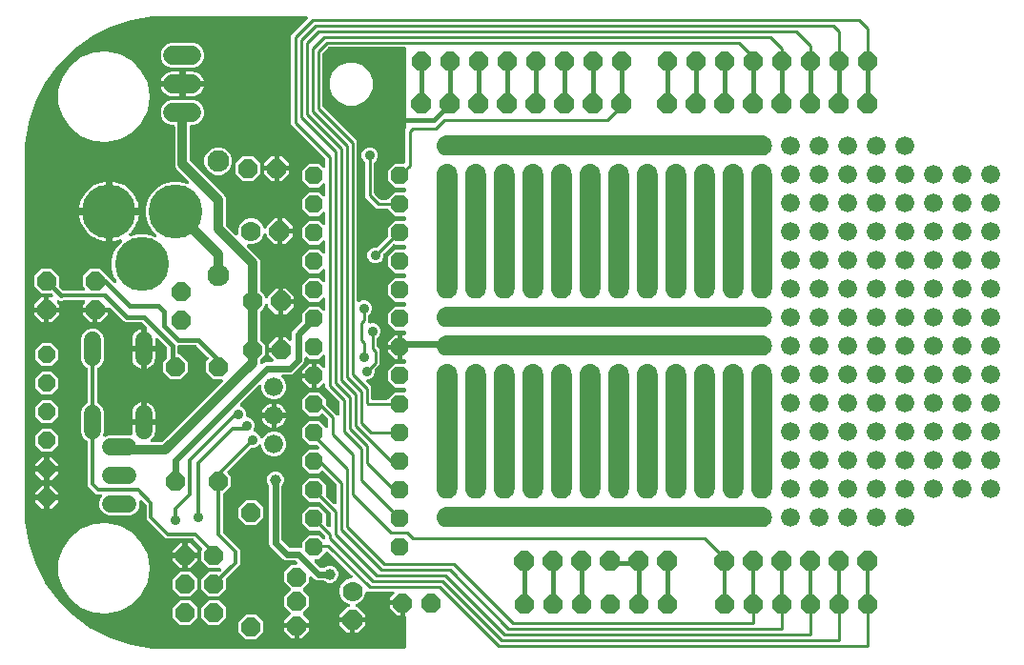
<source format=gbr>
G04 EAGLE Gerber RS-274X export*
G75*
%MOMM*%
%FSLAX34Y34*%
%LPD*%
%INTop Copper*%
%IPPOS*%
%AMOC8*
5,1,8,0,0,1.08239X$1,22.5*%
G01*
%ADD10P,1.732040X8X112.500000*%
%ADD11C,1.676400*%
%ADD12P,1.814519X8X112.500000*%
%ADD13C,1.524000*%
%ADD14C,4.800000*%
%ADD15P,1.924489X8X22.500000*%
%ADD16C,1.778000*%
%ADD17P,1.814519X8X22.500000*%
%ADD18P,1.814519X8X292.500000*%
%ADD19C,1.930400*%
%ADD20P,1.649562X8X202.500000*%
%ADD21C,1.676400*%
%ADD22P,1.924489X8X112.500000*%
%ADD23P,1.924489X8X292.500000*%
%ADD24P,1.814519X8X202.500000*%
%ADD25C,0.254000*%
%ADD26C,0.609600*%
%ADD27C,0.406400*%
%ADD28C,1.006400*%
%ADD29C,0.906400*%
%ADD30C,0.812800*%
%ADD31C,0.304800*%

G36*
X340386Y3179D02*
X340386Y3179D01*
X340412Y3177D01*
X340559Y3199D01*
X340706Y3216D01*
X340731Y3224D01*
X340757Y3228D01*
X340895Y3283D01*
X341034Y3333D01*
X341056Y3347D01*
X341081Y3357D01*
X341202Y3442D01*
X341327Y3522D01*
X341345Y3541D01*
X341367Y3556D01*
X341466Y3666D01*
X341569Y3773D01*
X341583Y3795D01*
X341600Y3815D01*
X341672Y3945D01*
X341748Y4072D01*
X341756Y4097D01*
X341769Y4120D01*
X341809Y4263D01*
X341854Y4404D01*
X341856Y4430D01*
X341864Y4455D01*
X341883Y4699D01*
X341883Y32004D01*
X341880Y32030D01*
X341882Y32056D01*
X341860Y32203D01*
X341843Y32350D01*
X341835Y32375D01*
X341831Y32401D01*
X341776Y32539D01*
X341726Y32678D01*
X341712Y32700D01*
X341702Y32725D01*
X341617Y32846D01*
X341537Y32971D01*
X341518Y32989D01*
X341503Y33011D01*
X341393Y33110D01*
X341286Y33213D01*
X341264Y33227D01*
X341244Y33244D01*
X341121Y33312D01*
X341121Y43942D01*
X341118Y43968D01*
X341120Y43994D01*
X341098Y44141D01*
X341081Y44288D01*
X341073Y44313D01*
X341069Y44339D01*
X341014Y44476D01*
X340964Y44616D01*
X340950Y44638D01*
X340940Y44663D01*
X340855Y44784D01*
X340775Y44909D01*
X340756Y44927D01*
X340741Y44949D01*
X340631Y45048D01*
X340524Y45151D01*
X340502Y45165D01*
X340482Y45182D01*
X340352Y45254D01*
X340225Y45330D01*
X340200Y45338D01*
X340177Y45351D01*
X340039Y45390D01*
X339998Y45493D01*
X339948Y45632D01*
X339933Y45654D01*
X339924Y45679D01*
X339839Y45800D01*
X339759Y45925D01*
X339740Y45943D01*
X339725Y45965D01*
X339615Y46064D01*
X339508Y46167D01*
X339485Y46181D01*
X339466Y46198D01*
X339336Y46270D01*
X339209Y46346D01*
X339184Y46354D01*
X339161Y46367D01*
X339018Y46407D01*
X338877Y46452D01*
X338851Y46454D01*
X338826Y46462D01*
X338582Y46481D01*
X328167Y46481D01*
X328167Y48974D01*
X331202Y52009D01*
X331264Y52087D01*
X331334Y52160D01*
X331372Y52224D01*
X331418Y52282D01*
X331461Y52373D01*
X331513Y52459D01*
X331536Y52530D01*
X331567Y52597D01*
X331589Y52695D01*
X331619Y52791D01*
X331625Y52865D01*
X331641Y52938D01*
X331639Y53038D01*
X331647Y53138D01*
X331636Y53212D01*
X331635Y53286D01*
X331610Y53383D01*
X331595Y53483D01*
X331568Y53552D01*
X331550Y53624D01*
X331504Y53713D01*
X331467Y53807D01*
X331424Y53868D01*
X331390Y53934D01*
X331325Y54010D01*
X331268Y54093D01*
X331213Y54143D01*
X331164Y54199D01*
X331084Y54259D01*
X331009Y54326D01*
X330944Y54362D01*
X330884Y54407D01*
X330792Y54446D01*
X330704Y54495D01*
X330632Y54515D01*
X330564Y54545D01*
X330465Y54562D01*
X330369Y54590D01*
X330269Y54598D01*
X330221Y54606D01*
X330185Y54604D01*
X330125Y54609D01*
X308064Y54609D01*
X307985Y54626D01*
X307889Y54657D01*
X307815Y54663D01*
X307743Y54679D01*
X307642Y54677D01*
X307542Y54685D01*
X307468Y54674D01*
X307394Y54673D01*
X307297Y54648D01*
X307197Y54633D01*
X307128Y54606D01*
X307056Y54588D01*
X306967Y54542D01*
X306873Y54505D01*
X306812Y54462D01*
X306746Y54428D01*
X306670Y54363D01*
X306587Y54306D01*
X306537Y54251D01*
X306481Y54202D01*
X306421Y54122D01*
X306354Y54047D01*
X306318Y53982D01*
X306274Y53922D01*
X306234Y53830D01*
X306185Y53742D01*
X306165Y53670D01*
X306136Y53602D01*
X306118Y53503D01*
X306090Y53406D01*
X306082Y53307D01*
X306074Y53259D01*
X306076Y53223D01*
X306071Y53163D01*
X306071Y52336D01*
X304330Y48135D01*
X301115Y44920D01*
X297860Y43571D01*
X297816Y43547D01*
X297769Y43530D01*
X297664Y43462D01*
X297556Y43402D01*
X297518Y43368D01*
X297476Y43341D01*
X297389Y43251D01*
X297297Y43168D01*
X297269Y43126D01*
X297234Y43090D01*
X297170Y42983D01*
X297099Y42881D01*
X297081Y42834D01*
X297055Y42791D01*
X297017Y42673D01*
X296971Y42557D01*
X296964Y42507D01*
X296949Y42459D01*
X296939Y42335D01*
X296921Y42212D01*
X296925Y42162D01*
X296921Y42112D01*
X296939Y41989D01*
X296949Y41865D01*
X296965Y41817D01*
X296972Y41767D01*
X297018Y41652D01*
X297057Y41533D01*
X297083Y41490D01*
X297101Y41443D01*
X297172Y41341D01*
X297236Y41235D01*
X297271Y41198D01*
X297300Y41157D01*
X297392Y41074D01*
X297479Y40985D01*
X297521Y40957D01*
X297559Y40924D01*
X297668Y40864D01*
X297772Y40796D01*
X297820Y40779D01*
X297864Y40755D01*
X297983Y40721D01*
X298101Y40680D01*
X298151Y40674D01*
X298199Y40660D01*
X298443Y40641D01*
X299375Y40641D01*
X306071Y33945D01*
X306071Y31241D01*
X295148Y31241D01*
X295122Y31238D01*
X295096Y31240D01*
X294949Y31218D01*
X294802Y31201D01*
X294777Y31193D01*
X294751Y31189D01*
X294644Y31146D01*
X294568Y31167D01*
X294427Y31212D01*
X294401Y31214D01*
X294376Y31222D01*
X294132Y31241D01*
X283209Y31241D01*
X283209Y33945D01*
X289905Y40641D01*
X290837Y40641D01*
X290887Y40646D01*
X290937Y40644D01*
X291060Y40666D01*
X291183Y40681D01*
X291230Y40698D01*
X291280Y40707D01*
X291394Y40756D01*
X291511Y40798D01*
X291554Y40825D01*
X291600Y40845D01*
X291700Y40920D01*
X291804Y40987D01*
X291839Y41023D01*
X291879Y41053D01*
X291960Y41148D01*
X292046Y41238D01*
X292072Y41281D01*
X292105Y41319D01*
X292161Y41430D01*
X292225Y41537D01*
X292240Y41585D01*
X292263Y41630D01*
X292293Y41750D01*
X292331Y41869D01*
X292335Y41919D01*
X292348Y41968D01*
X292349Y42092D01*
X292359Y42216D01*
X292352Y42266D01*
X292353Y42316D01*
X292326Y42438D01*
X292308Y42561D01*
X292289Y42608D01*
X292278Y42657D01*
X292225Y42769D01*
X292179Y42885D01*
X292150Y42926D01*
X292129Y42972D01*
X292051Y43069D01*
X291980Y43171D01*
X291943Y43205D01*
X291911Y43244D01*
X291814Y43321D01*
X291721Y43404D01*
X291677Y43429D01*
X291638Y43460D01*
X291420Y43571D01*
X288165Y44920D01*
X284950Y48135D01*
X283209Y52336D01*
X283209Y56884D01*
X284950Y61085D01*
X288165Y64300D01*
X292366Y66041D01*
X293193Y66041D01*
X293292Y66052D01*
X293393Y66054D01*
X293465Y66072D01*
X293539Y66081D01*
X293633Y66114D01*
X293731Y66139D01*
X293797Y66173D01*
X293867Y66198D01*
X293951Y66253D01*
X294041Y66299D01*
X294097Y66347D01*
X294160Y66387D01*
X294230Y66459D01*
X294306Y66524D01*
X294350Y66584D01*
X294402Y66638D01*
X294453Y66724D01*
X294513Y66805D01*
X294543Y66873D01*
X294581Y66937D01*
X294611Y67033D01*
X294651Y67125D01*
X294664Y67198D01*
X294687Y67269D01*
X294695Y67369D01*
X294713Y67468D01*
X294709Y67542D01*
X294715Y67616D01*
X294700Y67716D01*
X294695Y67816D01*
X294674Y67887D01*
X294663Y67961D01*
X294626Y68054D01*
X294598Y68151D01*
X294562Y68216D01*
X294535Y68285D01*
X294477Y68367D01*
X294428Y68455D01*
X294363Y68531D01*
X294336Y68571D01*
X294309Y68595D01*
X294270Y68641D01*
X273172Y89739D01*
X273151Y89755D01*
X273134Y89775D01*
X273015Y89864D01*
X272899Y89956D01*
X272875Y89967D01*
X272854Y89983D01*
X272718Y90041D01*
X272584Y90105D01*
X272558Y90110D01*
X272534Y90121D01*
X272388Y90147D01*
X272243Y90178D01*
X272217Y90178D01*
X272191Y90182D01*
X272042Y90175D01*
X271894Y90172D01*
X271869Y90166D01*
X271843Y90164D01*
X271700Y90123D01*
X271556Y90087D01*
X271533Y90075D01*
X271508Y90068D01*
X271379Y89996D01*
X271247Y89927D01*
X271227Y89910D01*
X271204Y89898D01*
X271017Y89739D01*
X264717Y83438D01*
X262153Y83438D01*
X262053Y83427D01*
X261953Y83425D01*
X261881Y83407D01*
X261807Y83398D01*
X261712Y83365D01*
X261615Y83340D01*
X261549Y83306D01*
X261479Y83281D01*
X261394Y83226D01*
X261305Y83180D01*
X261248Y83132D01*
X261186Y83092D01*
X261116Y83020D01*
X261039Y82955D01*
X260995Y82895D01*
X260944Y82841D01*
X260892Y82755D01*
X260832Y82674D01*
X260803Y82606D01*
X260765Y82542D01*
X260734Y82446D01*
X260694Y82354D01*
X260681Y82281D01*
X260658Y82210D01*
X260650Y82110D01*
X260633Y82011D01*
X260636Y81937D01*
X260630Y81863D01*
X260645Y81763D01*
X260651Y81663D01*
X260671Y81592D01*
X260682Y81518D01*
X260719Y81425D01*
X260747Y81328D01*
X260783Y81263D01*
X260811Y81194D01*
X260868Y81112D01*
X260917Y81024D01*
X260982Y80948D01*
X261010Y80908D01*
X261036Y80884D01*
X261076Y80838D01*
X266029Y75885D01*
X266128Y75806D01*
X266222Y75722D01*
X266264Y75698D01*
X266302Y75668D01*
X266416Y75614D01*
X266527Y75553D01*
X266573Y75540D01*
X266617Y75519D01*
X266740Y75493D01*
X266862Y75458D01*
X266923Y75453D01*
X266958Y75446D01*
X267006Y75447D01*
X267106Y75439D01*
X268568Y75439D01*
X268694Y75453D01*
X268820Y75460D01*
X268867Y75473D01*
X268915Y75479D01*
X269034Y75521D01*
X269155Y75556D01*
X269197Y75580D01*
X269243Y75596D01*
X269349Y75665D01*
X269459Y75726D01*
X269505Y75766D01*
X269535Y75785D01*
X269569Y75820D01*
X269645Y75885D01*
X270030Y76270D01*
X272814Y77423D01*
X275826Y77423D01*
X278610Y76270D01*
X280740Y74140D01*
X281893Y71356D01*
X281893Y68344D01*
X280740Y65560D01*
X278610Y63430D01*
X275826Y62277D01*
X272814Y62277D01*
X270030Y63430D01*
X269645Y63815D01*
X269546Y63894D01*
X269453Y63978D01*
X269410Y64002D01*
X269372Y64032D01*
X269258Y64086D01*
X269148Y64147D01*
X269101Y64160D01*
X269057Y64181D01*
X268934Y64207D01*
X268812Y64242D01*
X268751Y64247D01*
X268717Y64254D01*
X268669Y64253D01*
X268568Y64261D01*
X263048Y64261D01*
X260994Y65112D01*
X258633Y67473D01*
X258555Y67536D01*
X258482Y67605D01*
X258418Y67644D01*
X258360Y67690D01*
X258269Y67733D01*
X258183Y67784D01*
X258112Y67807D01*
X258045Y67839D01*
X257947Y67860D01*
X257851Y67891D01*
X257777Y67897D01*
X257704Y67912D01*
X257604Y67910D01*
X257504Y67919D01*
X257430Y67907D01*
X257356Y67906D01*
X257259Y67882D01*
X257159Y67867D01*
X257090Y67839D01*
X257018Y67821D01*
X256929Y67775D01*
X256835Y67738D01*
X256774Y67696D01*
X256708Y67662D01*
X256632Y67596D01*
X256549Y67539D01*
X256499Y67484D01*
X256443Y67436D01*
X256383Y67355D01*
X256316Y67280D01*
X256280Y67215D01*
X256235Y67155D01*
X256196Y67063D01*
X256147Y66975D01*
X256127Y66904D01*
X256097Y66835D01*
X256080Y66737D01*
X256052Y66640D01*
X256044Y66540D01*
X256036Y66492D01*
X256038Y66457D01*
X256033Y66396D01*
X256033Y62786D01*
X250839Y57592D01*
X250823Y57572D01*
X250803Y57555D01*
X250715Y57435D01*
X250623Y57319D01*
X250611Y57295D01*
X250596Y57274D01*
X250537Y57138D01*
X250474Y57004D01*
X250468Y56978D01*
X250458Y56954D01*
X250431Y56808D01*
X250400Y56663D01*
X250401Y56637D01*
X250396Y56611D01*
X250404Y56463D01*
X250406Y56315D01*
X250413Y56289D01*
X250414Y56263D01*
X250455Y56121D01*
X250491Y55977D01*
X250503Y55954D01*
X250511Y55928D01*
X250583Y55799D01*
X250651Y55667D01*
X250668Y55647D01*
X250681Y55624D01*
X250788Y55498D01*
X250799Y55483D01*
X250809Y55474D01*
X250839Y55438D01*
X256033Y50244D01*
X256033Y41196D01*
X250839Y36002D01*
X250823Y35982D01*
X250803Y35965D01*
X250715Y35845D01*
X250623Y35729D01*
X250611Y35705D01*
X250596Y35684D01*
X250537Y35548D01*
X250474Y35414D01*
X250468Y35388D01*
X250458Y35364D01*
X250431Y35218D01*
X250400Y35073D01*
X250401Y35047D01*
X250396Y35021D01*
X250404Y34873D01*
X250406Y34725D01*
X250413Y34699D01*
X250414Y34673D01*
X250455Y34531D01*
X250491Y34387D01*
X250503Y34364D01*
X250511Y34338D01*
X250583Y34209D01*
X250651Y34077D01*
X250668Y34057D01*
X250681Y34034D01*
X250839Y33848D01*
X256033Y28654D01*
X256033Y26161D01*
X245618Y26161D01*
X245592Y26158D01*
X245566Y26160D01*
X245419Y26138D01*
X245272Y26121D01*
X245247Y26113D01*
X245221Y26109D01*
X245114Y26066D01*
X245038Y26087D01*
X244897Y26132D01*
X244871Y26134D01*
X244846Y26142D01*
X244602Y26161D01*
X234187Y26161D01*
X234187Y28654D01*
X239381Y33848D01*
X239397Y33868D01*
X239417Y33885D01*
X239505Y34005D01*
X239597Y34121D01*
X239609Y34145D01*
X239624Y34166D01*
X239683Y34302D01*
X239746Y34436D01*
X239752Y34462D01*
X239762Y34486D01*
X239789Y34632D01*
X239820Y34777D01*
X239819Y34803D01*
X239824Y34829D01*
X239816Y34977D01*
X239814Y35125D01*
X239807Y35151D01*
X239806Y35177D01*
X239765Y35319D01*
X239729Y35463D01*
X239717Y35486D01*
X239709Y35512D01*
X239637Y35641D01*
X239569Y35773D01*
X239552Y35793D01*
X239539Y35816D01*
X239381Y36002D01*
X234187Y41196D01*
X234187Y50244D01*
X239381Y55438D01*
X239397Y55458D01*
X239417Y55475D01*
X239464Y55539D01*
X239488Y55563D01*
X239510Y55600D01*
X239597Y55711D01*
X239609Y55735D01*
X239624Y55756D01*
X239683Y55892D01*
X239746Y56026D01*
X239752Y56052D01*
X239762Y56076D01*
X239789Y56222D01*
X239820Y56367D01*
X239819Y56393D01*
X239824Y56419D01*
X239816Y56567D01*
X239814Y56715D01*
X239807Y56741D01*
X239806Y56767D01*
X239765Y56909D01*
X239729Y57053D01*
X239717Y57076D01*
X239709Y57102D01*
X239637Y57231D01*
X239569Y57363D01*
X239552Y57383D01*
X239539Y57406D01*
X239381Y57592D01*
X234187Y62786D01*
X234187Y71834D01*
X240586Y78233D01*
X244196Y78233D01*
X244296Y78244D01*
X244396Y78246D01*
X244468Y78264D01*
X244542Y78273D01*
X244637Y78306D01*
X244734Y78331D01*
X244800Y78365D01*
X244870Y78390D01*
X244955Y78445D01*
X245044Y78491D01*
X245101Y78539D01*
X245163Y78579D01*
X245233Y78651D01*
X245310Y78716D01*
X245354Y78776D01*
X245405Y78830D01*
X245457Y78916D01*
X245517Y78997D01*
X245546Y79065D01*
X245584Y79129D01*
X245615Y79224D01*
X245655Y79317D01*
X245668Y79390D01*
X245691Y79461D01*
X245699Y79561D01*
X245716Y79660D01*
X245713Y79734D01*
X245719Y79808D01*
X245704Y79907D01*
X245698Y80008D01*
X245678Y80079D01*
X245667Y80153D01*
X245630Y80246D01*
X245602Y80343D01*
X245566Y80408D01*
X245538Y80477D01*
X245481Y80559D01*
X245432Y80647D01*
X245367Y80723D01*
X245339Y80763D01*
X245313Y80787D01*
X245273Y80833D01*
X244511Y81595D01*
X244412Y81674D01*
X244318Y81758D01*
X244276Y81782D01*
X244238Y81812D01*
X244124Y81866D01*
X244013Y81927D01*
X243967Y81940D01*
X243923Y81961D01*
X243800Y81987D01*
X243678Y82022D01*
X243617Y82027D01*
X243582Y82034D01*
X243534Y82033D01*
X243434Y82041D01*
X235108Y82041D01*
X233054Y82892D01*
X221322Y94624D01*
X220471Y96678D01*
X220471Y147918D01*
X220470Y147931D01*
X220470Y147937D01*
X220465Y147971D01*
X220457Y148044D01*
X220450Y148170D01*
X220437Y148217D01*
X220431Y148265D01*
X220389Y148384D01*
X220354Y148505D01*
X220330Y148547D01*
X220314Y148593D01*
X220245Y148699D01*
X220184Y148809D01*
X220144Y148855D01*
X220125Y148885D01*
X220090Y148919D01*
X220025Y148995D01*
X219640Y149380D01*
X218487Y152164D01*
X218487Y155176D01*
X219640Y157960D01*
X221770Y160090D01*
X224554Y161243D01*
X227566Y161243D01*
X230350Y160090D01*
X232480Y157960D01*
X233633Y155176D01*
X233633Y152164D01*
X232480Y149380D01*
X232095Y148995D01*
X232016Y148896D01*
X231932Y148803D01*
X231908Y148760D01*
X231878Y148722D01*
X231824Y148608D01*
X231763Y148498D01*
X231750Y148451D01*
X231729Y148407D01*
X231703Y148284D01*
X231668Y148162D01*
X231663Y148101D01*
X231656Y148067D01*
X231657Y148019D01*
X231649Y147918D01*
X231649Y100736D01*
X231663Y100610D01*
X231670Y100484D01*
X231683Y100438D01*
X231689Y100390D01*
X231731Y100271D01*
X231766Y100149D01*
X231790Y100107D01*
X231806Y100062D01*
X231875Y99955D01*
X231936Y99845D01*
X231976Y99799D01*
X231995Y99769D01*
X232030Y99735D01*
X232095Y99659D01*
X238089Y93665D01*
X238188Y93586D01*
X238282Y93502D01*
X238324Y93478D01*
X238362Y93448D01*
X238476Y93394D01*
X238587Y93333D01*
X238633Y93320D01*
X238677Y93299D01*
X238800Y93273D01*
X238922Y93238D01*
X238983Y93233D01*
X239018Y93226D01*
X239066Y93227D01*
X239166Y93219D01*
X247492Y93219D01*
X247702Y93132D01*
X247847Y93090D01*
X247990Y93044D01*
X248014Y93043D01*
X248037Y93036D01*
X248187Y93029D01*
X248337Y93017D01*
X248361Y93020D01*
X248385Y93019D01*
X248533Y93046D01*
X248682Y93068D01*
X248704Y93077D01*
X248728Y93081D01*
X248866Y93141D01*
X249006Y93197D01*
X249026Y93211D01*
X249048Y93220D01*
X249169Y93310D01*
X249292Y93396D01*
X249308Y93414D01*
X249327Y93428D01*
X249425Y93543D01*
X249525Y93655D01*
X249537Y93676D01*
X249553Y93694D01*
X249621Y93828D01*
X249694Y93960D01*
X249700Y93983D01*
X249711Y94004D01*
X249748Y94150D01*
X249789Y94295D01*
X249791Y94324D01*
X249796Y94343D01*
X249796Y94390D01*
X249808Y94539D01*
X249808Y98347D01*
X255983Y104522D01*
X264717Y104522D01*
X267909Y101329D01*
X267987Y101267D01*
X268060Y101197D01*
X268124Y101159D01*
X268182Y101113D01*
X268273Y101070D01*
X268359Y101018D01*
X268430Y100996D01*
X268497Y100964D01*
X268595Y100943D01*
X268691Y100912D01*
X268765Y100906D01*
X268838Y100890D01*
X268938Y100892D01*
X269038Y100884D01*
X269112Y100895D01*
X269186Y100896D01*
X269283Y100921D01*
X269383Y100936D01*
X269452Y100963D01*
X269524Y100981D01*
X269613Y101027D01*
X269707Y101064D01*
X269768Y101107D01*
X269834Y101141D01*
X269910Y101206D01*
X269993Y101263D01*
X270043Y101319D01*
X270099Y101367D01*
X270159Y101448D01*
X270226Y101522D01*
X270262Y101587D01*
X270307Y101647D01*
X270346Y101739D01*
X270395Y101827D01*
X270415Y101899D01*
X270445Y101967D01*
X270462Y102066D01*
X270490Y102163D01*
X270498Y102263D01*
X270506Y102310D01*
X270504Y102346D01*
X270509Y102406D01*
X270509Y103201D01*
X270495Y103326D01*
X270488Y103452D01*
X270475Y103499D01*
X270469Y103547D01*
X270427Y103666D01*
X270392Y103787D01*
X270368Y103829D01*
X270352Y103875D01*
X270283Y103981D01*
X270222Y104091D01*
X270182Y104138D01*
X270163Y104168D01*
X270128Y104201D01*
X270063Y104278D01*
X265949Y108392D01*
X265850Y108471D01*
X265756Y108555D01*
X265714Y108579D01*
X265676Y108609D01*
X265562Y108663D01*
X265451Y108724D01*
X265404Y108737D01*
X265361Y108758D01*
X265237Y108784D01*
X265115Y108819D01*
X265055Y108824D01*
X265020Y108831D01*
X264972Y108830D01*
X264872Y108838D01*
X255983Y108838D01*
X249808Y115013D01*
X249808Y123747D01*
X255983Y129922D01*
X264717Y129922D01*
X270892Y123747D01*
X270892Y114858D01*
X270906Y114733D01*
X270913Y114607D01*
X270926Y114560D01*
X270932Y114512D01*
X270974Y114393D01*
X271009Y114272D01*
X271033Y114230D01*
X271049Y114184D01*
X271118Y114078D01*
X271179Y113968D01*
X271219Y113921D01*
X271238Y113891D01*
X271273Y113858D01*
X271338Y113781D01*
X272989Y112130D01*
X273067Y112068D01*
X273140Y111998D01*
X273204Y111960D01*
X273262Y111914D01*
X273353Y111871D01*
X273439Y111819D01*
X273510Y111797D01*
X273577Y111765D01*
X273675Y111744D01*
X273771Y111713D01*
X273845Y111707D01*
X273918Y111691D01*
X274018Y111693D01*
X274118Y111685D01*
X274192Y111696D01*
X274266Y111697D01*
X274363Y111722D01*
X274463Y111737D01*
X274532Y111764D01*
X274604Y111782D01*
X274694Y111828D01*
X274787Y111865D01*
X274848Y111908D01*
X274914Y111942D01*
X274991Y112007D01*
X275073Y112064D01*
X275123Y112120D01*
X275179Y112168D01*
X275239Y112249D01*
X275306Y112323D01*
X275342Y112388D01*
X275387Y112448D01*
X275426Y112540D01*
X275475Y112628D01*
X275495Y112700D01*
X275525Y112768D01*
X275542Y112867D01*
X275570Y112964D01*
X275578Y113064D01*
X275586Y113111D01*
X275584Y113147D01*
X275589Y113207D01*
X275589Y123521D01*
X275587Y123543D01*
X275588Y123565D01*
X275574Y123660D01*
X275568Y123772D01*
X275555Y123819D01*
X275549Y123867D01*
X275538Y123897D01*
X275537Y123909D01*
X275511Y123973D01*
X275507Y123986D01*
X275472Y124107D01*
X275448Y124149D01*
X275432Y124195D01*
X275409Y124230D01*
X275408Y124233D01*
X275397Y124250D01*
X275363Y124301D01*
X275302Y124411D01*
X275262Y124458D01*
X275243Y124488D01*
X275208Y124521D01*
X275143Y124598D01*
X265949Y133792D01*
X265850Y133871D01*
X265756Y133955D01*
X265714Y133979D01*
X265676Y134009D01*
X265562Y134063D01*
X265451Y134124D01*
X265404Y134137D01*
X265361Y134158D01*
X265237Y134184D01*
X265115Y134219D01*
X265055Y134224D01*
X265020Y134231D01*
X264972Y134230D01*
X264872Y134238D01*
X255983Y134238D01*
X249808Y140413D01*
X249808Y149147D01*
X255983Y155322D01*
X264717Y155322D01*
X270892Y149147D01*
X270892Y140258D01*
X270894Y140236D01*
X270893Y140216D01*
X270907Y140122D01*
X270913Y140007D01*
X270926Y139960D01*
X270932Y139912D01*
X270943Y139880D01*
X270944Y139871D01*
X270963Y139823D01*
X270974Y139793D01*
X271009Y139672D01*
X271033Y139630D01*
X271049Y139584D01*
X271118Y139478D01*
X271179Y139368D01*
X271219Y139321D01*
X271238Y139291D01*
X271273Y139258D01*
X271338Y139181D01*
X278069Y132450D01*
X278147Y132388D01*
X278220Y132318D01*
X278284Y132280D01*
X278342Y132234D01*
X278433Y132191D01*
X278519Y132139D01*
X278590Y132117D01*
X278657Y132085D01*
X278755Y132064D01*
X278851Y132033D01*
X278925Y132027D01*
X278998Y132011D01*
X279098Y132013D01*
X279198Y132005D01*
X279272Y132016D01*
X279346Y132017D01*
X279443Y132042D01*
X279543Y132057D01*
X279612Y132084D01*
X279684Y132102D01*
X279774Y132148D01*
X279867Y132185D01*
X279928Y132228D01*
X279994Y132262D01*
X280071Y132327D01*
X280153Y132384D01*
X280203Y132440D01*
X280259Y132488D01*
X280319Y132569D01*
X280386Y132643D01*
X280422Y132708D01*
X280467Y132768D01*
X280506Y132860D01*
X280555Y132948D01*
X280575Y133020D01*
X280605Y133088D01*
X280622Y133187D01*
X280650Y133284D01*
X280658Y133384D01*
X280666Y133431D01*
X280664Y133467D01*
X280669Y133527D01*
X280669Y148921D01*
X280655Y149046D01*
X280648Y149172D01*
X280635Y149219D01*
X280629Y149267D01*
X280587Y149386D01*
X280552Y149507D01*
X280528Y149549D01*
X280512Y149595D01*
X280443Y149701D01*
X280382Y149811D01*
X280342Y149858D01*
X280323Y149888D01*
X280288Y149921D01*
X280223Y149998D01*
X268727Y161494D01*
X268706Y161510D01*
X268689Y161530D01*
X268570Y161619D01*
X268454Y161711D01*
X268430Y161722D01*
X268409Y161738D01*
X268273Y161796D01*
X268139Y161860D01*
X268113Y161865D01*
X268089Y161876D01*
X267943Y161902D01*
X267798Y161933D01*
X267772Y161933D01*
X267746Y161937D01*
X267597Y161930D01*
X267449Y161927D01*
X267424Y161921D01*
X267398Y161919D01*
X267255Y161878D01*
X267111Y161842D01*
X267088Y161830D01*
X267063Y161823D01*
X266934Y161751D01*
X266802Y161682D01*
X266782Y161665D01*
X266759Y161653D01*
X266572Y161494D01*
X264717Y159638D01*
X255983Y159638D01*
X249808Y165813D01*
X249808Y174547D01*
X255983Y180722D01*
X263602Y180722D01*
X263701Y180733D01*
X263802Y180735D01*
X263874Y180753D01*
X263948Y180762D01*
X264042Y180795D01*
X264140Y180820D01*
X264206Y180854D01*
X264276Y180879D01*
X264360Y180934D01*
X264450Y180980D01*
X264506Y181028D01*
X264569Y181068D01*
X264639Y181140D01*
X264715Y181205D01*
X264759Y181265D01*
X264811Y181319D01*
X264862Y181405D01*
X264922Y181486D01*
X264952Y181554D01*
X264990Y181618D01*
X265020Y181714D01*
X265060Y181806D01*
X265073Y181879D01*
X265096Y181950D01*
X265104Y182050D01*
X265122Y182149D01*
X265118Y182223D01*
X265124Y182297D01*
X265109Y182397D01*
X265104Y182497D01*
X265083Y182568D01*
X265072Y182642D01*
X265035Y182735D01*
X265007Y182832D01*
X264971Y182897D01*
X264944Y182966D01*
X264886Y183048D01*
X264837Y183136D01*
X264772Y183212D01*
X264745Y183252D01*
X264718Y183276D01*
X264679Y183322D01*
X263409Y184592D01*
X263310Y184671D01*
X263216Y184755D01*
X263174Y184779D01*
X263136Y184809D01*
X263022Y184863D01*
X262911Y184924D01*
X262864Y184937D01*
X262821Y184958D01*
X262697Y184984D01*
X262575Y185019D01*
X262515Y185024D01*
X262480Y185031D01*
X262432Y185030D01*
X262332Y185038D01*
X255983Y185038D01*
X249808Y191213D01*
X249808Y199947D01*
X255983Y206122D01*
X264717Y206122D01*
X270449Y200389D01*
X270527Y200327D01*
X270600Y200257D01*
X270664Y200219D01*
X270722Y200173D01*
X270813Y200130D01*
X270899Y200078D01*
X270970Y200056D01*
X271037Y200024D01*
X271135Y200003D01*
X271231Y199972D01*
X271305Y199966D01*
X271378Y199950D01*
X271478Y199952D01*
X271578Y199944D01*
X271652Y199955D01*
X271726Y199956D01*
X271823Y199981D01*
X271923Y199996D01*
X271992Y200023D01*
X272064Y200041D01*
X272154Y200087D01*
X272247Y200124D01*
X272308Y200167D01*
X272374Y200201D01*
X272451Y200266D01*
X272533Y200323D01*
X272583Y200379D01*
X272639Y200427D01*
X272699Y200508D01*
X272766Y200582D01*
X272802Y200647D01*
X272847Y200707D01*
X272886Y200799D01*
X272935Y200887D01*
X272955Y200959D01*
X272985Y201027D01*
X273002Y201126D01*
X273030Y201223D01*
X273038Y201323D01*
X273046Y201370D01*
X273044Y201406D01*
X273049Y201466D01*
X273049Y207341D01*
X273035Y207466D01*
X273028Y207592D01*
X273015Y207639D01*
X273009Y207687D01*
X272967Y207806D01*
X272932Y207927D01*
X272908Y207969D01*
X272892Y208015D01*
X272823Y208121D01*
X272762Y208231D01*
X272722Y208278D01*
X272703Y208308D01*
X272668Y208341D01*
X272603Y208418D01*
X268727Y212294D01*
X268706Y212311D01*
X268689Y212330D01*
X268570Y212419D01*
X268454Y212511D01*
X268430Y212522D01*
X268409Y212538D01*
X268273Y212596D01*
X268139Y212660D01*
X268113Y212665D01*
X268089Y212676D01*
X267943Y212702D01*
X267798Y212733D01*
X267772Y212733D01*
X267746Y212737D01*
X267597Y212730D01*
X267449Y212727D01*
X267424Y212721D01*
X267398Y212719D01*
X267255Y212678D01*
X267111Y212642D01*
X267088Y212630D01*
X267063Y212623D01*
X266933Y212550D01*
X266802Y212482D01*
X266782Y212465D01*
X266759Y212453D01*
X266572Y212294D01*
X264717Y210438D01*
X255983Y210438D01*
X249808Y216613D01*
X249808Y225347D01*
X255983Y231522D01*
X264717Y231522D01*
X270892Y225347D01*
X270892Y221538D01*
X270906Y221413D01*
X270913Y221287D01*
X270926Y221240D01*
X270932Y221192D01*
X270974Y221073D01*
X271009Y220952D01*
X271033Y220910D01*
X271049Y220864D01*
X271118Y220758D01*
X271179Y220648D01*
X271219Y220601D01*
X271238Y220571D01*
X271273Y220538D01*
X271338Y220461D01*
X280609Y211190D01*
X280687Y211128D01*
X280760Y211058D01*
X280824Y211020D01*
X280882Y210974D01*
X280973Y210931D01*
X281059Y210879D01*
X281130Y210857D01*
X281197Y210825D01*
X281295Y210804D01*
X281391Y210773D01*
X281465Y210767D01*
X281538Y210751D01*
X281638Y210753D01*
X281738Y210745D01*
X281812Y210756D01*
X281886Y210757D01*
X281983Y210782D01*
X282083Y210797D01*
X282152Y210824D01*
X282224Y210842D01*
X282314Y210888D01*
X282407Y210925D01*
X282468Y210968D01*
X282534Y211002D01*
X282611Y211067D01*
X282693Y211124D01*
X282743Y211180D01*
X282799Y211228D01*
X282859Y211309D01*
X282926Y211383D01*
X282962Y211448D01*
X283007Y211508D01*
X283046Y211600D01*
X283095Y211688D01*
X283115Y211760D01*
X283145Y211828D01*
X283162Y211927D01*
X283190Y212024D01*
X283198Y212124D01*
X283206Y212171D01*
X283204Y212207D01*
X283209Y212267D01*
X283209Y222581D01*
X283195Y222706D01*
X283188Y222832D01*
X283175Y222879D01*
X283169Y222927D01*
X283127Y223046D01*
X283092Y223167D01*
X283068Y223209D01*
X283052Y223255D01*
X282983Y223361D01*
X282922Y223471D01*
X282882Y223518D01*
X282863Y223548D01*
X282828Y223581D01*
X282763Y223658D01*
X270509Y235912D01*
X270509Y237954D01*
X270498Y238053D01*
X270496Y238154D01*
X270478Y238226D01*
X270469Y238300D01*
X270436Y238394D01*
X270411Y238492D01*
X270377Y238558D01*
X270352Y238628D01*
X270297Y238712D01*
X270251Y238802D01*
X270203Y238858D01*
X270163Y238921D01*
X270091Y238990D01*
X270026Y239067D01*
X269966Y239111D01*
X269912Y239163D01*
X269826Y239214D01*
X269745Y239274D01*
X269677Y239304D01*
X269613Y239342D01*
X269517Y239372D01*
X269425Y239412D01*
X269352Y239425D01*
X269281Y239448D01*
X269181Y239456D01*
X269082Y239474D01*
X269008Y239470D01*
X268934Y239476D01*
X268834Y239461D01*
X268734Y239456D01*
X268663Y239435D01*
X268589Y239424D01*
X268496Y239387D01*
X268399Y239359D01*
X268334Y239323D01*
X268265Y239296D01*
X268183Y239238D01*
X268095Y239189D01*
X268019Y239124D01*
X267979Y239097D01*
X267955Y239070D01*
X267909Y239031D01*
X264717Y235838D01*
X262381Y235838D01*
X262381Y245872D01*
X262378Y245898D01*
X262380Y245924D01*
X262358Y246071D01*
X262341Y246218D01*
X262333Y246243D01*
X262329Y246269D01*
X262286Y246376D01*
X262307Y246452D01*
X262352Y246593D01*
X262354Y246619D01*
X262362Y246644D01*
X262381Y246888D01*
X262381Y256922D01*
X264717Y256922D01*
X267909Y253729D01*
X267987Y253667D01*
X268060Y253597D01*
X268124Y253559D01*
X268182Y253513D01*
X268273Y253470D01*
X268359Y253418D01*
X268430Y253396D01*
X268497Y253364D01*
X268595Y253343D01*
X268691Y253312D01*
X268765Y253306D01*
X268838Y253290D01*
X268938Y253292D01*
X269038Y253284D01*
X269112Y253295D01*
X269186Y253296D01*
X269283Y253321D01*
X269383Y253336D01*
X269452Y253363D01*
X269524Y253381D01*
X269613Y253427D01*
X269707Y253464D01*
X269768Y253507D01*
X269834Y253541D01*
X269910Y253606D01*
X269993Y253663D01*
X270043Y253719D01*
X270099Y253767D01*
X270159Y253848D01*
X270226Y253922D01*
X270262Y253987D01*
X270307Y254047D01*
X270346Y254139D01*
X270395Y254227D01*
X270415Y254299D01*
X270445Y254367D01*
X270462Y254466D01*
X270490Y254563D01*
X270498Y254663D01*
X270506Y254710D01*
X270504Y254746D01*
X270509Y254806D01*
X270509Y263354D01*
X270498Y263453D01*
X270496Y263554D01*
X270478Y263626D01*
X270469Y263700D01*
X270436Y263794D01*
X270411Y263892D01*
X270377Y263958D01*
X270352Y264028D01*
X270297Y264112D01*
X270251Y264202D01*
X270203Y264258D01*
X270163Y264321D01*
X270091Y264390D01*
X270026Y264467D01*
X269966Y264511D01*
X269912Y264563D01*
X269826Y264614D01*
X269745Y264674D01*
X269677Y264704D01*
X269613Y264742D01*
X269517Y264772D01*
X269425Y264812D01*
X269352Y264825D01*
X269281Y264848D01*
X269181Y264856D01*
X269082Y264874D01*
X269008Y264870D01*
X268934Y264876D01*
X268834Y264861D01*
X268734Y264856D01*
X268663Y264835D01*
X268589Y264824D01*
X268496Y264787D01*
X268399Y264759D01*
X268334Y264723D01*
X268265Y264696D01*
X268183Y264638D01*
X268095Y264589D01*
X268019Y264524D01*
X267979Y264497D01*
X267955Y264470D01*
X267909Y264431D01*
X264717Y261238D01*
X255983Y261238D01*
X254569Y262653D01*
X254490Y262715D01*
X254418Y262785D01*
X254354Y262823D01*
X254296Y262869D01*
X254205Y262912D01*
X254119Y262964D01*
X254048Y262986D01*
X253981Y263018D01*
X253883Y263039D01*
X253787Y263070D01*
X253713Y263076D01*
X253640Y263092D01*
X253540Y263090D01*
X253440Y263098D01*
X253366Y263087D01*
X253292Y263086D01*
X253195Y263061D01*
X253095Y263046D01*
X253026Y263019D01*
X252954Y263001D01*
X252865Y262955D01*
X252771Y262918D01*
X252710Y262875D01*
X252644Y262841D01*
X252568Y262776D01*
X252485Y262719D01*
X252435Y262663D01*
X252379Y262615D01*
X252319Y262534D01*
X252252Y262460D01*
X252216Y262395D01*
X252171Y262335D01*
X252132Y262243D01*
X252083Y262155D01*
X252063Y262083D01*
X252033Y262015D01*
X252016Y261916D01*
X251988Y261819D01*
X251980Y261719D01*
X251972Y261672D01*
X251974Y261636D01*
X251969Y261576D01*
X251969Y259238D01*
X251118Y257184D01*
X241926Y247992D01*
X239872Y247141D01*
X232993Y247141D01*
X232893Y247130D01*
X232793Y247128D01*
X232721Y247110D01*
X232647Y247101D01*
X232553Y247068D01*
X232455Y247043D01*
X232389Y247009D01*
X232319Y246984D01*
X232235Y246929D01*
X232145Y246883D01*
X232089Y246835D01*
X232026Y246795D01*
X231956Y246723D01*
X231880Y246658D01*
X231836Y246598D01*
X231784Y246544D01*
X231732Y246458D01*
X231673Y246377D01*
X231643Y246309D01*
X231605Y246245D01*
X231574Y246149D01*
X231535Y246057D01*
X231522Y245984D01*
X231499Y245913D01*
X231491Y245813D01*
X231473Y245714D01*
X231477Y245640D01*
X231471Y245566D01*
X231486Y245466D01*
X231491Y245366D01*
X231512Y245295D01*
X231523Y245221D01*
X231560Y245128D01*
X231587Y245031D01*
X231624Y244966D01*
X231651Y244897D01*
X231709Y244815D01*
X231758Y244727D01*
X231823Y244651D01*
X231850Y244611D01*
X231877Y244587D01*
X231916Y244541D01*
X234050Y242407D01*
X235713Y238393D01*
X235713Y234047D01*
X234050Y230033D01*
X230977Y226960D01*
X226963Y225297D01*
X222617Y225297D01*
X218603Y226960D01*
X215530Y230033D01*
X213867Y234047D01*
X213867Y236576D01*
X213856Y236676D01*
X213854Y236776D01*
X213836Y236848D01*
X213827Y236922D01*
X213794Y237017D01*
X213769Y237114D01*
X213735Y237180D01*
X213710Y237250D01*
X213655Y237335D01*
X213609Y237424D01*
X213561Y237481D01*
X213521Y237543D01*
X213449Y237613D01*
X213384Y237690D01*
X213324Y237734D01*
X213270Y237785D01*
X213184Y237837D01*
X213103Y237897D01*
X213035Y237926D01*
X212971Y237964D01*
X212875Y237995D01*
X212783Y238035D01*
X212710Y238048D01*
X212639Y238071D01*
X212539Y238079D01*
X212440Y238096D01*
X212366Y238093D01*
X212292Y238099D01*
X212192Y238084D01*
X212092Y238078D01*
X212021Y238058D01*
X211947Y238047D01*
X211854Y238010D01*
X211757Y237982D01*
X211692Y237946D01*
X211623Y237918D01*
X211541Y237861D01*
X211453Y237812D01*
X211377Y237747D01*
X211337Y237719D01*
X211313Y237693D01*
X211267Y237653D01*
X194878Y221264D01*
X194784Y221146D01*
X194687Y221031D01*
X194676Y221010D01*
X194661Y220991D01*
X194597Y220855D01*
X194528Y220721D01*
X194522Y220698D01*
X194512Y220676D01*
X194481Y220529D01*
X194444Y220383D01*
X194444Y220359D01*
X194439Y220335D01*
X194441Y220185D01*
X194439Y220035D01*
X194444Y220011D01*
X194445Y219987D01*
X194481Y219841D01*
X194513Y219694D01*
X194524Y219672D01*
X194530Y219649D01*
X194599Y219515D01*
X194663Y219379D01*
X194678Y219361D01*
X194689Y219339D01*
X194787Y219224D01*
X194881Y219107D01*
X194899Y219092D01*
X194915Y219074D01*
X195036Y218984D01*
X195154Y218891D01*
X195180Y218878D01*
X195195Y218866D01*
X195239Y218848D01*
X195372Y218780D01*
X197046Y218086D01*
X199036Y216096D01*
X200113Y213497D01*
X200113Y210526D01*
X200116Y210500D01*
X200114Y210474D01*
X200136Y210327D01*
X200153Y210180D01*
X200161Y210155D01*
X200165Y210129D01*
X200220Y209991D01*
X200270Y209852D01*
X200284Y209830D01*
X200294Y209805D01*
X200379Y209684D01*
X200459Y209559D01*
X200478Y209541D01*
X200493Y209519D01*
X200603Y209420D01*
X200710Y209317D01*
X200732Y209303D01*
X200752Y209286D01*
X200882Y209214D01*
X201009Y209138D01*
X201034Y209130D01*
X201057Y209117D01*
X201200Y209077D01*
X201341Y209032D01*
X201367Y209030D01*
X201392Y209022D01*
X201636Y209003D01*
X202067Y209003D01*
X204666Y207926D01*
X206656Y205936D01*
X207733Y203337D01*
X207733Y200523D01*
X206738Y198121D01*
X206731Y198096D01*
X206719Y198072D01*
X206683Y197928D01*
X206642Y197786D01*
X206641Y197760D01*
X206634Y197734D01*
X206632Y197586D01*
X206625Y197438D01*
X206630Y197412D01*
X206629Y197386D01*
X206661Y197241D01*
X206688Y197095D01*
X206698Y197071D01*
X206704Y197045D01*
X206767Y196911D01*
X206827Y196775D01*
X206842Y196754D01*
X206853Y196730D01*
X206946Y196615D01*
X207034Y196495D01*
X207054Y196479D01*
X207071Y196458D01*
X207187Y196366D01*
X207300Y196270D01*
X207324Y196258D01*
X207344Y196242D01*
X207562Y196131D01*
X209746Y195226D01*
X211736Y193236D01*
X212563Y191239D01*
X212612Y191152D01*
X212652Y191059D01*
X212696Y191000D01*
X212732Y190935D01*
X212800Y190860D01*
X212860Y190780D01*
X212917Y190732D01*
X212967Y190677D01*
X213049Y190620D01*
X213126Y190555D01*
X213192Y190521D01*
X213253Y190478D01*
X213347Y190442D01*
X213436Y190396D01*
X213508Y190378D01*
X213577Y190351D01*
X213677Y190336D01*
X213774Y190312D01*
X213849Y190311D01*
X213922Y190300D01*
X214022Y190308D01*
X214123Y190307D01*
X214195Y190322D01*
X214270Y190329D01*
X214365Y190360D01*
X214463Y190381D01*
X214530Y190413D01*
X214601Y190436D01*
X214687Y190488D01*
X214778Y190531D01*
X214836Y190577D01*
X214900Y190615D01*
X214972Y190685D01*
X215050Y190748D01*
X215096Y190806D01*
X215150Y190858D01*
X215204Y190943D01*
X215266Y191022D01*
X215312Y191111D01*
X215338Y191152D01*
X215350Y191185D01*
X215378Y191239D01*
X215530Y191607D01*
X218603Y194680D01*
X222617Y196343D01*
X226963Y196343D01*
X230977Y194680D01*
X234050Y191607D01*
X235713Y187593D01*
X235713Y183247D01*
X234050Y179233D01*
X230977Y176160D01*
X226963Y174497D01*
X222617Y174497D01*
X218603Y176160D01*
X215530Y179233D01*
X213867Y183247D01*
X213867Y183677D01*
X213856Y183777D01*
X213854Y183878D01*
X213836Y183950D01*
X213827Y184024D01*
X213794Y184118D01*
X213769Y184216D01*
X213735Y184282D01*
X213710Y184352D01*
X213655Y184436D01*
X213609Y184525D01*
X213561Y184582D01*
X213521Y184645D01*
X213449Y184714D01*
X213384Y184791D01*
X213324Y184835D01*
X213270Y184887D01*
X213184Y184938D01*
X213103Y184998D01*
X213035Y185027D01*
X212971Y185066D01*
X212875Y185096D01*
X212783Y185136D01*
X212710Y185149D01*
X212639Y185172D01*
X212539Y185180D01*
X212440Y185198D01*
X212366Y185194D01*
X212292Y185200D01*
X212192Y185185D01*
X212092Y185180D01*
X212021Y185159D01*
X211947Y185148D01*
X211854Y185111D01*
X211757Y185083D01*
X211692Y185047D01*
X211623Y185019D01*
X211541Y184962D01*
X211453Y184913D01*
X211377Y184848D01*
X211337Y184820D01*
X211313Y184794D01*
X211267Y184755D01*
X209746Y183234D01*
X207147Y182157D01*
X205047Y182157D01*
X204921Y182143D01*
X204795Y182136D01*
X204748Y182123D01*
X204700Y182117D01*
X204581Y182075D01*
X204460Y182040D01*
X204418Y182016D01*
X204372Y182000D01*
X204266Y181931D01*
X204156Y181870D01*
X204110Y181830D01*
X204080Y181811D01*
X204046Y181776D01*
X203970Y181711D01*
X183760Y161501D01*
X183744Y161481D01*
X183724Y161464D01*
X183635Y161344D01*
X183543Y161228D01*
X183532Y161205D01*
X183516Y161184D01*
X183458Y161047D01*
X183394Y160913D01*
X183389Y160888D01*
X183378Y160864D01*
X183352Y160717D01*
X183321Y160573D01*
X183321Y160547D01*
X183317Y160521D01*
X183324Y160372D01*
X183327Y160224D01*
X183333Y160199D01*
X183335Y160173D01*
X183376Y160030D01*
X183412Y159886D01*
X183424Y159863D01*
X183431Y159838D01*
X183504Y159708D01*
X183572Y159576D01*
X183589Y159556D01*
X183601Y159533D01*
X183760Y159347D01*
X186183Y156924D01*
X186183Y147876D01*
X179771Y141464D01*
X179692Y141365D01*
X179608Y141271D01*
X179584Y141229D01*
X179554Y141191D01*
X179500Y141077D01*
X179439Y140966D01*
X179426Y140919D01*
X179405Y140876D01*
X179379Y140752D01*
X179344Y140631D01*
X179339Y140570D01*
X179332Y140535D01*
X179333Y140487D01*
X179325Y140387D01*
X179325Y107725D01*
X179339Y107599D01*
X179346Y107473D01*
X179359Y107426D01*
X179365Y107378D01*
X179407Y107259D01*
X179442Y107138D01*
X179466Y107096D01*
X179482Y107050D01*
X179551Y106944D01*
X179612Y106834D01*
X179652Y106788D01*
X179671Y106758D01*
X179706Y106724D01*
X179771Y106648D01*
X194565Y91854D01*
X194565Y78326D01*
X182819Y66580D01*
X182740Y66481D01*
X182656Y66388D01*
X182632Y66345D01*
X182602Y66307D01*
X182548Y66193D01*
X182487Y66083D01*
X182474Y66036D01*
X182453Y65992D01*
X182427Y65869D01*
X182392Y65747D01*
X182387Y65686D01*
X182380Y65652D01*
X182381Y65604D01*
X182373Y65503D01*
X182373Y56436D01*
X175974Y50037D01*
X166926Y50037D01*
X160527Y56436D01*
X160527Y65484D01*
X166926Y71883D01*
X175993Y71883D01*
X176119Y71897D01*
X176245Y71904D01*
X176292Y71917D01*
X176340Y71923D01*
X176459Y71965D01*
X176580Y72000D01*
X176622Y72024D01*
X176668Y72040D01*
X176774Y72109D01*
X176884Y72170D01*
X176930Y72210D01*
X176960Y72229D01*
X176994Y72264D01*
X177070Y72329D01*
X177578Y72837D01*
X177641Y72915D01*
X177711Y72988D01*
X177749Y73052D01*
X177795Y73110D01*
X177838Y73201D01*
X177890Y73287D01*
X177912Y73358D01*
X177944Y73425D01*
X177965Y73523D01*
X177996Y73619D01*
X178002Y73693D01*
X178017Y73766D01*
X178016Y73866D01*
X178024Y73966D01*
X178013Y74040D01*
X178011Y74114D01*
X177987Y74212D01*
X177972Y74311D01*
X177945Y74380D01*
X177926Y74452D01*
X177881Y74541D01*
X177843Y74635D01*
X177801Y74696D01*
X177767Y74762D01*
X177702Y74838D01*
X177644Y74921D01*
X177589Y74971D01*
X177541Y75027D01*
X177460Y75087D01*
X177386Y75154D01*
X177320Y75190D01*
X177261Y75235D01*
X177169Y75274D01*
X177081Y75323D01*
X177009Y75343D01*
X176941Y75373D01*
X176842Y75390D01*
X176745Y75418D01*
X176645Y75426D01*
X176598Y75434D01*
X176562Y75432D01*
X176501Y75437D01*
X166926Y75437D01*
X160527Y81836D01*
X160527Y90884D01*
X161045Y91402D01*
X161062Y91423D01*
X161081Y91440D01*
X161169Y91559D01*
X161262Y91675D01*
X161273Y91699D01*
X161289Y91720D01*
X161347Y91856D01*
X161411Y91990D01*
X161416Y92016D01*
X161427Y92040D01*
X161453Y92186D01*
X161484Y92331D01*
X161484Y92357D01*
X161488Y92383D01*
X161481Y92532D01*
X161478Y92679D01*
X161472Y92705D01*
X161470Y92731D01*
X161429Y92874D01*
X161393Y93017D01*
X161381Y93041D01*
X161374Y93066D01*
X161301Y93196D01*
X161233Y93327D01*
X161217Y93347D01*
X161204Y93370D01*
X161045Y93556D01*
X153702Y100899D01*
X153603Y100978D01*
X153510Y101062D01*
X153467Y101086D01*
X153429Y101116D01*
X153315Y101170D01*
X153205Y101231D01*
X153158Y101244D01*
X153114Y101265D01*
X152991Y101291D01*
X152869Y101326D01*
X152808Y101331D01*
X152774Y101338D01*
X152726Y101337D01*
X152625Y101345D01*
X129126Y101345D01*
X111505Y118966D01*
X111505Y131035D01*
X111491Y131161D01*
X111484Y131287D01*
X111471Y131334D01*
X111465Y131382D01*
X111423Y131501D01*
X111388Y131622D01*
X111364Y131664D01*
X111348Y131710D01*
X111279Y131816D01*
X111218Y131926D01*
X111178Y131972D01*
X111159Y132002D01*
X111124Y132036D01*
X111059Y132112D01*
X108011Y135161D01*
X107933Y135223D01*
X107860Y135293D01*
X107796Y135331D01*
X107738Y135377D01*
X107647Y135420D01*
X107561Y135472D01*
X107490Y135494D01*
X107423Y135526D01*
X107325Y135547D01*
X107229Y135578D01*
X107155Y135584D01*
X107082Y135599D01*
X106982Y135598D01*
X106882Y135606D01*
X106808Y135595D01*
X106734Y135593D01*
X106637Y135569D01*
X106537Y135554D01*
X106468Y135527D01*
X106396Y135508D01*
X106307Y135462D01*
X106213Y135425D01*
X106152Y135383D01*
X106086Y135349D01*
X106010Y135284D01*
X105927Y135226D01*
X105877Y135171D01*
X105821Y135123D01*
X105761Y135042D01*
X105694Y134968D01*
X105658Y134903D01*
X105613Y134843D01*
X105574Y134750D01*
X105525Y134663D01*
X105505Y134591D01*
X105475Y134523D01*
X105458Y134424D01*
X105430Y134327D01*
X105422Y134227D01*
X105414Y134180D01*
X105416Y134144D01*
X105411Y134083D01*
X105411Y130059D01*
X103864Y126324D01*
X101006Y123466D01*
X97271Y121919D01*
X77989Y121919D01*
X74254Y123466D01*
X71396Y126324D01*
X69849Y130059D01*
X69849Y134101D01*
X71396Y137836D01*
X71675Y138115D01*
X71738Y138193D01*
X71808Y138266D01*
X71846Y138330D01*
X71892Y138388D01*
X71935Y138479D01*
X71987Y138565D01*
X72009Y138636D01*
X72041Y138703D01*
X72062Y138801D01*
X72093Y138897D01*
X72099Y138971D01*
X72114Y139044D01*
X72113Y139144D01*
X72121Y139244D01*
X72110Y139318D01*
X72108Y139392D01*
X72084Y139490D01*
X72069Y139589D01*
X72042Y139658D01*
X72023Y139730D01*
X71978Y139819D01*
X71940Y139913D01*
X71898Y139974D01*
X71864Y140040D01*
X71799Y140116D01*
X71741Y140199D01*
X71686Y140249D01*
X71638Y140305D01*
X71557Y140365D01*
X71483Y140432D01*
X71417Y140468D01*
X71358Y140513D01*
X71266Y140552D01*
X71178Y140601D01*
X71106Y140621D01*
X71038Y140651D01*
X70939Y140668D01*
X70842Y140696D01*
X70742Y140704D01*
X70695Y140712D01*
X70659Y140710D01*
X70598Y140715D01*
X66896Y140715D01*
X59435Y148176D01*
X59435Y187131D01*
X59427Y187207D01*
X59428Y187284D01*
X59407Y187380D01*
X59395Y187477D01*
X59370Y187549D01*
X59353Y187624D01*
X59311Y187713D01*
X59278Y187805D01*
X59236Y187870D01*
X59204Y187939D01*
X59142Y188016D01*
X59089Y188098D01*
X59034Y188151D01*
X58986Y188211D01*
X58909Y188272D01*
X58838Y188340D01*
X58773Y188380D01*
X58713Y188427D01*
X58579Y188495D01*
X58539Y188519D01*
X58521Y188525D01*
X58495Y188538D01*
X57998Y188744D01*
X55140Y191602D01*
X53593Y195337D01*
X53593Y214619D01*
X55140Y218354D01*
X57998Y221212D01*
X58749Y221523D01*
X58816Y221560D01*
X58887Y221588D01*
X58967Y221644D01*
X59054Y221692D01*
X59110Y221743D01*
X59173Y221787D01*
X59239Y221860D01*
X59312Y221926D01*
X59355Y221989D01*
X59406Y222046D01*
X59454Y222132D01*
X59510Y222213D01*
X59538Y222284D01*
X59575Y222351D01*
X59602Y222446D01*
X59638Y222537D01*
X59649Y222613D01*
X59670Y222686D01*
X59682Y222835D01*
X59689Y222882D01*
X59687Y222901D01*
X59689Y222930D01*
X59689Y252050D01*
X59681Y252126D01*
X59682Y252202D01*
X59661Y252299D01*
X59649Y252396D01*
X59624Y252468D01*
X59607Y252543D01*
X59565Y252632D01*
X59532Y252724D01*
X59490Y252789D01*
X59458Y252858D01*
X59396Y252934D01*
X59343Y253017D01*
X59288Y253070D01*
X59240Y253130D01*
X59163Y253191D01*
X59092Y253259D01*
X59027Y253299D01*
X58967Y253346D01*
X58834Y253414D01*
X58793Y253438D01*
X58775Y253444D01*
X58749Y253457D01*
X57998Y253768D01*
X55140Y256626D01*
X53593Y260361D01*
X53593Y279643D01*
X55140Y283378D01*
X57998Y286236D01*
X61733Y287783D01*
X65775Y287783D01*
X69510Y286236D01*
X72368Y283378D01*
X73915Y279643D01*
X73915Y260361D01*
X72368Y256626D01*
X69510Y253768D01*
X68759Y253457D01*
X68692Y253420D01*
X68621Y253392D01*
X68540Y253336D01*
X68454Y253288D01*
X68398Y253237D01*
X68335Y253193D01*
X68269Y253120D01*
X68196Y253054D01*
X68153Y252991D01*
X68102Y252934D01*
X68054Y252848D01*
X67998Y252767D01*
X67970Y252696D01*
X67933Y252629D01*
X67906Y252534D01*
X67870Y252443D01*
X67859Y252367D01*
X67838Y252294D01*
X67826Y252145D01*
X67819Y252098D01*
X67821Y252079D01*
X67819Y252050D01*
X67819Y222930D01*
X67827Y222854D01*
X67826Y222778D01*
X67847Y222681D01*
X67859Y222584D01*
X67884Y222512D01*
X67901Y222437D01*
X67943Y222348D01*
X67976Y222256D01*
X68018Y222191D01*
X68050Y222122D01*
X68112Y222046D01*
X68165Y221963D01*
X68220Y221910D01*
X68268Y221850D01*
X68345Y221789D01*
X68416Y221721D01*
X68481Y221681D01*
X68541Y221634D01*
X68674Y221566D01*
X68715Y221542D01*
X68733Y221536D01*
X68759Y221523D01*
X69510Y221212D01*
X72368Y218354D01*
X73915Y214619D01*
X73915Y195337D01*
X73330Y193926D01*
X73303Y193829D01*
X73266Y193736D01*
X73255Y193662D01*
X73234Y193590D01*
X73230Y193490D01*
X73215Y193391D01*
X73221Y193317D01*
X73218Y193242D01*
X73236Y193144D01*
X73244Y193043D01*
X73267Y192973D01*
X73280Y192900D01*
X73320Y192807D01*
X73351Y192712D01*
X73389Y192648D01*
X73419Y192580D01*
X73479Y192499D01*
X73531Y192413D01*
X73582Y192360D01*
X73627Y192300D01*
X73704Y192235D01*
X73773Y192163D01*
X73836Y192123D01*
X73893Y192075D01*
X73982Y192029D01*
X74067Y191975D01*
X74137Y191950D01*
X74203Y191916D01*
X74300Y191892D01*
X74395Y191858D01*
X74469Y191850D01*
X74541Y191832D01*
X74642Y191831D01*
X74742Y191819D01*
X74815Y191828D01*
X74890Y191827D01*
X74988Y191848D01*
X75088Y191860D01*
X75183Y191891D01*
X75230Y191901D01*
X75263Y191917D01*
X75320Y191935D01*
X77989Y193041D01*
X97574Y193041D01*
X97587Y193042D01*
X97690Y193037D01*
X97731Y193044D01*
X97772Y193045D01*
X97902Y193076D01*
X98033Y193099D01*
X98071Y193116D01*
X98111Y193126D01*
X98231Y193185D01*
X98353Y193238D01*
X98386Y193263D01*
X98423Y193281D01*
X98526Y193366D01*
X98633Y193446D01*
X98659Y193477D01*
X98691Y193504D01*
X98772Y193610D01*
X98858Y193712D01*
X98877Y193748D01*
X98902Y193782D01*
X98956Y193903D01*
X99017Y194022D01*
X99027Y194062D01*
X99044Y194100D01*
X99069Y194231D01*
X99101Y194360D01*
X99102Y194401D01*
X99110Y194442D01*
X99105Y194575D01*
X99107Y194708D01*
X99098Y194749D01*
X99096Y194790D01*
X99064Y194926D01*
X98805Y196558D01*
X98805Y202439D01*
X107950Y202439D01*
X107976Y202442D01*
X108002Y202440D01*
X108149Y202462D01*
X108296Y202479D01*
X108321Y202487D01*
X108347Y202491D01*
X108484Y202546D01*
X108624Y202596D01*
X108646Y202610D01*
X108671Y202620D01*
X108792Y202705D01*
X108917Y202785D01*
X108935Y202804D01*
X108957Y202819D01*
X108971Y202835D01*
X109056Y202753D01*
X109079Y202739D01*
X109098Y202722D01*
X109228Y202650D01*
X109355Y202574D01*
X109380Y202566D01*
X109403Y202553D01*
X109546Y202513D01*
X109687Y202468D01*
X109713Y202465D01*
X109738Y202458D01*
X109982Y202439D01*
X119127Y202439D01*
X119127Y196558D01*
X118877Y194979D01*
X118382Y193458D01*
X117656Y192033D01*
X116716Y190739D01*
X115523Y189545D01*
X115460Y189466D01*
X115390Y189394D01*
X115352Y189330D01*
X115306Y189272D01*
X115263Y189181D01*
X115211Y189095D01*
X115189Y189024D01*
X115157Y188957D01*
X115136Y188859D01*
X115105Y188763D01*
X115099Y188689D01*
X115084Y188616D01*
X115085Y188516D01*
X115077Y188416D01*
X115088Y188342D01*
X115090Y188268D01*
X115114Y188171D01*
X115129Y188071D01*
X115156Y188002D01*
X115175Y187930D01*
X115221Y187841D01*
X115258Y187747D01*
X115300Y187686D01*
X115334Y187620D01*
X115399Y187544D01*
X115457Y187461D01*
X115512Y187411D01*
X115560Y187355D01*
X115641Y187295D01*
X115715Y187228D01*
X115781Y187192D01*
X115840Y187147D01*
X115932Y187108D01*
X116020Y187059D01*
X116092Y187039D01*
X116160Y187009D01*
X116259Y186992D01*
X116356Y186964D01*
X116456Y186956D01*
X116503Y186948D01*
X116539Y186950D01*
X116600Y186945D01*
X124903Y186945D01*
X125029Y186959D01*
X125155Y186966D01*
X125201Y186979D01*
X125249Y186985D01*
X125368Y187027D01*
X125490Y187062D01*
X125532Y187086D01*
X125578Y187102D01*
X125684Y187171D01*
X125794Y187232D01*
X125840Y187272D01*
X125870Y187291D01*
X125904Y187326D01*
X125980Y187391D01*
X179066Y240477D01*
X179129Y240555D01*
X179199Y240628D01*
X179237Y240692D01*
X179283Y240750D01*
X179326Y240841D01*
X179377Y240927D01*
X179400Y240998D01*
X179432Y241065D01*
X179453Y241163D01*
X179484Y241259D01*
X179490Y241333D01*
X179505Y241406D01*
X179504Y241506D01*
X179512Y241606D01*
X179501Y241680D01*
X179499Y241754D01*
X179475Y241851D01*
X179460Y241951D01*
X179433Y242020D01*
X179414Y242092D01*
X179368Y242182D01*
X179331Y242275D01*
X179289Y242336D01*
X179255Y242402D01*
X179190Y242479D01*
X179132Y242561D01*
X179077Y242611D01*
X179029Y242667D01*
X178948Y242727D01*
X178874Y242794D01*
X178808Y242830D01*
X178749Y242875D01*
X178656Y242914D01*
X178569Y242963D01*
X178497Y242983D01*
X178429Y243013D01*
X178330Y243030D01*
X178233Y243058D01*
X178133Y243066D01*
X178086Y243074D01*
X178050Y243072D01*
X177989Y243077D01*
X170736Y243077D01*
X164337Y249476D01*
X164337Y258524D01*
X166401Y260588D01*
X166417Y260609D01*
X166437Y260626D01*
X166526Y260745D01*
X166618Y260861D01*
X166629Y260885D01*
X166644Y260906D01*
X166703Y261042D01*
X166766Y261176D01*
X166772Y261202D01*
X166782Y261226D01*
X166809Y261372D01*
X166840Y261517D01*
X166839Y261543D01*
X166844Y261569D01*
X166836Y261717D01*
X166834Y261865D01*
X166827Y261891D01*
X166826Y261917D01*
X166785Y262059D01*
X166749Y262203D01*
X166737Y262227D01*
X166730Y262252D01*
X166657Y262381D01*
X166589Y262513D01*
X166572Y262533D01*
X166559Y262556D01*
X166401Y262742D01*
X156032Y273111D01*
X155933Y273190D01*
X155839Y273274D01*
X155797Y273298D01*
X155759Y273328D01*
X155645Y273382D01*
X155534Y273443D01*
X155488Y273456D01*
X155444Y273477D01*
X155321Y273503D01*
X155199Y273538D01*
X155138Y273543D01*
X155103Y273550D01*
X155055Y273549D01*
X154955Y273557D01*
X140716Y273557D01*
X140690Y273554D01*
X140664Y273556D01*
X140517Y273534D01*
X140370Y273517D01*
X140345Y273509D01*
X140319Y273505D01*
X140181Y273450D01*
X140042Y273400D01*
X140020Y273386D01*
X139995Y273376D01*
X139874Y273291D01*
X139749Y273211D01*
X139731Y273192D01*
X139709Y273177D01*
X139610Y273067D01*
X139507Y272960D01*
X139493Y272938D01*
X139476Y272918D01*
X139404Y272788D01*
X139328Y272661D01*
X139320Y272636D01*
X139307Y272613D01*
X139267Y272470D01*
X139222Y272329D01*
X139220Y272303D01*
X139212Y272278D01*
X139193Y272034D01*
X139193Y266446D01*
X139196Y266420D01*
X139194Y266394D01*
X139216Y266247D01*
X139233Y266100D01*
X139241Y266075D01*
X139245Y266049D01*
X139300Y265911D01*
X139350Y265772D01*
X139364Y265750D01*
X139374Y265725D01*
X139459Y265604D01*
X139539Y265479D01*
X139558Y265461D01*
X139573Y265439D01*
X139683Y265340D01*
X139790Y265237D01*
X139812Y265223D01*
X139832Y265206D01*
X139962Y265134D01*
X140089Y265058D01*
X140114Y265050D01*
X140137Y265037D01*
X140280Y264997D01*
X140421Y264952D01*
X140447Y264950D01*
X140472Y264942D01*
X140716Y264923D01*
X141684Y264923D01*
X148083Y258524D01*
X148083Y249476D01*
X141684Y243077D01*
X132636Y243077D01*
X126237Y249476D01*
X126237Y258524D01*
X129601Y261888D01*
X129680Y261987D01*
X129764Y262081D01*
X129788Y262123D01*
X129818Y262161D01*
X129872Y262275D01*
X129933Y262386D01*
X129946Y262433D01*
X129967Y262476D01*
X129993Y262600D01*
X130028Y262722D01*
X130033Y262782D01*
X130040Y262817D01*
X130039Y262865D01*
X130047Y262965D01*
X130047Y270525D01*
X130033Y270651D01*
X130026Y270777D01*
X130013Y270823D01*
X130007Y270871D01*
X129965Y270990D01*
X129930Y271112D01*
X129906Y271154D01*
X129890Y271199D01*
X129821Y271306D01*
X129760Y271416D01*
X129720Y271462D01*
X129701Y271492D01*
X129666Y271526D01*
X129601Y271602D01*
X121727Y279476D01*
X121649Y279538D01*
X121576Y279608D01*
X121512Y279647D01*
X121454Y279693D01*
X121363Y279736D01*
X121277Y279787D01*
X121206Y279810D01*
X121139Y279842D01*
X121041Y279863D01*
X120945Y279893D01*
X120871Y279899D01*
X120798Y279915D01*
X120698Y279913D01*
X120598Y279921D01*
X120524Y279910D01*
X120450Y279909D01*
X120353Y279885D01*
X120253Y279870D01*
X120184Y279842D01*
X120112Y279824D01*
X120022Y279778D01*
X119929Y279741D01*
X119868Y279699D01*
X119802Y279664D01*
X119725Y279599D01*
X119643Y279542D01*
X119593Y279487D01*
X119537Y279439D01*
X119477Y279358D01*
X119410Y279283D01*
X119374Y279218D01*
X119329Y279158D01*
X119290Y279066D01*
X119241Y278978D01*
X119221Y278907D01*
X119191Y278838D01*
X119174Y278739D01*
X119146Y278643D01*
X119138Y278543D01*
X119130Y278495D01*
X119132Y278460D01*
X119127Y278399D01*
X119127Y272541D01*
X111505Y272541D01*
X111505Y289067D01*
X111491Y289193D01*
X111484Y289319D01*
X111471Y289365D01*
X111465Y289413D01*
X111423Y289532D01*
X111388Y289654D01*
X111364Y289696D01*
X111348Y289741D01*
X111279Y289848D01*
X111218Y289958D01*
X111178Y290004D01*
X111159Y290034D01*
X111124Y290068D01*
X111059Y290144D01*
X107772Y293431D01*
X107673Y293510D01*
X107579Y293594D01*
X107537Y293618D01*
X107499Y293648D01*
X107385Y293702D01*
X107274Y293763D01*
X107228Y293776D01*
X107184Y293797D01*
X107061Y293823D01*
X106939Y293858D01*
X106878Y293863D01*
X106843Y293870D01*
X106795Y293869D01*
X106695Y293877D01*
X93070Y293877D01*
X91390Y294573D01*
X89889Y296074D01*
X79563Y306400D01*
X79485Y306462D01*
X79412Y306532D01*
X79348Y306571D01*
X79290Y306617D01*
X79199Y306660D01*
X79113Y306711D01*
X79042Y306734D01*
X78975Y306766D01*
X78877Y306787D01*
X78781Y306817D01*
X78707Y306823D01*
X78634Y306839D01*
X78534Y306837D01*
X78434Y306845D01*
X78360Y306834D01*
X78286Y306833D01*
X78279Y306831D01*
X66548Y306831D01*
X66522Y306828D01*
X66496Y306830D01*
X66349Y306808D01*
X66202Y306791D01*
X66177Y306783D01*
X66151Y306779D01*
X66044Y306736D01*
X65968Y306757D01*
X65827Y306802D01*
X65801Y306804D01*
X65776Y306812D01*
X65532Y306831D01*
X55117Y306831D01*
X55117Y309324D01*
X56628Y310835D01*
X56690Y310913D01*
X56760Y310986D01*
X56798Y311050D01*
X56844Y311108D01*
X56887Y311199D01*
X56939Y311285D01*
X56962Y311356D01*
X56993Y311423D01*
X57015Y311521D01*
X57045Y311617D01*
X57051Y311691D01*
X57067Y311764D01*
X57065Y311864D01*
X57073Y311964D01*
X57062Y312038D01*
X57061Y312112D01*
X57036Y312209D01*
X57021Y312309D01*
X56994Y312378D01*
X56976Y312450D01*
X56930Y312539D01*
X56893Y312633D01*
X56850Y312694D01*
X56816Y312760D01*
X56751Y312836D01*
X56694Y312919D01*
X56639Y312969D01*
X56590Y313025D01*
X56510Y313085D01*
X56435Y313152D01*
X56370Y313188D01*
X56310Y313233D01*
X56218Y313272D01*
X56130Y313321D01*
X56058Y313341D01*
X55990Y313371D01*
X55891Y313388D01*
X55795Y313416D01*
X55695Y313424D01*
X55647Y313432D01*
X55611Y313430D01*
X55551Y313435D01*
X37999Y313435D01*
X37997Y313435D01*
X37995Y313435D01*
X37824Y313415D01*
X37653Y313395D01*
X37651Y313395D01*
X37649Y313394D01*
X37416Y313319D01*
X36470Y312927D01*
X34650Y312927D01*
X34094Y313158D01*
X34045Y313172D01*
X34000Y313193D01*
X33878Y313219D01*
X33758Y313254D01*
X33708Y313256D01*
X33659Y313267D01*
X33535Y313265D01*
X33410Y313271D01*
X33361Y313262D01*
X33310Y313261D01*
X33190Y313230D01*
X33067Y313208D01*
X33021Y313188D01*
X32972Y313176D01*
X32862Y313119D01*
X32748Y313069D01*
X32707Y313039D01*
X32663Y313016D01*
X32568Y312935D01*
X32468Y312861D01*
X32436Y312823D01*
X32397Y312790D01*
X32323Y312690D01*
X32243Y312595D01*
X32220Y312550D01*
X32190Y312510D01*
X32141Y312395D01*
X32084Y312285D01*
X32072Y312236D01*
X32052Y312190D01*
X32030Y312067D01*
X32000Y311947D01*
X31999Y311897D01*
X31990Y311847D01*
X31997Y311723D01*
X31995Y311598D01*
X32006Y311549D01*
X32008Y311499D01*
X32043Y311379D01*
X32069Y311258D01*
X32091Y311212D01*
X32105Y311164D01*
X32166Y311055D01*
X32219Y310943D01*
X32250Y310904D01*
X32275Y310860D01*
X32434Y310674D01*
X33783Y309324D01*
X33783Y306831D01*
X24891Y306831D01*
X24891Y315723D01*
X27193Y315723D01*
X27293Y315734D01*
X27393Y315736D01*
X27465Y315754D01*
X27539Y315763D01*
X27634Y315796D01*
X27731Y315821D01*
X27797Y315855D01*
X27867Y315880D01*
X27952Y315935D01*
X28041Y315981D01*
X28098Y316029D01*
X28160Y316069D01*
X28230Y316141D01*
X28306Y316206D01*
X28351Y316266D01*
X28402Y316320D01*
X28454Y316406D01*
X28514Y316487D01*
X28543Y316555D01*
X28581Y316619D01*
X28612Y316714D01*
X28652Y316807D01*
X28665Y316880D01*
X28687Y316951D01*
X28695Y317051D01*
X28713Y317150D01*
X28709Y317224D01*
X28715Y317298D01*
X28700Y317397D01*
X28695Y317498D01*
X28675Y317569D01*
X28664Y317643D01*
X28627Y317736D01*
X28599Y317833D01*
X28562Y317898D01*
X28535Y317967D01*
X28478Y318049D01*
X28429Y318137D01*
X28363Y318213D01*
X28336Y318253D01*
X28310Y318277D01*
X28270Y318323D01*
X27762Y318831D01*
X27663Y318910D01*
X27569Y318994D01*
X27527Y319018D01*
X27489Y319048D01*
X27375Y319102D01*
X27264Y319163D01*
X27218Y319176D01*
X27174Y319197D01*
X27051Y319223D01*
X26929Y319258D01*
X26868Y319263D01*
X26833Y319270D01*
X26785Y319269D01*
X26685Y319277D01*
X18336Y319277D01*
X11937Y325676D01*
X11937Y334724D01*
X18336Y341123D01*
X27384Y341123D01*
X33783Y334724D01*
X33783Y326375D01*
X33797Y326249D01*
X33804Y326123D01*
X33817Y326077D01*
X33823Y326029D01*
X33865Y325910D01*
X33900Y325788D01*
X33924Y325746D01*
X33940Y325701D01*
X34009Y325594D01*
X34070Y325484D01*
X34110Y325438D01*
X34129Y325408D01*
X34164Y325374D01*
X34229Y325298D01*
X37516Y322011D01*
X37615Y321932D01*
X37709Y321848D01*
X37751Y321824D01*
X37789Y321794D01*
X37903Y321740D01*
X38014Y321679D01*
X38060Y321666D01*
X38104Y321645D01*
X38227Y321619D01*
X38349Y321584D01*
X38410Y321579D01*
X38445Y321572D01*
X38493Y321573D01*
X38593Y321565D01*
X55551Y321565D01*
X55651Y321576D01*
X55751Y321578D01*
X55823Y321596D01*
X55897Y321605D01*
X55991Y321638D01*
X56089Y321663D01*
X56155Y321697D01*
X56225Y321722D01*
X56309Y321777D01*
X56399Y321823D01*
X56455Y321871D01*
X56518Y321911D01*
X56588Y321983D01*
X56664Y322048D01*
X56708Y322108D01*
X56760Y322162D01*
X56812Y322248D01*
X56871Y322329D01*
X56901Y322397D01*
X56939Y322461D01*
X56970Y322557D01*
X57009Y322649D01*
X57022Y322722D01*
X57045Y322793D01*
X57053Y322893D01*
X57071Y322992D01*
X57067Y323066D01*
X57073Y323140D01*
X57058Y323240D01*
X57053Y323340D01*
X57032Y323411D01*
X57021Y323485D01*
X56984Y323578D01*
X56957Y323675D01*
X56920Y323740D01*
X56893Y323809D01*
X56835Y323891D01*
X56786Y323979D01*
X56721Y324055D01*
X56694Y324095D01*
X56667Y324119D01*
X56628Y324165D01*
X55117Y325676D01*
X55117Y334724D01*
X61516Y341123D01*
X70564Y341123D01*
X77163Y334524D01*
X77189Y334485D01*
X77250Y334374D01*
X77290Y334328D01*
X77309Y334298D01*
X77344Y334264D01*
X77350Y334257D01*
X77364Y334237D01*
X77377Y334226D01*
X77409Y334188D01*
X82546Y329050D01*
X82664Y328957D01*
X82778Y328861D01*
X82800Y328849D01*
X82819Y328834D01*
X82955Y328770D01*
X83088Y328701D01*
X83112Y328695D01*
X83135Y328685D01*
X83281Y328653D01*
X83426Y328617D01*
X83451Y328617D01*
X83475Y328611D01*
X83624Y328614D01*
X83775Y328612D01*
X83799Y328617D01*
X83824Y328617D01*
X83969Y328654D01*
X84115Y328686D01*
X84138Y328696D01*
X84162Y328702D01*
X84295Y328771D01*
X84430Y328835D01*
X84449Y328851D01*
X84472Y328862D01*
X84585Y328959D01*
X84703Y329052D01*
X84718Y329072D01*
X84737Y329088D01*
X84826Y329208D01*
X84919Y329326D01*
X84929Y329348D01*
X84944Y329368D01*
X85003Y329506D01*
X85067Y329641D01*
X85072Y329665D01*
X85082Y329688D01*
X85109Y329835D01*
X85140Y329982D01*
X85139Y330007D01*
X85144Y330031D01*
X85136Y330181D01*
X85133Y330330D01*
X85127Y330354D01*
X85126Y330379D01*
X85084Y330523D01*
X85048Y330668D01*
X85035Y330695D01*
X85029Y330714D01*
X85006Y330756D01*
X84943Y330889D01*
X82618Y334916D01*
X80809Y341666D01*
X80809Y348654D01*
X82618Y355404D01*
X86112Y361456D01*
X89547Y364892D01*
X89552Y364898D01*
X89558Y364902D01*
X89661Y365035D01*
X89764Y365165D01*
X89767Y365171D01*
X89772Y365177D01*
X89842Y365329D01*
X89913Y365480D01*
X89915Y365487D01*
X89918Y365494D01*
X89951Y365658D01*
X89986Y365821D01*
X89986Y365828D01*
X89988Y365835D01*
X89983Y366004D01*
X89980Y366169D01*
X89979Y366176D01*
X89978Y366184D01*
X89936Y366345D01*
X89895Y366507D01*
X89892Y366514D01*
X89890Y366521D01*
X89812Y366668D01*
X89736Y366817D01*
X89731Y366823D01*
X89727Y366829D01*
X89618Y366955D01*
X89510Y367082D01*
X89504Y367087D01*
X89499Y367092D01*
X89363Y367191D01*
X89230Y367289D01*
X89223Y367292D01*
X89217Y367297D01*
X89062Y367362D01*
X88910Y367427D01*
X88902Y367429D01*
X88895Y367432D01*
X88731Y367459D01*
X88567Y367489D01*
X88559Y367489D01*
X88552Y367490D01*
X88386Y367480D01*
X88219Y367471D01*
X88211Y367469D01*
X88204Y367469D01*
X87967Y367407D01*
X85709Y366616D01*
X82803Y365953D01*
X81397Y365795D01*
X81397Y389113D01*
X104715Y389113D01*
X104557Y387707D01*
X103894Y384801D01*
X102909Y381987D01*
X101616Y379301D01*
X100030Y376777D01*
X98171Y374447D01*
X96359Y372635D01*
X96281Y372536D01*
X96197Y372444D01*
X96173Y372401D01*
X96142Y372362D01*
X96089Y372249D01*
X96028Y372139D01*
X96015Y372091D01*
X95993Y372047D01*
X95967Y371924D01*
X95933Y371804D01*
X95930Y371754D01*
X95920Y371706D01*
X95922Y371581D01*
X95916Y371456D01*
X95925Y371407D01*
X95926Y371357D01*
X95956Y371236D01*
X95979Y371113D01*
X95999Y371068D01*
X96011Y371019D01*
X96068Y370908D01*
X96118Y370794D01*
X96148Y370754D01*
X96171Y370710D01*
X96252Y370614D01*
X96326Y370514D01*
X96364Y370482D01*
X96396Y370444D01*
X96497Y370370D01*
X96592Y370289D01*
X96637Y370267D01*
X96677Y370237D01*
X96791Y370188D01*
X96903Y370131D01*
X96951Y370119D01*
X96997Y370099D01*
X97120Y370077D01*
X97241Y370047D01*
X97291Y370046D01*
X97340Y370037D01*
X97465Y370044D01*
X97590Y370042D01*
X97651Y370053D01*
X97688Y370055D01*
X97734Y370068D01*
X97830Y370086D01*
X103856Y371701D01*
X110844Y371701D01*
X117594Y369892D01*
X118196Y369545D01*
X118333Y369485D01*
X118469Y369421D01*
X118493Y369416D01*
X118516Y369406D01*
X118664Y369379D01*
X118810Y369348D01*
X118834Y369348D01*
X118859Y369344D01*
X119009Y369351D01*
X119158Y369354D01*
X119182Y369360D01*
X119207Y369361D01*
X119351Y369402D01*
X119496Y369439D01*
X119518Y369450D01*
X119542Y369457D01*
X119672Y369530D01*
X119806Y369598D01*
X119825Y369614D01*
X119846Y369627D01*
X119957Y369727D01*
X120071Y369824D01*
X120086Y369844D01*
X120104Y369861D01*
X120189Y369984D01*
X120278Y370104D01*
X120288Y370127D01*
X120302Y370148D01*
X120357Y370287D01*
X120416Y370424D01*
X120421Y370449D01*
X120430Y370472D01*
X120452Y370620D01*
X120478Y370767D01*
X120477Y370792D01*
X120480Y370817D01*
X120468Y370966D01*
X120460Y371116D01*
X120453Y371139D01*
X120451Y371164D01*
X120405Y371306D01*
X120364Y371450D01*
X120351Y371472D01*
X120344Y371496D01*
X120267Y371624D01*
X120193Y371755D01*
X120174Y371777D01*
X120164Y371794D01*
X120131Y371828D01*
X120035Y371941D01*
X116112Y375864D01*
X112618Y381916D01*
X110809Y388666D01*
X110809Y395654D01*
X112618Y402404D01*
X116112Y408456D01*
X121054Y413398D01*
X127106Y416892D01*
X133856Y418701D01*
X140844Y418701D01*
X147599Y416891D01*
X147723Y416872D01*
X147845Y416846D01*
X147895Y416847D01*
X147944Y416840D01*
X148068Y416850D01*
X148193Y416852D01*
X148241Y416864D01*
X148291Y416868D01*
X148410Y416907D01*
X148531Y416937D01*
X148575Y416960D01*
X148623Y416975D01*
X148730Y417039D01*
X148841Y417097D01*
X148879Y417129D01*
X148922Y417154D01*
X149011Y417242D01*
X149107Y417323D01*
X149136Y417363D01*
X149172Y417397D01*
X149239Y417502D01*
X149314Y417603D01*
X149333Y417648D01*
X149360Y417690D01*
X149402Y417808D01*
X149452Y417923D01*
X149460Y417972D01*
X149477Y418019D01*
X149491Y418143D01*
X149513Y418266D01*
X149511Y418316D01*
X149516Y418365D01*
X149502Y418489D01*
X149495Y418614D01*
X149482Y418662D01*
X149476Y418711D01*
X149434Y418828D01*
X149399Y418949D01*
X149375Y418992D01*
X149358Y419039D01*
X149290Y419144D01*
X149229Y419253D01*
X149188Y419301D01*
X149168Y419331D01*
X149134Y419365D01*
X149070Y419439D01*
X137911Y430599D01*
X136905Y433026D01*
X136905Y467614D01*
X136902Y467640D01*
X136904Y467666D01*
X136882Y467813D01*
X136865Y467960D01*
X136857Y467985D01*
X136853Y468011D01*
X136798Y468149D01*
X136748Y468288D01*
X136734Y468310D01*
X136724Y468335D01*
X136639Y468456D01*
X136559Y468581D01*
X136540Y468599D01*
X136525Y468621D01*
X136415Y468720D01*
X136308Y468823D01*
X136286Y468837D01*
X136266Y468854D01*
X136136Y468926D01*
X136009Y469002D01*
X135984Y469010D01*
X135961Y469023D01*
X135818Y469063D01*
X135677Y469108D01*
X135651Y469110D01*
X135626Y469118D01*
X135382Y469137D01*
X132955Y469137D01*
X128941Y470800D01*
X125868Y473873D01*
X124205Y477887D01*
X124205Y482233D01*
X125868Y486247D01*
X128941Y489320D01*
X132955Y490983D01*
X154065Y490983D01*
X158079Y489320D01*
X161152Y486247D01*
X162815Y482233D01*
X162815Y477887D01*
X161152Y473873D01*
X158079Y470800D01*
X154065Y469137D01*
X151638Y469137D01*
X151612Y469134D01*
X151586Y469136D01*
X151439Y469114D01*
X151292Y469097D01*
X151267Y469089D01*
X151241Y469085D01*
X151103Y469030D01*
X150964Y468980D01*
X150942Y468966D01*
X150917Y468956D01*
X150796Y468871D01*
X150671Y468791D01*
X150653Y468772D01*
X150631Y468757D01*
X150532Y468647D01*
X150429Y468540D01*
X150415Y468518D01*
X150398Y468498D01*
X150326Y468368D01*
X150250Y468241D01*
X150242Y468216D01*
X150229Y468193D01*
X150189Y468050D01*
X150144Y467909D01*
X150142Y467883D01*
X150134Y467858D01*
X150115Y467614D01*
X150115Y437707D01*
X150129Y437581D01*
X150136Y437455D01*
X150149Y437409D01*
X150155Y437361D01*
X150197Y437242D01*
X150232Y437120D01*
X150256Y437078D01*
X150272Y437032D01*
X150341Y436926D01*
X150402Y436816D01*
X150442Y436770D01*
X150461Y436740D01*
X150496Y436706D01*
X150561Y436630D01*
X180859Y406331D01*
X181865Y403904D01*
X181865Y380557D01*
X181879Y380431D01*
X181886Y380305D01*
X181899Y380259D01*
X181905Y380211D01*
X181947Y380091D01*
X181982Y379970D01*
X182006Y379928D01*
X182022Y379882D01*
X182091Y379776D01*
X182152Y379666D01*
X182192Y379620D01*
X182211Y379590D01*
X182246Y379556D01*
X182311Y379480D01*
X190439Y371352D01*
X190517Y371289D01*
X190590Y371219D01*
X190654Y371181D01*
X190712Y371135D01*
X190803Y371092D01*
X190889Y371041D01*
X190960Y371018D01*
X191027Y370986D01*
X191125Y370965D01*
X191221Y370934D01*
X191295Y370928D01*
X191368Y370913D01*
X191468Y370914D01*
X191568Y370906D01*
X191642Y370917D01*
X191716Y370919D01*
X191813Y370943D01*
X191913Y370958D01*
X191982Y370985D01*
X192054Y371004D01*
X192144Y371050D01*
X192237Y371087D01*
X192298Y371129D01*
X192364Y371163D01*
X192441Y371228D01*
X192523Y371286D01*
X192573Y371341D01*
X192629Y371389D01*
X192689Y371470D01*
X192756Y371544D01*
X192792Y371610D01*
X192837Y371669D01*
X192876Y371762D01*
X192925Y371849D01*
X192945Y371921D01*
X192975Y371989D01*
X192992Y372088D01*
X193020Y372185D01*
X193028Y372285D01*
X193036Y372332D01*
X193034Y372368D01*
X193039Y372429D01*
X193039Y376924D01*
X194780Y381125D01*
X197995Y384340D01*
X202196Y386081D01*
X206744Y386081D01*
X210945Y384340D01*
X214160Y381125D01*
X215509Y377870D01*
X215533Y377826D01*
X215550Y377779D01*
X215618Y377674D01*
X215678Y377566D01*
X215712Y377528D01*
X215739Y377486D01*
X215829Y377399D01*
X215912Y377307D01*
X215954Y377279D01*
X215990Y377244D01*
X216097Y377180D01*
X216199Y377109D01*
X216246Y377091D01*
X216289Y377065D01*
X216407Y377027D01*
X216523Y376981D01*
X216573Y376974D01*
X216621Y376959D01*
X216745Y376949D01*
X216868Y376931D01*
X216918Y376935D01*
X216968Y376931D01*
X217091Y376949D01*
X217215Y376959D01*
X217263Y376975D01*
X217313Y376982D01*
X217428Y377028D01*
X217547Y377067D01*
X217590Y377093D01*
X217637Y377111D01*
X217739Y377182D01*
X217845Y377246D01*
X217882Y377281D01*
X217923Y377310D01*
X218006Y377402D01*
X218095Y377489D01*
X218123Y377531D01*
X218156Y377569D01*
X218216Y377678D01*
X218284Y377782D01*
X218301Y377830D01*
X218325Y377874D01*
X218359Y377993D01*
X218400Y378111D01*
X218406Y378161D01*
X218420Y378209D01*
X218439Y378453D01*
X218439Y379385D01*
X225135Y386081D01*
X227839Y386081D01*
X227839Y375158D01*
X227842Y375132D01*
X227840Y375106D01*
X227862Y374959D01*
X227879Y374812D01*
X227887Y374787D01*
X227891Y374761D01*
X227934Y374654D01*
X227913Y374578D01*
X227868Y374437D01*
X227865Y374411D01*
X227858Y374386D01*
X227839Y374142D01*
X227839Y363219D01*
X225135Y363219D01*
X218439Y369915D01*
X218439Y370847D01*
X218434Y370897D01*
X218436Y370947D01*
X218414Y371070D01*
X218399Y371193D01*
X218382Y371240D01*
X218373Y371290D01*
X218324Y371404D01*
X218282Y371521D01*
X218255Y371564D01*
X218235Y371610D01*
X218160Y371710D01*
X218093Y371814D01*
X218057Y371849D01*
X218027Y371889D01*
X217932Y371970D01*
X217842Y372056D01*
X217799Y372082D01*
X217761Y372115D01*
X217650Y372171D01*
X217543Y372235D01*
X217495Y372250D01*
X217450Y372273D01*
X217330Y372303D01*
X217211Y372341D01*
X217161Y372345D01*
X217112Y372358D01*
X216988Y372359D01*
X216864Y372369D01*
X216814Y372362D01*
X216764Y372363D01*
X216642Y372336D01*
X216519Y372318D01*
X216472Y372299D01*
X216423Y372288D01*
X216311Y372235D01*
X216195Y372189D01*
X216154Y372160D01*
X216108Y372139D01*
X216011Y372061D01*
X215909Y371990D01*
X215875Y371953D01*
X215836Y371921D01*
X215759Y371824D01*
X215676Y371731D01*
X215651Y371687D01*
X215620Y371648D01*
X215509Y371430D01*
X214160Y368175D01*
X210945Y364960D01*
X206744Y363219D01*
X202249Y363219D01*
X202149Y363208D01*
X202049Y363206D01*
X201976Y363188D01*
X201902Y363179D01*
X201808Y363146D01*
X201711Y363121D01*
X201644Y363087D01*
X201574Y363062D01*
X201490Y363007D01*
X201401Y362961D01*
X201344Y362913D01*
X201282Y362873D01*
X201212Y362801D01*
X201135Y362736D01*
X201091Y362676D01*
X201039Y362622D01*
X200988Y362536D01*
X200928Y362455D01*
X200899Y362387D01*
X200861Y362323D01*
X200830Y362227D01*
X200790Y362135D01*
X200777Y362062D01*
X200754Y361991D01*
X200746Y361891D01*
X200728Y361792D01*
X200732Y361718D01*
X200726Y361644D01*
X200741Y361544D01*
X200746Y361444D01*
X200767Y361373D01*
X200778Y361299D01*
X200815Y361206D01*
X200843Y361109D01*
X200879Y361044D01*
X200907Y360975D01*
X200964Y360893D01*
X201013Y360805D01*
X201078Y360729D01*
X201106Y360689D01*
X201132Y360665D01*
X201172Y360619D01*
X209267Y352523D01*
X211339Y350451D01*
X212345Y348024D01*
X212345Y322612D01*
X212359Y322486D01*
X212366Y322360D01*
X212379Y322313D01*
X212385Y322265D01*
X212427Y322147D01*
X212462Y322025D01*
X212486Y321983D01*
X212502Y321937D01*
X212571Y321831D01*
X212632Y321721D01*
X212672Y321675D01*
X212691Y321645D01*
X212726Y321611D01*
X212791Y321535D01*
X215430Y318895D01*
X216779Y315640D01*
X216803Y315596D01*
X216820Y315549D01*
X216888Y315444D01*
X216948Y315335D01*
X216982Y315298D01*
X217009Y315256D01*
X217099Y315169D01*
X217182Y315077D01*
X217224Y315049D01*
X217260Y315014D01*
X217367Y314950D01*
X217469Y314879D01*
X217516Y314861D01*
X217559Y314835D01*
X217677Y314797D01*
X217793Y314751D01*
X217843Y314744D01*
X217891Y314729D01*
X218015Y314719D01*
X218138Y314701D01*
X218188Y314705D01*
X218238Y314701D01*
X218361Y314719D01*
X218485Y314729D01*
X218533Y314745D01*
X218583Y314752D01*
X218698Y314798D01*
X218817Y314837D01*
X218860Y314863D01*
X218907Y314881D01*
X219009Y314952D01*
X219115Y315016D01*
X219152Y315051D01*
X219193Y315080D01*
X219276Y315172D01*
X219365Y315259D01*
X219393Y315301D01*
X219426Y315339D01*
X219486Y315448D01*
X219554Y315552D01*
X219571Y315600D01*
X219595Y315644D01*
X219629Y315764D01*
X219670Y315881D01*
X219676Y315931D01*
X219690Y315979D01*
X219709Y316223D01*
X219709Y317155D01*
X226405Y323851D01*
X229109Y323851D01*
X229109Y312928D01*
X229112Y312902D01*
X229110Y312876D01*
X229132Y312729D01*
X229149Y312582D01*
X229157Y312557D01*
X229161Y312531D01*
X229204Y312424D01*
X229183Y312348D01*
X229138Y312207D01*
X229135Y312181D01*
X229128Y312156D01*
X229109Y311912D01*
X229109Y300989D01*
X226405Y300989D01*
X219709Y307685D01*
X219709Y308617D01*
X219704Y308667D01*
X219706Y308717D01*
X219684Y308840D01*
X219669Y308963D01*
X219652Y309011D01*
X219643Y309060D01*
X219594Y309174D01*
X219552Y309291D01*
X219525Y309334D01*
X219505Y309380D01*
X219430Y309480D01*
X219363Y309584D01*
X219327Y309619D01*
X219297Y309660D01*
X219202Y309740D01*
X219112Y309826D01*
X219069Y309852D01*
X219031Y309885D01*
X218920Y309941D01*
X218813Y310005D01*
X218765Y310020D01*
X218720Y310043D01*
X218600Y310073D01*
X218481Y310111D01*
X218431Y310115D01*
X218382Y310128D01*
X218258Y310129D01*
X218134Y310139D01*
X218084Y310132D01*
X218034Y310133D01*
X217912Y310106D01*
X217789Y310088D01*
X217742Y310069D01*
X217693Y310058D01*
X217581Y310005D01*
X217465Y309959D01*
X217424Y309930D01*
X217378Y309909D01*
X217281Y309831D01*
X217179Y309760D01*
X217145Y309723D01*
X217106Y309691D01*
X217029Y309594D01*
X216946Y309501D01*
X216921Y309457D01*
X216890Y309418D01*
X216779Y309200D01*
X215430Y305945D01*
X212791Y303305D01*
X212712Y303206D01*
X212628Y303113D01*
X212604Y303070D01*
X212574Y303032D01*
X212520Y302918D01*
X212459Y302807D01*
X212446Y302761D01*
X212425Y302717D01*
X212399Y302594D01*
X212364Y302472D01*
X212359Y302411D01*
X212352Y302377D01*
X212353Y302329D01*
X212345Y302228D01*
X212345Y278713D01*
X212359Y278588D01*
X212366Y278461D01*
X212379Y278415D01*
X212385Y278367D01*
X212427Y278248D01*
X212462Y278127D01*
X212486Y278084D01*
X212502Y278039D01*
X212571Y277933D01*
X212632Y277822D01*
X212672Y277776D01*
X212691Y277746D01*
X212726Y277713D01*
X212791Y277636D01*
X216663Y273764D01*
X216663Y264716D01*
X212791Y260844D01*
X212712Y260745D01*
X212628Y260651D01*
X212604Y260609D01*
X212574Y260571D01*
X212520Y260457D01*
X212459Y260346D01*
X212446Y260299D01*
X212425Y260256D01*
X212399Y260132D01*
X212364Y260011D01*
X212359Y259950D01*
X212352Y259915D01*
X212353Y259867D01*
X212345Y259767D01*
X212345Y258216D01*
X212356Y258116D01*
X212358Y258016D01*
X212376Y257943D01*
X212385Y257870D01*
X212418Y257775D01*
X212443Y257678D01*
X212477Y257612D01*
X212502Y257542D01*
X212557Y257457D01*
X212603Y257368D01*
X212651Y257311D01*
X212691Y257249D01*
X212763Y257179D01*
X212828Y257102D01*
X212888Y257058D01*
X212942Y257007D01*
X213028Y256955D01*
X213109Y256895D01*
X213177Y256866D01*
X213241Y256828D01*
X213336Y256797D01*
X213429Y256757D01*
X213502Y256744D01*
X213573Y256721D01*
X213673Y256713D01*
X213772Y256696D01*
X213846Y256699D01*
X213920Y256693D01*
X214019Y256708D01*
X214120Y256714D01*
X214191Y256734D01*
X214265Y256745D01*
X214358Y256782D01*
X214455Y256810D01*
X214520Y256846D01*
X214589Y256874D01*
X214671Y256931D01*
X214759Y256980D01*
X214835Y257045D01*
X214875Y257073D01*
X214899Y257099D01*
X214945Y257139D01*
X215274Y257468D01*
X217328Y258319D01*
X222937Y258319D01*
X223037Y258330D01*
X223137Y258332D01*
X223209Y258350D01*
X223283Y258359D01*
X223377Y258392D01*
X223475Y258417D01*
X223541Y258451D01*
X223611Y258476D01*
X223695Y258531D01*
X223785Y258577D01*
X223841Y258625D01*
X223904Y258665D01*
X223974Y258737D01*
X224050Y258802D01*
X224094Y258862D01*
X224146Y258916D01*
X224198Y259002D01*
X224257Y259083D01*
X224287Y259151D01*
X224325Y259215D01*
X224356Y259311D01*
X224395Y259403D01*
X224408Y259476D01*
X224431Y259547D01*
X224439Y259647D01*
X224457Y259746D01*
X224453Y259820D01*
X224459Y259894D01*
X224444Y259994D01*
X224439Y260094D01*
X224418Y260165D01*
X224407Y260239D01*
X224370Y260332D01*
X224343Y260429D01*
X224306Y260494D01*
X224279Y260563D01*
X224221Y260645D01*
X224172Y260733D01*
X224107Y260809D01*
X224080Y260849D01*
X224053Y260873D01*
X224014Y260919D01*
X220217Y264716D01*
X220217Y267209D01*
X230632Y267209D01*
X230658Y267212D01*
X230684Y267210D01*
X230831Y267232D01*
X230978Y267249D01*
X231003Y267257D01*
X231029Y267261D01*
X231166Y267316D01*
X231306Y267366D01*
X231328Y267380D01*
X231353Y267390D01*
X231474Y267475D01*
X231599Y267555D01*
X231617Y267574D01*
X231639Y267589D01*
X231738Y267699D01*
X231841Y267806D01*
X231855Y267828D01*
X231872Y267848D01*
X231944Y267978D01*
X232020Y268105D01*
X232028Y268130D01*
X232041Y268153D01*
X232080Y268291D01*
X232183Y268332D01*
X232322Y268382D01*
X232344Y268397D01*
X232369Y268406D01*
X232490Y268491D01*
X232615Y268571D01*
X232633Y268590D01*
X232655Y268605D01*
X232754Y268715D01*
X232857Y268822D01*
X232871Y268845D01*
X232888Y268864D01*
X232960Y268994D01*
X233036Y269121D01*
X233044Y269146D01*
X233057Y269169D01*
X233097Y269312D01*
X233142Y269453D01*
X233144Y269479D01*
X233152Y269504D01*
X233171Y269748D01*
X233171Y280163D01*
X235664Y280163D01*
X238191Y277636D01*
X238269Y277574D01*
X238342Y277504D01*
X238406Y277466D01*
X238464Y277420D01*
X238555Y277377D01*
X238641Y277325D01*
X238712Y277302D01*
X238779Y277271D01*
X238877Y277249D01*
X238973Y277219D01*
X239047Y277213D01*
X239120Y277197D01*
X239220Y277199D01*
X239320Y277191D01*
X239394Y277202D01*
X239468Y277203D01*
X239565Y277228D01*
X239665Y277243D01*
X239734Y277270D01*
X239806Y277288D01*
X239895Y277334D01*
X239989Y277371D01*
X240050Y277414D01*
X240116Y277448D01*
X240192Y277513D01*
X240275Y277570D01*
X240325Y277625D01*
X240381Y277674D01*
X240441Y277754D01*
X240508Y277829D01*
X240544Y277894D01*
X240589Y277954D01*
X240628Y278046D01*
X240677Y278134D01*
X240697Y278206D01*
X240727Y278274D01*
X240744Y278373D01*
X240772Y278469D01*
X240780Y278569D01*
X240788Y278617D01*
X240786Y278653D01*
X240791Y278713D01*
X240791Y284322D01*
X241642Y286376D01*
X243428Y288162D01*
X249362Y294096D01*
X249441Y294195D01*
X249525Y294289D01*
X249549Y294331D01*
X249579Y294369D01*
X249633Y294483D01*
X249694Y294594D01*
X249707Y294640D01*
X249728Y294684D01*
X249754Y294807D01*
X249789Y294929D01*
X249794Y294990D01*
X249801Y295025D01*
X249800Y295073D01*
X249808Y295173D01*
X249808Y301547D01*
X255983Y307722D01*
X264717Y307722D01*
X267909Y304529D01*
X267987Y304467D01*
X268060Y304397D01*
X268124Y304359D01*
X268182Y304313D01*
X268273Y304270D01*
X268359Y304218D01*
X268430Y304196D01*
X268497Y304164D01*
X268595Y304143D01*
X268691Y304112D01*
X268765Y304106D01*
X268838Y304090D01*
X268938Y304092D01*
X269038Y304084D01*
X269112Y304095D01*
X269186Y304096D01*
X269283Y304121D01*
X269383Y304136D01*
X269452Y304163D01*
X269524Y304181D01*
X269613Y304227D01*
X269707Y304264D01*
X269768Y304307D01*
X269834Y304341D01*
X269910Y304406D01*
X269993Y304463D01*
X270043Y304519D01*
X270099Y304567D01*
X270159Y304648D01*
X270226Y304722D01*
X270262Y304787D01*
X270307Y304847D01*
X270346Y304939D01*
X270395Y305027D01*
X270415Y305099D01*
X270445Y305167D01*
X270462Y305266D01*
X270490Y305363D01*
X270498Y305463D01*
X270506Y305510D01*
X270504Y305546D01*
X270509Y305606D01*
X270509Y314154D01*
X270498Y314253D01*
X270496Y314354D01*
X270478Y314426D01*
X270469Y314500D01*
X270436Y314594D01*
X270411Y314692D01*
X270377Y314758D01*
X270352Y314828D01*
X270297Y314912D01*
X270251Y315002D01*
X270203Y315058D01*
X270163Y315121D01*
X270091Y315190D01*
X270026Y315267D01*
X269966Y315311D01*
X269912Y315363D01*
X269826Y315414D01*
X269745Y315474D01*
X269677Y315504D01*
X269613Y315542D01*
X269517Y315572D01*
X269425Y315612D01*
X269352Y315625D01*
X269281Y315648D01*
X269181Y315656D01*
X269082Y315674D01*
X269008Y315670D01*
X268934Y315676D01*
X268834Y315661D01*
X268734Y315656D01*
X268663Y315635D01*
X268589Y315624D01*
X268496Y315587D01*
X268399Y315559D01*
X268334Y315523D01*
X268265Y315496D01*
X268183Y315438D01*
X268095Y315389D01*
X268019Y315324D01*
X267979Y315297D01*
X267955Y315270D01*
X267909Y315231D01*
X264717Y312038D01*
X255983Y312038D01*
X249808Y318213D01*
X249808Y326947D01*
X255983Y333122D01*
X264717Y333122D01*
X267909Y329929D01*
X267987Y329867D01*
X268060Y329797D01*
X268124Y329759D01*
X268182Y329713D01*
X268273Y329670D01*
X268359Y329618D01*
X268430Y329596D01*
X268497Y329564D01*
X268595Y329543D01*
X268691Y329512D01*
X268765Y329506D01*
X268838Y329490D01*
X268938Y329492D01*
X269038Y329484D01*
X269112Y329495D01*
X269186Y329496D01*
X269283Y329521D01*
X269383Y329536D01*
X269452Y329563D01*
X269524Y329581D01*
X269613Y329627D01*
X269707Y329664D01*
X269768Y329707D01*
X269834Y329741D01*
X269910Y329806D01*
X269993Y329863D01*
X270043Y329919D01*
X270099Y329967D01*
X270159Y330048D01*
X270226Y330122D01*
X270262Y330187D01*
X270307Y330247D01*
X270346Y330339D01*
X270395Y330427D01*
X270415Y330499D01*
X270445Y330567D01*
X270462Y330666D01*
X270490Y330763D01*
X270498Y330863D01*
X270506Y330910D01*
X270504Y330946D01*
X270509Y331006D01*
X270509Y339554D01*
X270498Y339653D01*
X270496Y339754D01*
X270478Y339826D01*
X270469Y339900D01*
X270436Y339994D01*
X270411Y340092D01*
X270377Y340158D01*
X270352Y340228D01*
X270297Y340312D01*
X270251Y340402D01*
X270203Y340458D01*
X270163Y340521D01*
X270091Y340590D01*
X270026Y340667D01*
X269966Y340711D01*
X269912Y340763D01*
X269826Y340814D01*
X269745Y340874D01*
X269677Y340904D01*
X269613Y340942D01*
X269517Y340972D01*
X269425Y341012D01*
X269352Y341025D01*
X269281Y341048D01*
X269181Y341056D01*
X269082Y341074D01*
X269008Y341070D01*
X268934Y341076D01*
X268834Y341061D01*
X268734Y341056D01*
X268663Y341035D01*
X268589Y341024D01*
X268496Y340987D01*
X268399Y340959D01*
X268334Y340923D01*
X268265Y340896D01*
X268183Y340838D01*
X268095Y340789D01*
X268019Y340724D01*
X267979Y340697D01*
X267955Y340670D01*
X267909Y340631D01*
X264717Y337438D01*
X255983Y337438D01*
X249808Y343613D01*
X249808Y352347D01*
X255983Y358522D01*
X264717Y358522D01*
X267909Y355329D01*
X267987Y355267D01*
X268060Y355197D01*
X268124Y355159D01*
X268182Y355113D01*
X268273Y355070D01*
X268359Y355018D01*
X268430Y354996D01*
X268497Y354964D01*
X268595Y354943D01*
X268691Y354912D01*
X268765Y354906D01*
X268838Y354890D01*
X268938Y354892D01*
X269038Y354884D01*
X269112Y354895D01*
X269186Y354896D01*
X269283Y354921D01*
X269383Y354936D01*
X269452Y354963D01*
X269524Y354981D01*
X269613Y355027D01*
X269707Y355064D01*
X269768Y355107D01*
X269834Y355141D01*
X269910Y355206D01*
X269993Y355263D01*
X270043Y355319D01*
X270099Y355367D01*
X270159Y355448D01*
X270226Y355522D01*
X270262Y355587D01*
X270307Y355647D01*
X270346Y355739D01*
X270395Y355827D01*
X270415Y355899D01*
X270445Y355967D01*
X270462Y356066D01*
X270490Y356163D01*
X270498Y356263D01*
X270506Y356310D01*
X270504Y356346D01*
X270509Y356406D01*
X270509Y364954D01*
X270498Y365053D01*
X270496Y365154D01*
X270478Y365226D01*
X270469Y365300D01*
X270436Y365394D01*
X270411Y365492D01*
X270377Y365558D01*
X270352Y365628D01*
X270297Y365712D01*
X270251Y365802D01*
X270203Y365858D01*
X270163Y365921D01*
X270091Y365990D01*
X270026Y366067D01*
X269966Y366111D01*
X269912Y366163D01*
X269826Y366214D01*
X269745Y366274D01*
X269677Y366304D01*
X269613Y366342D01*
X269517Y366372D01*
X269425Y366412D01*
X269352Y366425D01*
X269281Y366448D01*
X269181Y366456D01*
X269082Y366474D01*
X269008Y366470D01*
X268934Y366476D01*
X268834Y366461D01*
X268734Y366456D01*
X268663Y366435D01*
X268589Y366424D01*
X268496Y366387D01*
X268399Y366359D01*
X268334Y366323D01*
X268265Y366296D01*
X268183Y366238D01*
X268095Y366189D01*
X268019Y366124D01*
X267979Y366097D01*
X267955Y366070D01*
X267909Y366031D01*
X264717Y362838D01*
X255983Y362838D01*
X249808Y369013D01*
X249808Y377747D01*
X255983Y383922D01*
X264717Y383922D01*
X267909Y380729D01*
X267987Y380667D01*
X268060Y380597D01*
X268124Y380559D01*
X268182Y380513D01*
X268273Y380470D01*
X268359Y380418D01*
X268430Y380396D01*
X268497Y380364D01*
X268595Y380343D01*
X268691Y380312D01*
X268765Y380306D01*
X268838Y380290D01*
X268938Y380292D01*
X269038Y380284D01*
X269112Y380295D01*
X269186Y380296D01*
X269283Y380321D01*
X269383Y380336D01*
X269452Y380363D01*
X269524Y380381D01*
X269613Y380427D01*
X269707Y380464D01*
X269768Y380507D01*
X269834Y380541D01*
X269910Y380606D01*
X269993Y380663D01*
X270043Y380719D01*
X270099Y380767D01*
X270159Y380848D01*
X270226Y380922D01*
X270262Y380987D01*
X270307Y381047D01*
X270346Y381139D01*
X270395Y381227D01*
X270415Y381299D01*
X270445Y381367D01*
X270462Y381466D01*
X270490Y381563D01*
X270498Y381662D01*
X270506Y381710D01*
X270504Y381746D01*
X270509Y381806D01*
X270509Y390354D01*
X270498Y390453D01*
X270496Y390554D01*
X270478Y390626D01*
X270469Y390700D01*
X270436Y390794D01*
X270411Y390892D01*
X270377Y390958D01*
X270352Y391028D01*
X270297Y391112D01*
X270251Y391202D01*
X270203Y391258D01*
X270163Y391321D01*
X270091Y391390D01*
X270026Y391467D01*
X269966Y391511D01*
X269912Y391563D01*
X269826Y391614D01*
X269745Y391674D01*
X269677Y391704D01*
X269613Y391742D01*
X269517Y391772D01*
X269425Y391812D01*
X269352Y391825D01*
X269281Y391848D01*
X269181Y391856D01*
X269082Y391874D01*
X269008Y391870D01*
X268934Y391876D01*
X268834Y391861D01*
X268734Y391856D01*
X268663Y391835D01*
X268589Y391824D01*
X268496Y391787D01*
X268399Y391759D01*
X268334Y391723D01*
X268265Y391696D01*
X268183Y391638D01*
X268095Y391589D01*
X268019Y391524D01*
X267979Y391497D01*
X267955Y391470D01*
X267909Y391431D01*
X264717Y388238D01*
X255983Y388238D01*
X249808Y394413D01*
X249808Y403147D01*
X255983Y409322D01*
X264717Y409322D01*
X267909Y406129D01*
X267987Y406067D01*
X268060Y405997D01*
X268124Y405959D01*
X268182Y405913D01*
X268273Y405870D01*
X268359Y405818D01*
X268430Y405796D01*
X268497Y405764D01*
X268595Y405743D01*
X268691Y405712D01*
X268765Y405706D01*
X268838Y405690D01*
X268938Y405692D01*
X269038Y405684D01*
X269112Y405695D01*
X269186Y405696D01*
X269283Y405721D01*
X269383Y405736D01*
X269452Y405763D01*
X269524Y405781D01*
X269613Y405827D01*
X269707Y405864D01*
X269768Y405907D01*
X269834Y405941D01*
X269910Y406006D01*
X269993Y406063D01*
X270043Y406119D01*
X270099Y406167D01*
X270159Y406248D01*
X270226Y406322D01*
X270262Y406387D01*
X270307Y406447D01*
X270346Y406539D01*
X270395Y406627D01*
X270415Y406699D01*
X270445Y406767D01*
X270462Y406866D01*
X270490Y406963D01*
X270498Y407063D01*
X270506Y407110D01*
X270504Y407146D01*
X270509Y407206D01*
X270509Y415754D01*
X270498Y415853D01*
X270496Y415954D01*
X270478Y416026D01*
X270469Y416100D01*
X270436Y416194D01*
X270411Y416292D01*
X270377Y416358D01*
X270352Y416428D01*
X270297Y416512D01*
X270251Y416602D01*
X270203Y416658D01*
X270163Y416721D01*
X270091Y416790D01*
X270026Y416867D01*
X269966Y416911D01*
X269912Y416963D01*
X269826Y417014D01*
X269745Y417074D01*
X269677Y417104D01*
X269613Y417142D01*
X269517Y417172D01*
X269425Y417212D01*
X269352Y417225D01*
X269281Y417248D01*
X269181Y417256D01*
X269082Y417274D01*
X269008Y417270D01*
X268934Y417276D01*
X268834Y417261D01*
X268734Y417256D01*
X268663Y417235D01*
X268589Y417224D01*
X268496Y417187D01*
X268399Y417159D01*
X268334Y417123D01*
X268265Y417096D01*
X268183Y417038D01*
X268095Y416989D01*
X268019Y416924D01*
X267979Y416897D01*
X267955Y416870D01*
X267909Y416831D01*
X264717Y413638D01*
X255983Y413638D01*
X249808Y419813D01*
X249808Y428547D01*
X255983Y434722D01*
X264717Y434722D01*
X267909Y431529D01*
X267987Y431467D01*
X268060Y431397D01*
X268124Y431359D01*
X268182Y431313D01*
X268273Y431270D01*
X268359Y431218D01*
X268430Y431196D01*
X268497Y431164D01*
X268595Y431143D01*
X268691Y431112D01*
X268765Y431106D01*
X268838Y431090D01*
X268938Y431092D01*
X269038Y431084D01*
X269112Y431095D01*
X269186Y431096D01*
X269283Y431121D01*
X269383Y431136D01*
X269452Y431163D01*
X269524Y431181D01*
X269613Y431227D01*
X269707Y431264D01*
X269768Y431307D01*
X269834Y431341D01*
X269910Y431406D01*
X269993Y431463D01*
X270043Y431519D01*
X270099Y431567D01*
X270159Y431648D01*
X270226Y431722D01*
X270262Y431787D01*
X270307Y431847D01*
X270346Y431939D01*
X270395Y432027D01*
X270415Y432099D01*
X270445Y432167D01*
X270462Y432266D01*
X270490Y432363D01*
X270498Y432463D01*
X270506Y432510D01*
X270504Y432546D01*
X270509Y432606D01*
X270509Y438481D01*
X270495Y438606D01*
X270488Y438732D01*
X270475Y438779D01*
X270469Y438827D01*
X270427Y438946D01*
X270392Y439067D01*
X270368Y439109D01*
X270352Y439155D01*
X270283Y439261D01*
X270222Y439371D01*
X270182Y439418D01*
X270163Y439448D01*
X270128Y439481D01*
X270063Y439558D01*
X240029Y469592D01*
X240029Y548948D01*
X254265Y563184D01*
X254327Y563262D01*
X254397Y563335D01*
X254435Y563399D01*
X254481Y563457D01*
X254524Y563548D01*
X254576Y563634D01*
X254598Y563705D01*
X254630Y563772D01*
X254651Y563870D01*
X254682Y563966D01*
X254688Y564040D01*
X254704Y564113D01*
X254702Y564213D01*
X254710Y564313D01*
X254699Y564387D01*
X254698Y564461D01*
X254673Y564558D01*
X254658Y564658D01*
X254631Y564727D01*
X254613Y564799D01*
X254567Y564889D01*
X254530Y564982D01*
X254487Y565043D01*
X254453Y565109D01*
X254388Y565186D01*
X254331Y565268D01*
X254275Y565318D01*
X254227Y565374D01*
X254146Y565434D01*
X254072Y565501D01*
X254007Y565537D01*
X253947Y565582D01*
X253855Y565621D01*
X253767Y565670D01*
X253695Y565690D01*
X253627Y565720D01*
X253528Y565737D01*
X253431Y565765D01*
X253331Y565773D01*
X253284Y565781D01*
X253248Y565779D01*
X253188Y565784D01*
X127000Y565784D01*
X126977Y565782D01*
X126940Y565783D01*
X117345Y565406D01*
X117295Y565398D01*
X117166Y565389D01*
X98211Y562386D01*
X98200Y562383D01*
X97979Y562331D01*
X79727Y556400D01*
X79716Y556395D01*
X79506Y556309D01*
X62406Y547596D01*
X62397Y547590D01*
X62203Y547471D01*
X46677Y536191D01*
X46668Y536183D01*
X46495Y536036D01*
X32924Y522465D01*
X32917Y522456D01*
X32769Y522283D01*
X21489Y506757D01*
X21483Y506747D01*
X21364Y506554D01*
X12651Y489454D01*
X12647Y489444D01*
X12560Y489233D01*
X6629Y470981D01*
X6627Y470970D01*
X6574Y470749D01*
X3571Y451794D01*
X3569Y451744D01*
X3554Y451615D01*
X3177Y442020D01*
X3179Y441997D01*
X3176Y441960D01*
X3176Y127000D01*
X3178Y126977D01*
X3177Y126940D01*
X3554Y117345D01*
X3562Y117295D01*
X3571Y117166D01*
X6574Y98211D01*
X6577Y98200D01*
X6629Y97979D01*
X12560Y79727D01*
X12565Y79716D01*
X12651Y79506D01*
X21364Y62406D01*
X21370Y62397D01*
X21489Y62203D01*
X32769Y46677D01*
X32777Y46668D01*
X32924Y46495D01*
X46495Y32924D01*
X46504Y32917D01*
X46677Y32769D01*
X62203Y21489D01*
X62213Y21483D01*
X62406Y21364D01*
X79506Y12651D01*
X79516Y12647D01*
X79727Y12560D01*
X97979Y6629D01*
X97990Y6627D01*
X98211Y6574D01*
X117166Y3571D01*
X117216Y3569D01*
X117345Y3554D01*
X126940Y3177D01*
X126963Y3179D01*
X127000Y3176D01*
X340360Y3176D01*
X340386Y3179D01*
G37*
G36*
X324947Y224805D02*
X324947Y224805D01*
X325073Y224812D01*
X325120Y224825D01*
X325168Y224831D01*
X325287Y224873D01*
X325408Y224908D01*
X325450Y224932D01*
X325496Y224948D01*
X325602Y225017D01*
X325712Y225078D01*
X325759Y225118D01*
X325789Y225137D01*
X325822Y225172D01*
X325899Y225237D01*
X332183Y231522D01*
X340360Y231522D01*
X340386Y231525D01*
X340412Y231523D01*
X340559Y231545D01*
X340706Y231562D01*
X340731Y231570D01*
X340757Y231574D01*
X340895Y231629D01*
X341034Y231679D01*
X341056Y231693D01*
X341081Y231703D01*
X341202Y231788D01*
X341327Y231868D01*
X341345Y231887D01*
X341367Y231902D01*
X341466Y232012D01*
X341569Y232119D01*
X341583Y232141D01*
X341600Y232161D01*
X341672Y232291D01*
X341748Y232418D01*
X341756Y232443D01*
X341769Y232466D01*
X341809Y232609D01*
X341854Y232750D01*
X341856Y232776D01*
X341864Y232801D01*
X341883Y233045D01*
X341883Y234315D01*
X341880Y234341D01*
X341882Y234367D01*
X341860Y234514D01*
X341843Y234661D01*
X341835Y234686D01*
X341831Y234712D01*
X341776Y234850D01*
X341726Y234989D01*
X341712Y235011D01*
X341702Y235036D01*
X341617Y235157D01*
X341537Y235282D01*
X341518Y235300D01*
X341503Y235322D01*
X341393Y235421D01*
X341286Y235524D01*
X341264Y235538D01*
X341244Y235555D01*
X341114Y235627D01*
X340987Y235703D01*
X340962Y235711D01*
X340939Y235724D01*
X340796Y235764D01*
X340655Y235809D01*
X340629Y235811D01*
X340604Y235819D01*
X340360Y235838D01*
X332183Y235838D01*
X326008Y242013D01*
X326008Y250747D01*
X332183Y256922D01*
X340360Y256922D01*
X340386Y256925D01*
X340412Y256923D01*
X340559Y256945D01*
X340706Y256962D01*
X340731Y256970D01*
X340757Y256974D01*
X340895Y257029D01*
X341034Y257079D01*
X341056Y257093D01*
X341081Y257103D01*
X341202Y257188D01*
X341327Y257268D01*
X341345Y257287D01*
X341367Y257302D01*
X341466Y257412D01*
X341569Y257519D01*
X341583Y257541D01*
X341600Y257561D01*
X341672Y257691D01*
X341748Y257818D01*
X341756Y257843D01*
X341769Y257866D01*
X341809Y258009D01*
X341854Y258150D01*
X341856Y258176D01*
X341864Y258201D01*
X341883Y258445D01*
X341883Y259715D01*
X341880Y259741D01*
X341882Y259767D01*
X341860Y259914D01*
X341843Y260061D01*
X341835Y260086D01*
X341831Y260112D01*
X341776Y260250D01*
X341726Y260389D01*
X341712Y260411D01*
X341702Y260436D01*
X341617Y260557D01*
X341537Y260682D01*
X341518Y260700D01*
X341503Y260722D01*
X341394Y260821D01*
X341286Y260924D01*
X341264Y260938D01*
X341244Y260955D01*
X341114Y261027D01*
X340987Y261103D01*
X340962Y261111D01*
X340939Y261124D01*
X340796Y261164D01*
X340655Y261209D01*
X340629Y261211D01*
X340604Y261219D01*
X340360Y261238D01*
X338581Y261238D01*
X338581Y271272D01*
X338578Y271296D01*
X338580Y271320D01*
X338580Y271321D01*
X338580Y271324D01*
X338558Y271471D01*
X338541Y271618D01*
X338533Y271643D01*
X338529Y271669D01*
X338486Y271776D01*
X338507Y271852D01*
X338552Y271993D01*
X338554Y272019D01*
X338562Y272044D01*
X338581Y272288D01*
X338581Y282322D01*
X340360Y282322D01*
X340386Y282325D01*
X340412Y282323D01*
X340559Y282345D01*
X340706Y282362D01*
X340731Y282370D01*
X340757Y282374D01*
X340895Y282429D01*
X341034Y282479D01*
X341056Y282493D01*
X341081Y282503D01*
X341202Y282588D01*
X341327Y282668D01*
X341345Y282687D01*
X341367Y282702D01*
X341466Y282812D01*
X341569Y282919D01*
X341583Y282941D01*
X341600Y282961D01*
X341672Y283091D01*
X341748Y283218D01*
X341756Y283243D01*
X341769Y283266D01*
X341809Y283409D01*
X341854Y283550D01*
X341856Y283576D01*
X341864Y283601D01*
X341883Y283845D01*
X341883Y285115D01*
X341880Y285141D01*
X341882Y285167D01*
X341860Y285314D01*
X341843Y285461D01*
X341835Y285486D01*
X341831Y285512D01*
X341776Y285650D01*
X341726Y285789D01*
X341712Y285811D01*
X341702Y285836D01*
X341617Y285957D01*
X341537Y286082D01*
X341518Y286100D01*
X341503Y286122D01*
X341393Y286221D01*
X341286Y286324D01*
X341264Y286338D01*
X341244Y286355D01*
X341114Y286427D01*
X340987Y286503D01*
X340962Y286511D01*
X340939Y286524D01*
X340796Y286564D01*
X340655Y286609D01*
X340629Y286611D01*
X340604Y286619D01*
X340360Y286638D01*
X332183Y286638D01*
X326008Y292813D01*
X326008Y301547D01*
X332183Y307722D01*
X340360Y307722D01*
X340386Y307725D01*
X340412Y307723D01*
X340559Y307745D01*
X340706Y307762D01*
X340731Y307770D01*
X340757Y307774D01*
X340895Y307829D01*
X341034Y307879D01*
X341056Y307893D01*
X341081Y307903D01*
X341202Y307988D01*
X341327Y308068D01*
X341345Y308087D01*
X341367Y308102D01*
X341466Y308212D01*
X341569Y308319D01*
X341583Y308341D01*
X341600Y308361D01*
X341672Y308491D01*
X341748Y308618D01*
X341756Y308643D01*
X341769Y308666D01*
X341809Y308809D01*
X341854Y308950D01*
X341856Y308976D01*
X341864Y309001D01*
X341883Y309245D01*
X341883Y310515D01*
X341880Y310541D01*
X341882Y310567D01*
X341860Y310714D01*
X341843Y310861D01*
X341835Y310886D01*
X341831Y310912D01*
X341776Y311050D01*
X341726Y311189D01*
X341712Y311211D01*
X341702Y311236D01*
X341617Y311357D01*
X341537Y311482D01*
X341518Y311500D01*
X341503Y311522D01*
X341393Y311621D01*
X341286Y311724D01*
X341264Y311738D01*
X341244Y311755D01*
X341114Y311827D01*
X340987Y311903D01*
X340962Y311911D01*
X340939Y311924D01*
X340796Y311964D01*
X340655Y312009D01*
X340629Y312011D01*
X340604Y312019D01*
X340360Y312038D01*
X332183Y312038D01*
X326008Y318213D01*
X326008Y326947D01*
X332183Y333122D01*
X340360Y333122D01*
X340386Y333125D01*
X340412Y333123D01*
X340559Y333145D01*
X340706Y333162D01*
X340731Y333170D01*
X340757Y333174D01*
X340895Y333229D01*
X341034Y333279D01*
X341056Y333293D01*
X341081Y333303D01*
X341202Y333388D01*
X341327Y333468D01*
X341345Y333487D01*
X341367Y333502D01*
X341466Y333612D01*
X341569Y333719D01*
X341583Y333741D01*
X341600Y333761D01*
X341672Y333891D01*
X341748Y334018D01*
X341756Y334043D01*
X341769Y334066D01*
X341809Y334209D01*
X341854Y334350D01*
X341856Y334376D01*
X341864Y334401D01*
X341883Y334645D01*
X341883Y335915D01*
X341880Y335941D01*
X341882Y335967D01*
X341860Y336114D01*
X341843Y336261D01*
X341835Y336286D01*
X341831Y336312D01*
X341776Y336450D01*
X341726Y336589D01*
X341712Y336611D01*
X341702Y336636D01*
X341617Y336757D01*
X341537Y336882D01*
X341518Y336900D01*
X341503Y336922D01*
X341393Y337021D01*
X341286Y337124D01*
X341264Y337138D01*
X341244Y337155D01*
X341114Y337227D01*
X340987Y337303D01*
X340962Y337311D01*
X340939Y337324D01*
X340796Y337364D01*
X340655Y337409D01*
X340629Y337411D01*
X340604Y337419D01*
X340360Y337438D01*
X332183Y337438D01*
X326008Y343613D01*
X326008Y352347D01*
X332183Y358522D01*
X340360Y358522D01*
X340386Y358525D01*
X340412Y358523D01*
X340559Y358545D01*
X340706Y358562D01*
X340731Y358570D01*
X340757Y358574D01*
X340895Y358629D01*
X341034Y358679D01*
X341056Y358693D01*
X341081Y358703D01*
X341202Y358788D01*
X341327Y358868D01*
X341345Y358887D01*
X341367Y358902D01*
X341466Y359012D01*
X341569Y359119D01*
X341583Y359141D01*
X341600Y359161D01*
X341672Y359291D01*
X341748Y359418D01*
X341756Y359443D01*
X341769Y359466D01*
X341809Y359609D01*
X341854Y359750D01*
X341856Y359776D01*
X341864Y359801D01*
X341883Y360045D01*
X341883Y361315D01*
X341880Y361341D01*
X341882Y361367D01*
X341860Y361514D01*
X341843Y361661D01*
X341835Y361686D01*
X341831Y361712D01*
X341776Y361850D01*
X341726Y361989D01*
X341712Y362011D01*
X341702Y362036D01*
X341617Y362157D01*
X341537Y362282D01*
X341518Y362300D01*
X341503Y362322D01*
X341393Y362421D01*
X341286Y362524D01*
X341264Y362538D01*
X341244Y362555D01*
X341114Y362627D01*
X340987Y362703D01*
X340962Y362711D01*
X340939Y362724D01*
X340796Y362764D01*
X340655Y362809D01*
X340629Y362811D01*
X340604Y362819D01*
X340360Y362838D01*
X332178Y362838D01*
X332076Y362914D01*
X331960Y363006D01*
X331936Y363017D01*
X331915Y363033D01*
X331779Y363091D01*
X331645Y363155D01*
X331619Y363160D01*
X331595Y363171D01*
X331449Y363197D01*
X331304Y363228D01*
X331278Y363228D01*
X331252Y363232D01*
X331104Y363225D01*
X330955Y363222D01*
X330930Y363216D01*
X330904Y363214D01*
X330761Y363173D01*
X330617Y363137D01*
X330594Y363125D01*
X330569Y363118D01*
X330439Y363045D01*
X330308Y362978D01*
X330288Y362961D01*
X330265Y362948D01*
X330078Y362789D01*
X322479Y355190D01*
X322400Y355091D01*
X322316Y354997D01*
X322292Y354954D01*
X322262Y354917D01*
X322208Y354802D01*
X322147Y354692D01*
X322134Y354645D01*
X322113Y354602D01*
X322087Y354478D01*
X322052Y354356D01*
X322047Y354296D01*
X322040Y354261D01*
X322041Y354213D01*
X322033Y354113D01*
X322033Y351653D01*
X320956Y349054D01*
X318966Y347064D01*
X316367Y345987D01*
X313553Y345987D01*
X310954Y347064D01*
X308964Y349054D01*
X307887Y351653D01*
X307887Y354467D01*
X308964Y357066D01*
X310954Y359056D01*
X313553Y360133D01*
X316013Y360133D01*
X316138Y360147D01*
X316264Y360154D01*
X316311Y360167D01*
X316359Y360173D01*
X316478Y360215D01*
X316599Y360250D01*
X316641Y360274D01*
X316687Y360290D01*
X316793Y360359D01*
X316903Y360420D01*
X316950Y360460D01*
X316980Y360479D01*
X317013Y360514D01*
X317090Y360579D01*
X325562Y369051D01*
X325641Y369150D01*
X325725Y369244D01*
X325749Y369287D01*
X325779Y369324D01*
X325833Y369439D01*
X325894Y369549D01*
X325907Y369596D01*
X325928Y369639D01*
X325954Y369763D01*
X325989Y369885D01*
X325994Y369945D01*
X326001Y369980D01*
X326000Y370028D01*
X326008Y370128D01*
X326008Y377747D01*
X332183Y383922D01*
X340360Y383922D01*
X340386Y383925D01*
X340412Y383923D01*
X340559Y383945D01*
X340706Y383962D01*
X340731Y383970D01*
X340757Y383974D01*
X340895Y384029D01*
X341034Y384079D01*
X341056Y384093D01*
X341081Y384103D01*
X341202Y384188D01*
X341327Y384268D01*
X341345Y384287D01*
X341367Y384302D01*
X341466Y384412D01*
X341569Y384519D01*
X341583Y384541D01*
X341600Y384561D01*
X341672Y384691D01*
X341748Y384818D01*
X341756Y384843D01*
X341769Y384866D01*
X341809Y385009D01*
X341854Y385150D01*
X341856Y385176D01*
X341864Y385201D01*
X341883Y385445D01*
X341883Y386715D01*
X341880Y386741D01*
X341882Y386767D01*
X341860Y386914D01*
X341843Y387061D01*
X341835Y387086D01*
X341831Y387112D01*
X341776Y387250D01*
X341726Y387389D01*
X341712Y387411D01*
X341702Y387436D01*
X341617Y387557D01*
X341537Y387682D01*
X341518Y387700D01*
X341503Y387722D01*
X341393Y387821D01*
X341286Y387924D01*
X341264Y387938D01*
X341244Y387955D01*
X341114Y388027D01*
X340987Y388103D01*
X340962Y388111D01*
X340939Y388124D01*
X340796Y388164D01*
X340655Y388209D01*
X340629Y388211D01*
X340604Y388219D01*
X340360Y388238D01*
X332183Y388238D01*
X325899Y394523D01*
X325800Y394602D01*
X325706Y394686D01*
X325663Y394710D01*
X325626Y394740D01*
X325511Y394794D01*
X325401Y394855D01*
X325354Y394868D01*
X325311Y394889D01*
X325187Y394915D01*
X325065Y394950D01*
X325005Y394955D01*
X324970Y394962D01*
X324922Y394961D01*
X324822Y394969D01*
X315922Y394969D01*
X306069Y404822D01*
X306069Y435137D01*
X306055Y435263D01*
X306048Y435389D01*
X306035Y435436D01*
X306029Y435484D01*
X305987Y435603D01*
X305952Y435724D01*
X305928Y435766D01*
X305912Y435812D01*
X305843Y435918D01*
X305782Y436028D01*
X305742Y436075D01*
X305723Y436105D01*
X305688Y436138D01*
X305623Y436215D01*
X303884Y437954D01*
X302807Y440553D01*
X302807Y443367D01*
X303884Y445966D01*
X305874Y447956D01*
X308473Y449033D01*
X311287Y449033D01*
X313886Y447956D01*
X315876Y445966D01*
X316953Y443367D01*
X316953Y440553D01*
X315876Y437954D01*
X314137Y436215D01*
X314058Y436116D01*
X313974Y436022D01*
X313950Y435979D01*
X313920Y435942D01*
X313866Y435827D01*
X313805Y435717D01*
X313792Y435670D01*
X313771Y435626D01*
X313745Y435503D01*
X313710Y435381D01*
X313705Y435320D01*
X313698Y435286D01*
X313699Y435238D01*
X313691Y435137D01*
X313691Y408609D01*
X313705Y408484D01*
X313712Y408358D01*
X313725Y408311D01*
X313731Y408263D01*
X313773Y408144D01*
X313808Y408023D01*
X313832Y407981D01*
X313848Y407935D01*
X313917Y407829D01*
X313978Y407719D01*
X314018Y407672D01*
X314037Y407642D01*
X314072Y407609D01*
X314137Y407532D01*
X318632Y403037D01*
X318731Y402958D01*
X318825Y402874D01*
X318868Y402850D01*
X318905Y402820D01*
X319020Y402766D01*
X319130Y402705D01*
X319177Y402692D01*
X319220Y402671D01*
X319344Y402645D01*
X319466Y402610D01*
X319526Y402605D01*
X319561Y402598D01*
X319609Y402599D01*
X319709Y402591D01*
X324822Y402591D01*
X324947Y402605D01*
X325073Y402612D01*
X325120Y402625D01*
X325168Y402631D01*
X325287Y402673D01*
X325408Y402708D01*
X325450Y402732D01*
X325496Y402748D01*
X325602Y402817D01*
X325712Y402878D01*
X325759Y402918D01*
X325789Y402937D01*
X325822Y402972D01*
X325899Y403037D01*
X332183Y409322D01*
X340360Y409322D01*
X340386Y409325D01*
X340412Y409323D01*
X340559Y409345D01*
X340706Y409362D01*
X340731Y409370D01*
X340757Y409374D01*
X340895Y409429D01*
X341034Y409479D01*
X341056Y409493D01*
X341081Y409503D01*
X341202Y409588D01*
X341327Y409668D01*
X341345Y409687D01*
X341367Y409702D01*
X341466Y409812D01*
X341569Y409919D01*
X341583Y409941D01*
X341600Y409961D01*
X341672Y410091D01*
X341748Y410218D01*
X341756Y410243D01*
X341769Y410266D01*
X341809Y410409D01*
X341854Y410550D01*
X341856Y410576D01*
X341864Y410601D01*
X341883Y410845D01*
X341883Y412115D01*
X341880Y412141D01*
X341882Y412167D01*
X341860Y412314D01*
X341843Y412461D01*
X341835Y412486D01*
X341831Y412512D01*
X341776Y412650D01*
X341726Y412789D01*
X341712Y412811D01*
X341702Y412836D01*
X341617Y412957D01*
X341537Y413082D01*
X341518Y413100D01*
X341503Y413122D01*
X341393Y413221D01*
X341286Y413324D01*
X341264Y413338D01*
X341244Y413355D01*
X341114Y413427D01*
X340987Y413503D01*
X340962Y413511D01*
X340939Y413524D01*
X340796Y413564D01*
X340655Y413609D01*
X340629Y413611D01*
X340604Y413619D01*
X340360Y413638D01*
X332183Y413638D01*
X326008Y419813D01*
X326008Y428547D01*
X332183Y434722D01*
X340106Y434722D01*
X340132Y434725D01*
X340158Y434723D01*
X340305Y434745D01*
X340452Y434762D01*
X340477Y434770D01*
X340503Y434774D01*
X340641Y434829D01*
X340780Y434879D01*
X340802Y434893D01*
X340827Y434903D01*
X340948Y434988D01*
X341073Y435068D01*
X341091Y435087D01*
X341113Y435102D01*
X341212Y435212D01*
X341315Y435319D01*
X341329Y435341D01*
X341346Y435361D01*
X341418Y435491D01*
X341494Y435618D01*
X341502Y435643D01*
X341515Y435666D01*
X341555Y435809D01*
X341600Y435950D01*
X341602Y435976D01*
X341610Y436001D01*
X341629Y436245D01*
X341629Y465178D01*
X341654Y465209D01*
X341708Y465324D01*
X341769Y465434D01*
X341782Y465481D01*
X341803Y465524D01*
X341829Y465648D01*
X341864Y465770D01*
X341869Y465830D01*
X341876Y465865D01*
X341875Y465913D01*
X341883Y466013D01*
X341883Y536956D01*
X341880Y536982D01*
X341882Y537008D01*
X341860Y537155D01*
X341843Y537302D01*
X341835Y537327D01*
X341831Y537353D01*
X341776Y537491D01*
X341726Y537630D01*
X341712Y537652D01*
X341702Y537677D01*
X341617Y537798D01*
X341537Y537923D01*
X341518Y537941D01*
X341503Y537963D01*
X341393Y538062D01*
X341286Y538165D01*
X341264Y538179D01*
X341244Y538196D01*
X341114Y538268D01*
X340987Y538344D01*
X340962Y538352D01*
X340939Y538365D01*
X340796Y538405D01*
X340655Y538450D01*
X340629Y538452D01*
X340604Y538460D01*
X340360Y538479D01*
X273989Y538479D01*
X273864Y538465D01*
X273738Y538458D01*
X273691Y538445D01*
X273643Y538439D01*
X273524Y538397D01*
X273403Y538362D01*
X273361Y538338D01*
X273315Y538322D01*
X273209Y538253D01*
X273099Y538192D01*
X273052Y538152D01*
X273022Y538133D01*
X272989Y538098D01*
X272912Y538033D01*
X268417Y533538D01*
X268338Y533439D01*
X268254Y533345D01*
X268230Y533302D01*
X268200Y533265D01*
X268146Y533150D01*
X268085Y533040D01*
X268072Y532993D01*
X268051Y532950D01*
X268025Y532826D01*
X267990Y532704D01*
X267985Y532644D01*
X267978Y532609D01*
X267979Y532561D01*
X267971Y532461D01*
X267971Y486079D01*
X267985Y485954D01*
X267992Y485828D01*
X268005Y485781D01*
X268011Y485733D01*
X268053Y485614D01*
X268088Y485493D01*
X268112Y485451D01*
X268128Y485405D01*
X268197Y485299D01*
X268258Y485189D01*
X268298Y485142D01*
X268317Y485112D01*
X268352Y485079D01*
X268379Y485047D01*
X268384Y485039D01*
X268389Y485035D01*
X268417Y485002D01*
X298451Y454968D01*
X298451Y313375D01*
X298468Y313226D01*
X298480Y313076D01*
X298488Y313053D01*
X298491Y313029D01*
X298541Y312888D01*
X298587Y312744D01*
X298600Y312724D01*
X298608Y312701D01*
X298690Y312574D01*
X298767Y312446D01*
X298784Y312428D01*
X298797Y312408D01*
X298905Y312303D01*
X299010Y312196D01*
X299030Y312183D01*
X299048Y312166D01*
X299177Y312089D01*
X299303Y312008D01*
X299326Y311999D01*
X299347Y311987D01*
X299490Y311941D01*
X299632Y311891D01*
X299656Y311888D01*
X299679Y311881D01*
X299828Y311869D01*
X299978Y311852D01*
X300002Y311855D01*
X300026Y311853D01*
X300175Y311875D01*
X300324Y311893D01*
X300352Y311902D01*
X300371Y311905D01*
X300415Y311922D01*
X300557Y311968D01*
X303393Y313143D01*
X306207Y313143D01*
X308806Y312066D01*
X310796Y310076D01*
X311873Y307477D01*
X311873Y304663D01*
X310796Y302064D01*
X309057Y300325D01*
X308978Y300226D01*
X308894Y300132D01*
X308870Y300089D01*
X308840Y300052D01*
X308786Y299937D01*
X308725Y299827D01*
X308712Y299780D01*
X308691Y299736D01*
X308665Y299613D01*
X308630Y299491D01*
X308625Y299430D01*
X308618Y299396D01*
X308619Y299348D01*
X308611Y299247D01*
X308611Y294107D01*
X308613Y294085D01*
X308612Y294064D01*
X308628Y293953D01*
X308640Y293808D01*
X308648Y293785D01*
X308651Y293761D01*
X308662Y293730D01*
X308663Y293720D01*
X308685Y293665D01*
X308701Y293620D01*
X308747Y293477D01*
X308760Y293456D01*
X308768Y293433D01*
X308792Y293396D01*
X308794Y293393D01*
X308850Y293306D01*
X308927Y293178D01*
X308944Y293161D01*
X308957Y293140D01*
X309065Y293036D01*
X309170Y292928D01*
X309190Y292915D01*
X309208Y292898D01*
X309337Y292821D01*
X309463Y292740D01*
X309486Y292732D01*
X309507Y292719D01*
X309650Y292673D01*
X309792Y292623D01*
X309816Y292620D01*
X309839Y292613D01*
X309988Y292601D01*
X310138Y292584D01*
X310162Y292587D01*
X310186Y292585D01*
X310335Y292607D01*
X310484Y292625D01*
X310512Y292634D01*
X310531Y292637D01*
X310575Y292654D01*
X310717Y292700D01*
X311013Y292823D01*
X313827Y292823D01*
X316426Y291746D01*
X318416Y289756D01*
X319493Y287157D01*
X319493Y284343D01*
X318416Y281744D01*
X316677Y280005D01*
X316598Y279906D01*
X316514Y279812D01*
X316490Y279769D01*
X316460Y279732D01*
X316406Y279617D01*
X316345Y279507D01*
X316332Y279460D01*
X316311Y279416D01*
X316285Y279293D01*
X316250Y279171D01*
X316245Y279110D01*
X316238Y279076D01*
X316239Y279028D01*
X316231Y278927D01*
X316231Y272719D01*
X316245Y272594D01*
X316252Y272468D01*
X316265Y272421D01*
X316271Y272373D01*
X316313Y272254D01*
X316348Y272133D01*
X316372Y272091D01*
X316388Y272045D01*
X316457Y271939D01*
X316518Y271829D01*
X316558Y271782D01*
X316577Y271752D01*
X316612Y271719D01*
X316677Y271642D01*
X318771Y269548D01*
X318771Y256232D01*
X314859Y252320D01*
X314780Y252221D01*
X314696Y252127D01*
X314672Y252084D01*
X314642Y252047D01*
X314588Y251932D01*
X314527Y251822D01*
X314514Y251775D01*
X314493Y251732D01*
X314467Y251608D01*
X314432Y251486D01*
X314427Y251426D01*
X314420Y251391D01*
X314421Y251343D01*
X314413Y251243D01*
X314413Y248783D01*
X313336Y246184D01*
X311346Y244194D01*
X308747Y243117D01*
X308239Y243117D01*
X308140Y243106D01*
X308039Y243104D01*
X307967Y243086D01*
X307893Y243077D01*
X307799Y243044D01*
X307701Y243019D01*
X307635Y242985D01*
X307565Y242960D01*
X307481Y242905D01*
X307391Y242859D01*
X307335Y242811D01*
X307272Y242771D01*
X307202Y242699D01*
X307126Y242634D01*
X307082Y242574D01*
X307030Y242520D01*
X306979Y242434D01*
X306919Y242353D01*
X306889Y242285D01*
X306851Y242221D01*
X306821Y242125D01*
X306781Y242033D01*
X306768Y241960D01*
X306745Y241889D01*
X306737Y241789D01*
X306719Y241690D01*
X306723Y241616D01*
X306717Y241542D01*
X306732Y241442D01*
X306737Y241342D01*
X306758Y241271D01*
X306769Y241197D01*
X306806Y241104D01*
X306834Y241007D01*
X306870Y240942D01*
X306897Y240873D01*
X306955Y240791D01*
X307004Y240703D01*
X307069Y240627D01*
X307096Y240587D01*
X307123Y240563D01*
X307162Y240517D01*
X311151Y236528D01*
X311151Y226314D01*
X311154Y226288D01*
X311152Y226262D01*
X311174Y226115D01*
X311191Y225968D01*
X311199Y225943D01*
X311203Y225917D01*
X311258Y225779D01*
X311308Y225640D01*
X311322Y225618D01*
X311332Y225593D01*
X311417Y225472D01*
X311497Y225347D01*
X311516Y225329D01*
X311531Y225307D01*
X311641Y225208D01*
X311748Y225105D01*
X311770Y225091D01*
X311790Y225074D01*
X311920Y225002D01*
X312047Y224926D01*
X312072Y224918D01*
X312095Y224905D01*
X312238Y224865D01*
X312379Y224820D01*
X312405Y224818D01*
X312430Y224810D01*
X312674Y224791D01*
X324822Y224791D01*
X324947Y224805D01*
G37*
G36*
X657908Y441712D02*
X657908Y441712D01*
X658009Y441714D01*
X659496Y441861D01*
X659523Y441866D01*
X659550Y441867D01*
X659789Y441919D01*
X661218Y442352D01*
X661243Y442363D01*
X661270Y442369D01*
X661494Y442467D01*
X662812Y443171D01*
X662834Y443186D01*
X662859Y443197D01*
X663060Y443337D01*
X664215Y444284D01*
X664233Y444304D01*
X664256Y444320D01*
X664426Y444496D01*
X665373Y445650D01*
X665388Y445673D01*
X665407Y445693D01*
X665539Y445899D01*
X666243Y447216D01*
X666253Y447241D01*
X666268Y447264D01*
X666358Y447492D01*
X666791Y448921D01*
X666796Y448948D01*
X666806Y448973D01*
X666850Y449214D01*
X666996Y450701D01*
X666995Y450728D01*
X667000Y450755D01*
X666999Y450855D01*
X667002Y450898D01*
X666997Y450931D01*
X666996Y450999D01*
X666850Y452486D01*
X666844Y452513D01*
X666843Y452540D01*
X666795Y452762D01*
X666794Y452766D01*
X666794Y452768D01*
X666791Y452779D01*
X666358Y454208D01*
X666347Y454233D01*
X666341Y454260D01*
X666243Y454484D01*
X665539Y455802D01*
X665524Y455824D01*
X665513Y455849D01*
X665373Y456050D01*
X664426Y457205D01*
X664406Y457223D01*
X664391Y457246D01*
X664215Y457416D01*
X663060Y458363D01*
X663037Y458378D01*
X663017Y458397D01*
X662812Y458529D01*
X661494Y459233D01*
X661469Y459243D01*
X661446Y459258D01*
X661218Y459348D01*
X659789Y459781D01*
X659762Y459786D01*
X659737Y459796D01*
X659496Y459840D01*
X658009Y459986D01*
X657961Y459985D01*
X657860Y459993D01*
X378460Y459993D01*
X378412Y459988D01*
X378311Y459986D01*
X376824Y459840D01*
X376797Y459834D01*
X376770Y459833D01*
X376531Y459781D01*
X375102Y459348D01*
X375077Y459337D01*
X375050Y459331D01*
X374826Y459233D01*
X373509Y458529D01*
X373486Y458514D01*
X373461Y458503D01*
X373260Y458363D01*
X372106Y457416D01*
X372087Y457396D01*
X372064Y457381D01*
X371894Y457205D01*
X370947Y456050D01*
X370932Y456027D01*
X370913Y456007D01*
X370781Y455802D01*
X370077Y454484D01*
X370067Y454459D01*
X370052Y454436D01*
X369962Y454208D01*
X369529Y452779D01*
X369524Y452752D01*
X369514Y452727D01*
X369504Y452670D01*
X369502Y452665D01*
X369501Y452657D01*
X369471Y452486D01*
X369324Y450999D01*
X369325Y450972D01*
X369320Y450945D01*
X369322Y450839D01*
X369318Y450794D01*
X369323Y450761D01*
X369324Y450701D01*
X369471Y449214D01*
X369476Y449187D01*
X369477Y449160D01*
X369529Y448921D01*
X369962Y447492D01*
X369973Y447467D01*
X369979Y447440D01*
X370077Y447216D01*
X370781Y445899D01*
X370796Y445876D01*
X370807Y445851D01*
X370947Y445650D01*
X371894Y444496D01*
X371914Y444477D01*
X371930Y444454D01*
X372106Y444284D01*
X373260Y443337D01*
X373283Y443322D01*
X373303Y443303D01*
X373509Y443171D01*
X374826Y442467D01*
X374851Y442457D01*
X374874Y442442D01*
X375102Y442352D01*
X376531Y441919D01*
X376558Y441914D01*
X376583Y441904D01*
X376824Y441861D01*
X378311Y441714D01*
X378359Y441715D01*
X378460Y441707D01*
X657860Y441707D01*
X657908Y441712D01*
G37*
G36*
X657908Y111512D02*
X657908Y111512D01*
X658009Y111514D01*
X659496Y111661D01*
X659523Y111666D01*
X659550Y111667D01*
X659789Y111719D01*
X661218Y112152D01*
X661243Y112163D01*
X661270Y112169D01*
X661494Y112267D01*
X662812Y112971D01*
X662834Y112986D01*
X662859Y112997D01*
X663060Y113137D01*
X664215Y114084D01*
X664233Y114104D01*
X664256Y114120D01*
X664426Y114296D01*
X665373Y115450D01*
X665388Y115473D01*
X665407Y115493D01*
X665539Y115699D01*
X666243Y117016D01*
X666253Y117041D01*
X666268Y117064D01*
X666358Y117292D01*
X666791Y118721D01*
X666796Y118748D01*
X666806Y118773D01*
X666850Y119014D01*
X666996Y120501D01*
X666995Y120528D01*
X667000Y120555D01*
X666999Y120655D01*
X667002Y120698D01*
X666997Y120731D01*
X666996Y120799D01*
X666850Y122286D01*
X666844Y122313D01*
X666843Y122340D01*
X666795Y122562D01*
X666794Y122566D01*
X666794Y122568D01*
X666791Y122579D01*
X666358Y124008D01*
X666347Y124033D01*
X666341Y124060D01*
X666243Y124284D01*
X665539Y125602D01*
X665524Y125624D01*
X665513Y125649D01*
X665373Y125850D01*
X664426Y127005D01*
X664406Y127023D01*
X664391Y127046D01*
X664215Y127216D01*
X663060Y128163D01*
X663037Y128178D01*
X663017Y128197D01*
X662812Y128329D01*
X661494Y129033D01*
X661469Y129043D01*
X661446Y129058D01*
X661218Y129148D01*
X659789Y129581D01*
X659762Y129586D01*
X659737Y129596D01*
X659496Y129640D01*
X658009Y129786D01*
X657961Y129785D01*
X657860Y129793D01*
X378460Y129793D01*
X378412Y129788D01*
X378311Y129786D01*
X376824Y129640D01*
X376797Y129634D01*
X376770Y129633D01*
X376531Y129581D01*
X375102Y129148D01*
X375077Y129137D01*
X375050Y129131D01*
X374826Y129033D01*
X373509Y128329D01*
X373486Y128314D01*
X373461Y128303D01*
X373260Y128163D01*
X372106Y127216D01*
X372087Y127196D01*
X372064Y127181D01*
X371894Y127005D01*
X370947Y125850D01*
X370932Y125827D01*
X370913Y125807D01*
X370781Y125602D01*
X370077Y124284D01*
X370067Y124259D01*
X370052Y124236D01*
X369962Y124008D01*
X369529Y122579D01*
X369524Y122552D01*
X369514Y122527D01*
X369504Y122470D01*
X369502Y122465D01*
X369501Y122457D01*
X369471Y122286D01*
X369324Y120799D01*
X369325Y120772D01*
X369320Y120745D01*
X369322Y120639D01*
X369318Y120594D01*
X369323Y120561D01*
X369324Y120501D01*
X369471Y119014D01*
X369476Y118987D01*
X369477Y118960D01*
X369529Y118721D01*
X369962Y117292D01*
X369973Y117267D01*
X369979Y117240D01*
X370077Y117016D01*
X370781Y115699D01*
X370796Y115676D01*
X370807Y115651D01*
X370947Y115450D01*
X371894Y114296D01*
X371914Y114277D01*
X371930Y114254D01*
X372106Y114084D01*
X373260Y113137D01*
X373283Y113122D01*
X373303Y113103D01*
X373509Y112971D01*
X374826Y112267D01*
X374851Y112257D01*
X374874Y112242D01*
X375102Y112152D01*
X376531Y111719D01*
X376558Y111714D01*
X376583Y111704D01*
X376824Y111661D01*
X378311Y111514D01*
X378359Y111515D01*
X378460Y111507D01*
X657860Y111507D01*
X657908Y111512D01*
G37*
G36*
X657908Y289312D02*
X657908Y289312D01*
X658009Y289314D01*
X659496Y289461D01*
X659523Y289466D01*
X659550Y289467D01*
X659789Y289519D01*
X661218Y289952D01*
X661243Y289963D01*
X661270Y289969D01*
X661494Y290067D01*
X662812Y290771D01*
X662834Y290786D01*
X662859Y290797D01*
X663060Y290937D01*
X664215Y291884D01*
X664233Y291904D01*
X664256Y291920D01*
X664426Y292096D01*
X665373Y293250D01*
X665388Y293273D01*
X665407Y293293D01*
X665539Y293499D01*
X666243Y294816D01*
X666253Y294841D01*
X666268Y294864D01*
X666358Y295092D01*
X666791Y296521D01*
X666796Y296548D01*
X666806Y296573D01*
X666850Y296814D01*
X666996Y298301D01*
X666995Y298328D01*
X667000Y298355D01*
X666999Y298455D01*
X667002Y298498D01*
X666997Y298531D01*
X666996Y298599D01*
X666850Y300086D01*
X666844Y300113D01*
X666843Y300140D01*
X666795Y300362D01*
X666794Y300366D01*
X666794Y300368D01*
X666791Y300379D01*
X666358Y301808D01*
X666347Y301833D01*
X666341Y301860D01*
X666243Y302084D01*
X665539Y303402D01*
X665524Y303424D01*
X665513Y303449D01*
X665373Y303650D01*
X664426Y304805D01*
X664406Y304823D01*
X664391Y304846D01*
X664215Y305016D01*
X663060Y305963D01*
X663037Y305978D01*
X663017Y305997D01*
X662812Y306129D01*
X661494Y306833D01*
X661469Y306843D01*
X661446Y306858D01*
X661218Y306948D01*
X659789Y307381D01*
X659762Y307386D01*
X659737Y307396D01*
X659496Y307440D01*
X658009Y307586D01*
X657961Y307585D01*
X657860Y307593D01*
X378460Y307593D01*
X378412Y307588D01*
X378311Y307586D01*
X376824Y307440D01*
X376797Y307434D01*
X376770Y307433D01*
X376531Y307381D01*
X375102Y306948D01*
X375077Y306937D01*
X375050Y306931D01*
X374826Y306833D01*
X373509Y306129D01*
X373486Y306114D01*
X373461Y306103D01*
X373260Y305963D01*
X372106Y305016D01*
X372087Y304996D01*
X372064Y304981D01*
X371894Y304805D01*
X370947Y303650D01*
X370932Y303627D01*
X370913Y303607D01*
X370781Y303402D01*
X370077Y302084D01*
X370067Y302059D01*
X370052Y302036D01*
X369962Y301808D01*
X369529Y300379D01*
X369524Y300352D01*
X369514Y300327D01*
X369504Y300270D01*
X369502Y300265D01*
X369501Y300257D01*
X369471Y300086D01*
X369324Y298599D01*
X369325Y298572D01*
X369320Y298545D01*
X369322Y298439D01*
X369318Y298394D01*
X369323Y298361D01*
X369324Y298301D01*
X369471Y296814D01*
X369476Y296787D01*
X369477Y296760D01*
X369529Y296521D01*
X369962Y295092D01*
X369973Y295067D01*
X369979Y295040D01*
X370077Y294816D01*
X370781Y293499D01*
X370796Y293476D01*
X370807Y293451D01*
X370947Y293250D01*
X371894Y292096D01*
X371914Y292077D01*
X371930Y292054D01*
X372106Y291884D01*
X373260Y290937D01*
X373283Y290922D01*
X373303Y290903D01*
X373509Y290771D01*
X374826Y290067D01*
X374851Y290057D01*
X374874Y290042D01*
X375102Y289952D01*
X376531Y289519D01*
X376558Y289514D01*
X376583Y289504D01*
X376824Y289461D01*
X378311Y289314D01*
X378359Y289315D01*
X378460Y289307D01*
X657860Y289307D01*
X657908Y289312D01*
G37*
G36*
X657908Y263912D02*
X657908Y263912D01*
X658009Y263914D01*
X659496Y264061D01*
X659523Y264066D01*
X659550Y264067D01*
X659789Y264119D01*
X661218Y264552D01*
X661243Y264563D01*
X661270Y264569D01*
X661494Y264667D01*
X662812Y265371D01*
X662834Y265386D01*
X662859Y265397D01*
X663060Y265537D01*
X664215Y266484D01*
X664233Y266504D01*
X664256Y266520D01*
X664426Y266696D01*
X665373Y267850D01*
X665388Y267873D01*
X665407Y267893D01*
X665539Y268099D01*
X666243Y269416D01*
X666253Y269441D01*
X666268Y269464D01*
X666358Y269692D01*
X666791Y271121D01*
X666796Y271148D01*
X666806Y271173D01*
X666850Y271414D01*
X666996Y272901D01*
X666995Y272928D01*
X667000Y272955D01*
X666999Y273055D01*
X667002Y273098D01*
X666997Y273131D01*
X666996Y273199D01*
X666850Y274686D01*
X666844Y274713D01*
X666843Y274740D01*
X666795Y274962D01*
X666794Y274966D01*
X666794Y274968D01*
X666791Y274979D01*
X666358Y276408D01*
X666347Y276433D01*
X666341Y276460D01*
X666243Y276684D01*
X665539Y278002D01*
X665524Y278024D01*
X665513Y278049D01*
X665373Y278250D01*
X664426Y279405D01*
X664406Y279423D01*
X664391Y279446D01*
X664215Y279616D01*
X663060Y280563D01*
X663037Y280578D01*
X663017Y280597D01*
X662812Y280729D01*
X661494Y281433D01*
X661469Y281443D01*
X661446Y281458D01*
X661218Y281548D01*
X659789Y281981D01*
X659762Y281986D01*
X659737Y281996D01*
X659496Y282040D01*
X658009Y282186D01*
X657961Y282185D01*
X657860Y282193D01*
X378460Y282193D01*
X378412Y282188D01*
X378311Y282186D01*
X376824Y282040D01*
X376797Y282034D01*
X376770Y282033D01*
X376531Y281981D01*
X375102Y281548D01*
X375077Y281537D01*
X375050Y281531D01*
X374826Y281433D01*
X373509Y280729D01*
X373486Y280714D01*
X373461Y280703D01*
X373260Y280563D01*
X372106Y279616D01*
X372087Y279596D01*
X372064Y279581D01*
X371894Y279405D01*
X370947Y278250D01*
X370932Y278227D01*
X370913Y278207D01*
X370781Y278002D01*
X370077Y276684D01*
X370067Y276659D01*
X370052Y276636D01*
X369962Y276408D01*
X369529Y274979D01*
X369524Y274952D01*
X369514Y274927D01*
X369504Y274870D01*
X369502Y274865D01*
X369501Y274857D01*
X369471Y274686D01*
X369324Y273199D01*
X369325Y273172D01*
X369320Y273145D01*
X369322Y273039D01*
X369318Y272994D01*
X369323Y272961D01*
X369324Y272901D01*
X369471Y271414D01*
X369476Y271387D01*
X369477Y271360D01*
X369529Y271121D01*
X369962Y269692D01*
X369973Y269667D01*
X369979Y269640D01*
X370077Y269416D01*
X370781Y268099D01*
X370796Y268076D01*
X370807Y268051D01*
X370947Y267850D01*
X371894Y266696D01*
X371914Y266677D01*
X371930Y266654D01*
X372106Y266484D01*
X373260Y265537D01*
X373283Y265522D01*
X373303Y265503D01*
X373509Y265371D01*
X374826Y264667D01*
X374851Y264657D01*
X374874Y264642D01*
X375102Y264552D01*
X376531Y264119D01*
X376558Y264114D01*
X376583Y264104D01*
X376824Y264061D01*
X378311Y263914D01*
X378359Y263915D01*
X378460Y263907D01*
X657860Y263907D01*
X657908Y263912D01*
G37*
%LPC*%
G36*
X64620Y35325D02*
X64620Y35325D01*
X53348Y39749D01*
X43881Y47299D01*
X37059Y57304D01*
X33490Y68875D01*
X33490Y80985D01*
X37059Y92556D01*
X43881Y102561D01*
X53348Y110111D01*
X64620Y114535D01*
X76696Y115440D01*
X88501Y112745D01*
X98988Y106691D01*
X107225Y97814D01*
X112479Y86904D01*
X114284Y74930D01*
X112479Y62956D01*
X107225Y52046D01*
X98988Y43169D01*
X88501Y37115D01*
X76696Y34420D01*
X64620Y35325D01*
G37*
%LPD*%
%LPC*%
G36*
X64620Y454425D02*
X64620Y454425D01*
X53348Y458849D01*
X43881Y466399D01*
X37059Y476404D01*
X33490Y487975D01*
X33490Y500085D01*
X37059Y511656D01*
X43881Y521661D01*
X53348Y529211D01*
X64620Y533635D01*
X76696Y534540D01*
X88501Y531845D01*
X98988Y525791D01*
X107225Y516914D01*
X112479Y506004D01*
X114284Y494030D01*
X112479Y482056D01*
X107225Y471146D01*
X98988Y462269D01*
X88501Y456215D01*
X76696Y453520D01*
X64620Y454425D01*
G37*
%LPD*%
G36*
X480209Y136914D02*
X480209Y136914D01*
X481696Y137061D01*
X481723Y137066D01*
X481750Y137067D01*
X481989Y137119D01*
X483418Y137552D01*
X483443Y137563D01*
X483470Y137569D01*
X483694Y137667D01*
X485012Y138371D01*
X485034Y138386D01*
X485059Y138397D01*
X485260Y138537D01*
X486415Y139484D01*
X486433Y139504D01*
X486456Y139520D01*
X486626Y139696D01*
X487573Y140850D01*
X487588Y140873D01*
X487607Y140893D01*
X487739Y141099D01*
X488443Y142416D01*
X488453Y142441D01*
X488468Y142464D01*
X488558Y142692D01*
X488991Y144121D01*
X488996Y144148D01*
X489006Y144173D01*
X489050Y144414D01*
X489196Y145901D01*
X489195Y145949D01*
X489203Y146050D01*
X489203Y247650D01*
X489198Y247698D01*
X489196Y247799D01*
X489050Y249286D01*
X489044Y249313D01*
X489043Y249340D01*
X488991Y249579D01*
X488558Y251008D01*
X488547Y251033D01*
X488541Y251060D01*
X488443Y251284D01*
X487739Y252602D01*
X487724Y252624D01*
X487713Y252649D01*
X487573Y252850D01*
X486626Y254005D01*
X486606Y254023D01*
X486591Y254046D01*
X486415Y254216D01*
X485260Y255163D01*
X485237Y255178D01*
X485217Y255197D01*
X485012Y255329D01*
X483694Y256033D01*
X483669Y256043D01*
X483646Y256058D01*
X483418Y256148D01*
X481989Y256581D01*
X481962Y256586D01*
X481937Y256596D01*
X481696Y256640D01*
X480209Y256786D01*
X480182Y256785D01*
X480155Y256790D01*
X479911Y256786D01*
X478424Y256640D01*
X478397Y256634D01*
X478370Y256633D01*
X478131Y256581D01*
X476702Y256148D01*
X476677Y256137D01*
X476650Y256131D01*
X476426Y256033D01*
X475109Y255329D01*
X475086Y255314D01*
X475061Y255303D01*
X474860Y255163D01*
X473706Y254216D01*
X473687Y254196D01*
X473664Y254181D01*
X473494Y254005D01*
X472547Y252850D01*
X472532Y252827D01*
X472513Y252807D01*
X472381Y252602D01*
X471677Y251284D01*
X471667Y251259D01*
X471652Y251236D01*
X471562Y251008D01*
X471129Y249579D01*
X471124Y249552D01*
X471114Y249527D01*
X471071Y249286D01*
X470924Y247799D01*
X470925Y247751D01*
X470917Y247650D01*
X470917Y146050D01*
X470920Y146020D01*
X470918Y145994D01*
X470923Y145961D01*
X470924Y145901D01*
X471071Y144414D01*
X471076Y144387D01*
X471077Y144360D01*
X471129Y144121D01*
X471562Y142692D01*
X471573Y142667D01*
X471579Y142640D01*
X471677Y142416D01*
X472381Y141099D01*
X472396Y141076D01*
X472407Y141051D01*
X472547Y140850D01*
X473494Y139696D01*
X473514Y139677D01*
X473530Y139654D01*
X473706Y139484D01*
X474860Y138537D01*
X474883Y138522D01*
X474903Y138503D01*
X475109Y138371D01*
X476426Y137667D01*
X476451Y137657D01*
X476474Y137642D01*
X476702Y137552D01*
X478131Y137119D01*
X478158Y137114D01*
X478183Y137104D01*
X478424Y137061D01*
X479911Y136914D01*
X479938Y136915D01*
X479965Y136910D01*
X480209Y136914D01*
G37*
G36*
X480209Y314714D02*
X480209Y314714D01*
X481696Y314861D01*
X481723Y314866D01*
X481750Y314867D01*
X481989Y314919D01*
X483418Y315352D01*
X483443Y315363D01*
X483470Y315369D01*
X483694Y315467D01*
X485012Y316171D01*
X485034Y316186D01*
X485059Y316197D01*
X485260Y316337D01*
X486415Y317284D01*
X486433Y317304D01*
X486456Y317320D01*
X486626Y317496D01*
X487573Y318650D01*
X487588Y318673D01*
X487607Y318693D01*
X487739Y318899D01*
X488443Y320216D01*
X488453Y320241D01*
X488468Y320264D01*
X488558Y320492D01*
X488991Y321921D01*
X488996Y321948D01*
X489006Y321973D01*
X489050Y322214D01*
X489196Y323701D01*
X489195Y323749D01*
X489203Y323850D01*
X489203Y425450D01*
X489198Y425498D01*
X489196Y425599D01*
X489050Y427086D01*
X489044Y427113D01*
X489043Y427140D01*
X488991Y427379D01*
X488558Y428808D01*
X488547Y428833D01*
X488541Y428860D01*
X488443Y429084D01*
X487739Y430402D01*
X487724Y430424D01*
X487713Y430449D01*
X487573Y430650D01*
X486626Y431805D01*
X486606Y431823D01*
X486591Y431846D01*
X486415Y432016D01*
X485260Y432963D01*
X485237Y432978D01*
X485217Y432997D01*
X485012Y433129D01*
X483694Y433833D01*
X483669Y433843D01*
X483646Y433858D01*
X483418Y433948D01*
X481989Y434381D01*
X481962Y434386D01*
X481937Y434396D01*
X481696Y434440D01*
X480209Y434586D01*
X480182Y434585D01*
X480155Y434590D01*
X479911Y434586D01*
X478424Y434440D01*
X478397Y434434D01*
X478370Y434433D01*
X478131Y434381D01*
X476702Y433948D01*
X476677Y433937D01*
X476650Y433931D01*
X476426Y433833D01*
X475109Y433129D01*
X475086Y433114D01*
X475061Y433103D01*
X474860Y432963D01*
X473706Y432016D01*
X473687Y431996D01*
X473664Y431981D01*
X473494Y431805D01*
X472547Y430650D01*
X472532Y430627D01*
X472513Y430607D01*
X472381Y430402D01*
X471677Y429084D01*
X471667Y429059D01*
X471652Y429036D01*
X471562Y428808D01*
X471129Y427379D01*
X471124Y427352D01*
X471114Y427327D01*
X471071Y427086D01*
X470924Y425599D01*
X470925Y425551D01*
X470917Y425450D01*
X470917Y323850D01*
X470920Y323820D01*
X470918Y323794D01*
X470923Y323761D01*
X470924Y323701D01*
X471071Y322214D01*
X471076Y322187D01*
X471077Y322160D01*
X471129Y321921D01*
X471562Y320492D01*
X471573Y320467D01*
X471579Y320440D01*
X471677Y320216D01*
X472381Y318899D01*
X472396Y318876D01*
X472407Y318851D01*
X472547Y318650D01*
X473494Y317496D01*
X473514Y317477D01*
X473530Y317454D01*
X473706Y317284D01*
X474860Y316337D01*
X474883Y316322D01*
X474903Y316303D01*
X475109Y316171D01*
X476426Y315467D01*
X476451Y315457D01*
X476474Y315442D01*
X476702Y315352D01*
X478131Y314919D01*
X478158Y314914D01*
X478183Y314904D01*
X478424Y314861D01*
X479911Y314714D01*
X479938Y314715D01*
X479965Y314710D01*
X480209Y314714D01*
G37*
G36*
X505609Y314714D02*
X505609Y314714D01*
X507096Y314861D01*
X507123Y314866D01*
X507150Y314867D01*
X507389Y314919D01*
X508818Y315352D01*
X508843Y315363D01*
X508870Y315369D01*
X509094Y315467D01*
X510412Y316171D01*
X510434Y316186D01*
X510459Y316197D01*
X510660Y316337D01*
X511815Y317284D01*
X511833Y317304D01*
X511856Y317320D01*
X512026Y317496D01*
X512973Y318650D01*
X512988Y318673D01*
X513007Y318693D01*
X513139Y318899D01*
X513843Y320216D01*
X513853Y320241D01*
X513868Y320264D01*
X513958Y320492D01*
X514391Y321921D01*
X514396Y321948D01*
X514406Y321973D01*
X514450Y322214D01*
X514596Y323701D01*
X514595Y323749D01*
X514603Y323850D01*
X514603Y425450D01*
X514598Y425498D01*
X514596Y425599D01*
X514450Y427086D01*
X514444Y427113D01*
X514443Y427140D01*
X514391Y427379D01*
X513958Y428808D01*
X513947Y428833D01*
X513941Y428860D01*
X513843Y429084D01*
X513139Y430402D01*
X513124Y430424D01*
X513113Y430449D01*
X512973Y430650D01*
X512026Y431805D01*
X512006Y431823D01*
X511991Y431846D01*
X511815Y432016D01*
X510660Y432963D01*
X510637Y432978D01*
X510617Y432997D01*
X510412Y433129D01*
X509094Y433833D01*
X509069Y433843D01*
X509046Y433858D01*
X508818Y433948D01*
X507389Y434381D01*
X507362Y434386D01*
X507337Y434396D01*
X507096Y434440D01*
X505609Y434586D01*
X505582Y434585D01*
X505555Y434590D01*
X505311Y434586D01*
X503824Y434440D01*
X503797Y434434D01*
X503770Y434433D01*
X503531Y434381D01*
X502102Y433948D01*
X502077Y433937D01*
X502050Y433931D01*
X501826Y433833D01*
X500509Y433129D01*
X500486Y433114D01*
X500461Y433103D01*
X500260Y432963D01*
X499106Y432016D01*
X499087Y431996D01*
X499064Y431981D01*
X498894Y431805D01*
X497947Y430650D01*
X497932Y430627D01*
X497913Y430607D01*
X497781Y430402D01*
X497077Y429084D01*
X497067Y429059D01*
X497052Y429036D01*
X496962Y428808D01*
X496529Y427379D01*
X496524Y427352D01*
X496514Y427327D01*
X496471Y427086D01*
X496324Y425599D01*
X496325Y425551D01*
X496317Y425450D01*
X496317Y323850D01*
X496320Y323820D01*
X496318Y323794D01*
X496323Y323761D01*
X496324Y323701D01*
X496471Y322214D01*
X496476Y322187D01*
X496477Y322160D01*
X496529Y321921D01*
X496962Y320492D01*
X496973Y320467D01*
X496979Y320440D01*
X497077Y320216D01*
X497781Y318899D01*
X497796Y318876D01*
X497807Y318851D01*
X497947Y318650D01*
X498894Y317496D01*
X498914Y317477D01*
X498930Y317454D01*
X499106Y317284D01*
X500260Y316337D01*
X500283Y316322D01*
X500303Y316303D01*
X500509Y316171D01*
X501826Y315467D01*
X501851Y315457D01*
X501874Y315442D01*
X502102Y315352D01*
X503531Y314919D01*
X503558Y314914D01*
X503583Y314904D01*
X503824Y314861D01*
X505311Y314714D01*
X505338Y314715D01*
X505365Y314710D01*
X505609Y314714D01*
G37*
G36*
X632609Y314714D02*
X632609Y314714D01*
X634096Y314861D01*
X634123Y314866D01*
X634150Y314867D01*
X634389Y314919D01*
X635818Y315352D01*
X635843Y315363D01*
X635870Y315369D01*
X636094Y315467D01*
X637412Y316171D01*
X637434Y316186D01*
X637459Y316197D01*
X637660Y316337D01*
X638815Y317284D01*
X638833Y317304D01*
X638856Y317320D01*
X639026Y317496D01*
X639973Y318650D01*
X639988Y318673D01*
X640007Y318693D01*
X640139Y318899D01*
X640843Y320216D01*
X640853Y320241D01*
X640868Y320264D01*
X640958Y320492D01*
X641391Y321921D01*
X641396Y321948D01*
X641406Y321973D01*
X641450Y322214D01*
X641596Y323701D01*
X641595Y323749D01*
X641603Y323850D01*
X641603Y425450D01*
X641598Y425498D01*
X641596Y425599D01*
X641450Y427086D01*
X641444Y427113D01*
X641443Y427140D01*
X641391Y427379D01*
X640958Y428808D01*
X640947Y428833D01*
X640941Y428860D01*
X640843Y429084D01*
X640139Y430402D01*
X640124Y430424D01*
X640113Y430449D01*
X639973Y430650D01*
X639026Y431805D01*
X639006Y431823D01*
X638991Y431846D01*
X638815Y432016D01*
X637660Y432963D01*
X637637Y432978D01*
X637617Y432997D01*
X637412Y433129D01*
X636094Y433833D01*
X636069Y433843D01*
X636046Y433858D01*
X635818Y433948D01*
X634389Y434381D01*
X634362Y434386D01*
X634337Y434396D01*
X634096Y434440D01*
X632609Y434586D01*
X632582Y434585D01*
X632555Y434590D01*
X632311Y434586D01*
X630824Y434440D01*
X630797Y434434D01*
X630770Y434433D01*
X630531Y434381D01*
X629102Y433948D01*
X629077Y433937D01*
X629050Y433931D01*
X628826Y433833D01*
X627509Y433129D01*
X627486Y433114D01*
X627461Y433103D01*
X627260Y432963D01*
X626106Y432016D01*
X626087Y431996D01*
X626064Y431981D01*
X625894Y431805D01*
X624947Y430650D01*
X624932Y430627D01*
X624913Y430607D01*
X624781Y430402D01*
X624077Y429084D01*
X624067Y429059D01*
X624052Y429036D01*
X623962Y428808D01*
X623529Y427379D01*
X623524Y427352D01*
X623514Y427327D01*
X623471Y427086D01*
X623324Y425599D01*
X623325Y425551D01*
X623317Y425450D01*
X623317Y323850D01*
X623320Y323820D01*
X623318Y323794D01*
X623323Y323761D01*
X623324Y323701D01*
X623471Y322214D01*
X623476Y322187D01*
X623477Y322160D01*
X623529Y321921D01*
X623962Y320492D01*
X623973Y320467D01*
X623979Y320440D01*
X624077Y320216D01*
X624781Y318899D01*
X624796Y318876D01*
X624807Y318851D01*
X624947Y318650D01*
X625894Y317496D01*
X625914Y317477D01*
X625930Y317454D01*
X626106Y317284D01*
X627260Y316337D01*
X627283Y316322D01*
X627303Y316303D01*
X627509Y316171D01*
X628826Y315467D01*
X628851Y315457D01*
X628874Y315442D01*
X629102Y315352D01*
X630531Y314919D01*
X630558Y314914D01*
X630583Y314904D01*
X630824Y314861D01*
X632311Y314714D01*
X632338Y314715D01*
X632365Y314710D01*
X632609Y314714D01*
G37*
G36*
X378609Y314714D02*
X378609Y314714D01*
X380096Y314861D01*
X380123Y314866D01*
X380150Y314867D01*
X380389Y314919D01*
X381818Y315352D01*
X381843Y315363D01*
X381870Y315369D01*
X382094Y315467D01*
X383412Y316171D01*
X383434Y316186D01*
X383459Y316197D01*
X383660Y316337D01*
X384815Y317284D01*
X384833Y317304D01*
X384856Y317320D01*
X385026Y317496D01*
X385973Y318650D01*
X385988Y318673D01*
X386007Y318693D01*
X386139Y318899D01*
X386843Y320216D01*
X386853Y320241D01*
X386868Y320264D01*
X386958Y320492D01*
X387391Y321921D01*
X387396Y321948D01*
X387406Y321973D01*
X387450Y322214D01*
X387596Y323701D01*
X387595Y323749D01*
X387603Y323850D01*
X387603Y425450D01*
X387598Y425498D01*
X387596Y425599D01*
X387450Y427086D01*
X387444Y427113D01*
X387443Y427140D01*
X387391Y427379D01*
X386958Y428808D01*
X386947Y428833D01*
X386941Y428860D01*
X386843Y429084D01*
X386139Y430402D01*
X386124Y430424D01*
X386113Y430449D01*
X385973Y430650D01*
X385026Y431805D01*
X385006Y431823D01*
X384991Y431846D01*
X384815Y432016D01*
X383660Y432963D01*
X383637Y432978D01*
X383617Y432997D01*
X383412Y433129D01*
X382094Y433833D01*
X382069Y433843D01*
X382046Y433858D01*
X381818Y433948D01*
X380389Y434381D01*
X380362Y434386D01*
X380337Y434396D01*
X380096Y434440D01*
X378609Y434586D01*
X378582Y434585D01*
X378555Y434590D01*
X378311Y434586D01*
X376824Y434440D01*
X376797Y434434D01*
X376770Y434433D01*
X376531Y434381D01*
X375102Y433948D01*
X375077Y433937D01*
X375050Y433931D01*
X374826Y433833D01*
X373509Y433129D01*
X373486Y433114D01*
X373461Y433103D01*
X373260Y432963D01*
X372106Y432016D01*
X372087Y431996D01*
X372064Y431981D01*
X371894Y431805D01*
X370947Y430650D01*
X370932Y430627D01*
X370913Y430607D01*
X370781Y430402D01*
X370077Y429084D01*
X370067Y429059D01*
X370052Y429036D01*
X369962Y428808D01*
X369529Y427379D01*
X369524Y427352D01*
X369514Y427327D01*
X369471Y427086D01*
X369324Y425599D01*
X369325Y425551D01*
X369317Y425450D01*
X369317Y323850D01*
X369320Y323820D01*
X369318Y323794D01*
X369323Y323761D01*
X369324Y323701D01*
X369471Y322214D01*
X369476Y322187D01*
X369477Y322160D01*
X369529Y321921D01*
X369962Y320492D01*
X369973Y320467D01*
X369979Y320440D01*
X370077Y320216D01*
X370781Y318899D01*
X370796Y318876D01*
X370807Y318851D01*
X370947Y318650D01*
X371894Y317496D01*
X371914Y317477D01*
X371930Y317454D01*
X372106Y317284D01*
X373260Y316337D01*
X373283Y316322D01*
X373303Y316303D01*
X373509Y316171D01*
X374826Y315467D01*
X374851Y315457D01*
X374874Y315442D01*
X375102Y315352D01*
X376531Y314919D01*
X376558Y314914D01*
X376583Y314904D01*
X376824Y314861D01*
X378311Y314714D01*
X378338Y314715D01*
X378365Y314710D01*
X378609Y314714D01*
G37*
G36*
X556409Y314714D02*
X556409Y314714D01*
X557896Y314861D01*
X557923Y314866D01*
X557950Y314867D01*
X558189Y314919D01*
X559618Y315352D01*
X559643Y315363D01*
X559670Y315369D01*
X559894Y315467D01*
X561212Y316171D01*
X561234Y316186D01*
X561259Y316197D01*
X561460Y316337D01*
X562615Y317284D01*
X562633Y317304D01*
X562656Y317320D01*
X562826Y317496D01*
X563773Y318650D01*
X563788Y318673D01*
X563807Y318693D01*
X563939Y318899D01*
X564643Y320216D01*
X564653Y320241D01*
X564668Y320264D01*
X564758Y320492D01*
X565191Y321921D01*
X565196Y321948D01*
X565206Y321973D01*
X565250Y322214D01*
X565396Y323701D01*
X565395Y323749D01*
X565403Y323850D01*
X565403Y425450D01*
X565398Y425498D01*
X565396Y425599D01*
X565250Y427086D01*
X565244Y427113D01*
X565243Y427140D01*
X565191Y427379D01*
X564758Y428808D01*
X564747Y428833D01*
X564741Y428860D01*
X564643Y429084D01*
X563939Y430402D01*
X563924Y430424D01*
X563913Y430449D01*
X563773Y430650D01*
X562826Y431805D01*
X562806Y431823D01*
X562791Y431846D01*
X562615Y432016D01*
X561460Y432963D01*
X561437Y432978D01*
X561417Y432997D01*
X561212Y433129D01*
X559894Y433833D01*
X559869Y433843D01*
X559846Y433858D01*
X559618Y433948D01*
X558189Y434381D01*
X558162Y434386D01*
X558137Y434396D01*
X557896Y434440D01*
X556409Y434586D01*
X556382Y434585D01*
X556355Y434590D01*
X556111Y434586D01*
X554624Y434440D01*
X554597Y434434D01*
X554570Y434433D01*
X554331Y434381D01*
X552902Y433948D01*
X552877Y433937D01*
X552850Y433931D01*
X552626Y433833D01*
X551309Y433129D01*
X551286Y433114D01*
X551261Y433103D01*
X551060Y432963D01*
X549906Y432016D01*
X549887Y431996D01*
X549864Y431981D01*
X549694Y431805D01*
X548747Y430650D01*
X548732Y430627D01*
X548713Y430607D01*
X548581Y430402D01*
X547877Y429084D01*
X547867Y429059D01*
X547852Y429036D01*
X547762Y428808D01*
X547329Y427379D01*
X547324Y427352D01*
X547314Y427327D01*
X547271Y427086D01*
X547124Y425599D01*
X547125Y425551D01*
X547117Y425450D01*
X547117Y323850D01*
X547120Y323820D01*
X547118Y323794D01*
X547123Y323761D01*
X547124Y323701D01*
X547271Y322214D01*
X547276Y322187D01*
X547277Y322160D01*
X547329Y321921D01*
X547762Y320492D01*
X547773Y320467D01*
X547779Y320440D01*
X547877Y320216D01*
X548581Y318899D01*
X548596Y318876D01*
X548607Y318851D01*
X548747Y318650D01*
X549694Y317496D01*
X549714Y317477D01*
X549730Y317454D01*
X549906Y317284D01*
X551060Y316337D01*
X551083Y316322D01*
X551103Y316303D01*
X551309Y316171D01*
X552626Y315467D01*
X552651Y315457D01*
X552674Y315442D01*
X552902Y315352D01*
X554331Y314919D01*
X554358Y314914D01*
X554383Y314904D01*
X554624Y314861D01*
X556111Y314714D01*
X556138Y314715D01*
X556165Y314710D01*
X556409Y314714D01*
G37*
G36*
X404009Y314714D02*
X404009Y314714D01*
X405496Y314861D01*
X405523Y314866D01*
X405550Y314867D01*
X405789Y314919D01*
X407218Y315352D01*
X407243Y315363D01*
X407270Y315369D01*
X407494Y315467D01*
X408812Y316171D01*
X408834Y316186D01*
X408859Y316197D01*
X409060Y316337D01*
X410215Y317284D01*
X410233Y317304D01*
X410256Y317320D01*
X410426Y317496D01*
X411373Y318650D01*
X411388Y318673D01*
X411407Y318693D01*
X411539Y318899D01*
X412243Y320216D01*
X412253Y320241D01*
X412268Y320264D01*
X412358Y320492D01*
X412791Y321921D01*
X412796Y321948D01*
X412806Y321973D01*
X412850Y322214D01*
X412996Y323701D01*
X412995Y323749D01*
X413003Y323850D01*
X413003Y425450D01*
X412998Y425498D01*
X412996Y425599D01*
X412850Y427086D01*
X412844Y427113D01*
X412843Y427140D01*
X412791Y427379D01*
X412358Y428808D01*
X412347Y428833D01*
X412341Y428860D01*
X412243Y429084D01*
X411539Y430402D01*
X411524Y430424D01*
X411513Y430449D01*
X411373Y430650D01*
X410426Y431805D01*
X410406Y431823D01*
X410391Y431846D01*
X410215Y432016D01*
X409060Y432963D01*
X409037Y432978D01*
X409017Y432997D01*
X408812Y433129D01*
X407494Y433833D01*
X407469Y433843D01*
X407446Y433858D01*
X407218Y433948D01*
X405789Y434381D01*
X405762Y434386D01*
X405737Y434396D01*
X405496Y434440D01*
X404009Y434586D01*
X403982Y434585D01*
X403955Y434590D01*
X403711Y434586D01*
X402224Y434440D01*
X402197Y434434D01*
X402170Y434433D01*
X401931Y434381D01*
X400502Y433948D01*
X400477Y433937D01*
X400450Y433931D01*
X400226Y433833D01*
X398909Y433129D01*
X398886Y433114D01*
X398861Y433103D01*
X398660Y432963D01*
X397506Y432016D01*
X397487Y431996D01*
X397464Y431981D01*
X397294Y431805D01*
X396347Y430650D01*
X396332Y430627D01*
X396313Y430607D01*
X396181Y430402D01*
X395477Y429084D01*
X395467Y429059D01*
X395452Y429036D01*
X395362Y428808D01*
X394929Y427379D01*
X394924Y427352D01*
X394914Y427327D01*
X394871Y427086D01*
X394724Y425599D01*
X394725Y425551D01*
X394717Y425450D01*
X394717Y323850D01*
X394720Y323820D01*
X394718Y323794D01*
X394723Y323761D01*
X394724Y323701D01*
X394871Y322214D01*
X394876Y322187D01*
X394877Y322160D01*
X394929Y321921D01*
X395362Y320492D01*
X395373Y320467D01*
X395379Y320440D01*
X395477Y320216D01*
X396181Y318899D01*
X396196Y318876D01*
X396207Y318851D01*
X396347Y318650D01*
X397294Y317496D01*
X397314Y317477D01*
X397330Y317454D01*
X397506Y317284D01*
X398660Y316337D01*
X398683Y316322D01*
X398703Y316303D01*
X398909Y316171D01*
X400226Y315467D01*
X400251Y315457D01*
X400274Y315442D01*
X400502Y315352D01*
X401931Y314919D01*
X401958Y314914D01*
X401983Y314904D01*
X402224Y314861D01*
X403711Y314714D01*
X403738Y314715D01*
X403765Y314710D01*
X404009Y314714D01*
G37*
G36*
X658009Y314714D02*
X658009Y314714D01*
X659496Y314861D01*
X659523Y314866D01*
X659550Y314867D01*
X659789Y314919D01*
X661218Y315352D01*
X661243Y315363D01*
X661270Y315369D01*
X661494Y315467D01*
X662812Y316171D01*
X662834Y316186D01*
X662859Y316197D01*
X663060Y316337D01*
X664215Y317284D01*
X664233Y317304D01*
X664256Y317320D01*
X664426Y317496D01*
X665373Y318650D01*
X665388Y318673D01*
X665407Y318693D01*
X665539Y318899D01*
X666243Y320216D01*
X666253Y320241D01*
X666268Y320264D01*
X666358Y320492D01*
X666791Y321921D01*
X666796Y321948D01*
X666806Y321973D01*
X666850Y322214D01*
X666996Y323701D01*
X666995Y323749D01*
X667003Y323850D01*
X667003Y425450D01*
X666998Y425498D01*
X666996Y425599D01*
X666850Y427086D01*
X666844Y427113D01*
X666843Y427140D01*
X666791Y427379D01*
X666358Y428808D01*
X666347Y428833D01*
X666341Y428860D01*
X666243Y429084D01*
X665539Y430402D01*
X665524Y430424D01*
X665513Y430449D01*
X665373Y430650D01*
X664426Y431805D01*
X664406Y431823D01*
X664391Y431846D01*
X664215Y432016D01*
X663060Y432963D01*
X663037Y432978D01*
X663017Y432997D01*
X662812Y433129D01*
X661494Y433833D01*
X661469Y433843D01*
X661446Y433858D01*
X661218Y433948D01*
X659789Y434381D01*
X659762Y434386D01*
X659737Y434396D01*
X659496Y434440D01*
X658009Y434586D01*
X657982Y434585D01*
X657955Y434590D01*
X657711Y434586D01*
X656224Y434440D01*
X656197Y434434D01*
X656170Y434433D01*
X655931Y434381D01*
X654502Y433948D01*
X654477Y433937D01*
X654450Y433931D01*
X654226Y433833D01*
X652909Y433129D01*
X652886Y433114D01*
X652861Y433103D01*
X652660Y432963D01*
X651506Y432016D01*
X651487Y431996D01*
X651464Y431981D01*
X651294Y431805D01*
X650347Y430650D01*
X650332Y430627D01*
X650313Y430607D01*
X650181Y430402D01*
X649477Y429084D01*
X649467Y429059D01*
X649452Y429036D01*
X649362Y428808D01*
X648929Y427379D01*
X648924Y427352D01*
X648914Y427327D01*
X648871Y427086D01*
X648724Y425599D01*
X648725Y425551D01*
X648717Y425450D01*
X648717Y323850D01*
X648720Y323820D01*
X648718Y323794D01*
X648723Y323761D01*
X648724Y323701D01*
X648871Y322214D01*
X648876Y322187D01*
X648877Y322160D01*
X648929Y321921D01*
X649362Y320492D01*
X649373Y320467D01*
X649379Y320440D01*
X649477Y320216D01*
X650181Y318899D01*
X650196Y318876D01*
X650207Y318851D01*
X650347Y318650D01*
X651294Y317496D01*
X651314Y317477D01*
X651330Y317454D01*
X651506Y317284D01*
X652660Y316337D01*
X652683Y316322D01*
X652703Y316303D01*
X652909Y316171D01*
X654226Y315467D01*
X654251Y315457D01*
X654274Y315442D01*
X654502Y315352D01*
X655931Y314919D01*
X655958Y314914D01*
X655983Y314904D01*
X656224Y314861D01*
X657711Y314714D01*
X657738Y314715D01*
X657765Y314710D01*
X658009Y314714D01*
G37*
G36*
X531009Y314714D02*
X531009Y314714D01*
X532496Y314861D01*
X532523Y314866D01*
X532550Y314867D01*
X532789Y314919D01*
X534218Y315352D01*
X534243Y315363D01*
X534270Y315369D01*
X534494Y315467D01*
X535812Y316171D01*
X535834Y316186D01*
X535859Y316197D01*
X536060Y316337D01*
X537215Y317284D01*
X537233Y317304D01*
X537256Y317320D01*
X537426Y317496D01*
X538373Y318650D01*
X538388Y318673D01*
X538407Y318693D01*
X538539Y318899D01*
X539243Y320216D01*
X539253Y320241D01*
X539268Y320264D01*
X539358Y320492D01*
X539791Y321921D01*
X539796Y321948D01*
X539806Y321973D01*
X539850Y322214D01*
X539996Y323701D01*
X539995Y323749D01*
X540003Y323850D01*
X540003Y425450D01*
X539998Y425498D01*
X539996Y425599D01*
X539850Y427086D01*
X539844Y427113D01*
X539843Y427140D01*
X539791Y427379D01*
X539358Y428808D01*
X539347Y428833D01*
X539341Y428860D01*
X539243Y429084D01*
X538539Y430402D01*
X538524Y430424D01*
X538513Y430449D01*
X538373Y430650D01*
X537426Y431805D01*
X537406Y431823D01*
X537391Y431846D01*
X537215Y432016D01*
X536060Y432963D01*
X536037Y432978D01*
X536017Y432997D01*
X535812Y433129D01*
X534494Y433833D01*
X534469Y433843D01*
X534446Y433858D01*
X534218Y433948D01*
X532789Y434381D01*
X532762Y434386D01*
X532737Y434396D01*
X532496Y434440D01*
X531009Y434586D01*
X530982Y434585D01*
X530955Y434590D01*
X530711Y434586D01*
X529224Y434440D01*
X529197Y434434D01*
X529170Y434433D01*
X528931Y434381D01*
X527502Y433948D01*
X527477Y433937D01*
X527450Y433931D01*
X527226Y433833D01*
X525909Y433129D01*
X525886Y433114D01*
X525861Y433103D01*
X525660Y432963D01*
X524506Y432016D01*
X524487Y431996D01*
X524464Y431981D01*
X524294Y431805D01*
X523347Y430650D01*
X523332Y430627D01*
X523313Y430607D01*
X523181Y430402D01*
X522477Y429084D01*
X522467Y429059D01*
X522452Y429036D01*
X522362Y428808D01*
X521929Y427379D01*
X521924Y427352D01*
X521914Y427327D01*
X521871Y427086D01*
X521724Y425599D01*
X521725Y425551D01*
X521717Y425450D01*
X521717Y323850D01*
X521720Y323820D01*
X521718Y323794D01*
X521723Y323761D01*
X521724Y323701D01*
X521871Y322214D01*
X521876Y322187D01*
X521877Y322160D01*
X521929Y321921D01*
X522362Y320492D01*
X522373Y320467D01*
X522379Y320440D01*
X522477Y320216D01*
X523181Y318899D01*
X523196Y318876D01*
X523207Y318851D01*
X523347Y318650D01*
X524294Y317496D01*
X524314Y317477D01*
X524330Y317454D01*
X524506Y317284D01*
X525660Y316337D01*
X525683Y316322D01*
X525703Y316303D01*
X525909Y316171D01*
X527226Y315467D01*
X527251Y315457D01*
X527274Y315442D01*
X527502Y315352D01*
X528931Y314919D01*
X528958Y314914D01*
X528983Y314904D01*
X529224Y314861D01*
X530711Y314714D01*
X530738Y314715D01*
X530765Y314710D01*
X531009Y314714D01*
G37*
G36*
X607209Y314714D02*
X607209Y314714D01*
X608696Y314861D01*
X608723Y314866D01*
X608750Y314867D01*
X608989Y314919D01*
X610418Y315352D01*
X610443Y315363D01*
X610470Y315369D01*
X610694Y315467D01*
X612012Y316171D01*
X612034Y316186D01*
X612059Y316197D01*
X612260Y316337D01*
X613415Y317284D01*
X613433Y317304D01*
X613456Y317320D01*
X613626Y317496D01*
X614573Y318650D01*
X614588Y318673D01*
X614607Y318693D01*
X614739Y318899D01*
X615443Y320216D01*
X615453Y320241D01*
X615468Y320264D01*
X615558Y320492D01*
X615991Y321921D01*
X615996Y321948D01*
X616006Y321973D01*
X616050Y322214D01*
X616196Y323701D01*
X616195Y323749D01*
X616203Y323850D01*
X616203Y425450D01*
X616198Y425498D01*
X616196Y425599D01*
X616050Y427086D01*
X616044Y427113D01*
X616043Y427140D01*
X615991Y427379D01*
X615558Y428808D01*
X615547Y428833D01*
X615541Y428860D01*
X615443Y429084D01*
X614739Y430402D01*
X614724Y430424D01*
X614713Y430449D01*
X614573Y430650D01*
X613626Y431805D01*
X613606Y431823D01*
X613591Y431846D01*
X613415Y432016D01*
X612260Y432963D01*
X612237Y432978D01*
X612217Y432997D01*
X612012Y433129D01*
X610694Y433833D01*
X610669Y433843D01*
X610646Y433858D01*
X610418Y433948D01*
X608989Y434381D01*
X608962Y434386D01*
X608937Y434396D01*
X608696Y434440D01*
X607209Y434586D01*
X607182Y434585D01*
X607155Y434590D01*
X606911Y434586D01*
X605424Y434440D01*
X605397Y434434D01*
X605370Y434433D01*
X605131Y434381D01*
X603702Y433948D01*
X603677Y433937D01*
X603650Y433931D01*
X603426Y433833D01*
X602109Y433129D01*
X602086Y433114D01*
X602061Y433103D01*
X601860Y432963D01*
X600706Y432016D01*
X600687Y431996D01*
X600664Y431981D01*
X600494Y431805D01*
X599547Y430650D01*
X599532Y430627D01*
X599513Y430607D01*
X599381Y430402D01*
X598677Y429084D01*
X598667Y429059D01*
X598652Y429036D01*
X598562Y428808D01*
X598129Y427379D01*
X598124Y427352D01*
X598114Y427327D01*
X598071Y427086D01*
X597924Y425599D01*
X597925Y425551D01*
X597917Y425450D01*
X597917Y323850D01*
X597920Y323820D01*
X597918Y323794D01*
X597923Y323761D01*
X597924Y323701D01*
X598071Y322214D01*
X598076Y322187D01*
X598077Y322160D01*
X598129Y321921D01*
X598562Y320492D01*
X598573Y320467D01*
X598579Y320440D01*
X598677Y320216D01*
X599381Y318899D01*
X599396Y318876D01*
X599407Y318851D01*
X599547Y318650D01*
X600494Y317496D01*
X600514Y317477D01*
X600530Y317454D01*
X600706Y317284D01*
X601860Y316337D01*
X601883Y316322D01*
X601903Y316303D01*
X602109Y316171D01*
X603426Y315467D01*
X603451Y315457D01*
X603474Y315442D01*
X603702Y315352D01*
X605131Y314919D01*
X605158Y314914D01*
X605183Y314904D01*
X605424Y314861D01*
X606911Y314714D01*
X606938Y314715D01*
X606965Y314710D01*
X607209Y314714D01*
G37*
G36*
X531009Y136914D02*
X531009Y136914D01*
X532496Y137061D01*
X532523Y137066D01*
X532550Y137067D01*
X532789Y137119D01*
X534218Y137552D01*
X534243Y137563D01*
X534270Y137569D01*
X534494Y137667D01*
X535812Y138371D01*
X535834Y138386D01*
X535859Y138397D01*
X536060Y138537D01*
X537215Y139484D01*
X537233Y139504D01*
X537256Y139520D01*
X537426Y139696D01*
X538373Y140850D01*
X538388Y140873D01*
X538407Y140893D01*
X538539Y141099D01*
X539243Y142416D01*
X539253Y142441D01*
X539268Y142464D01*
X539358Y142692D01*
X539791Y144121D01*
X539796Y144148D01*
X539806Y144173D01*
X539850Y144414D01*
X539996Y145901D01*
X539995Y145949D01*
X540003Y146050D01*
X540003Y247650D01*
X539998Y247698D01*
X539996Y247799D01*
X539850Y249286D01*
X539844Y249313D01*
X539843Y249340D01*
X539791Y249579D01*
X539358Y251008D01*
X539347Y251033D01*
X539341Y251060D01*
X539243Y251284D01*
X538539Y252602D01*
X538524Y252624D01*
X538513Y252649D01*
X538373Y252850D01*
X537426Y254005D01*
X537406Y254023D01*
X537391Y254046D01*
X537215Y254216D01*
X536060Y255163D01*
X536037Y255178D01*
X536017Y255197D01*
X535812Y255329D01*
X534494Y256033D01*
X534469Y256043D01*
X534446Y256058D01*
X534218Y256148D01*
X532789Y256581D01*
X532762Y256586D01*
X532737Y256596D01*
X532496Y256640D01*
X531009Y256786D01*
X530982Y256785D01*
X530955Y256790D01*
X530711Y256786D01*
X529224Y256640D01*
X529197Y256634D01*
X529170Y256633D01*
X528931Y256581D01*
X527502Y256148D01*
X527477Y256137D01*
X527450Y256131D01*
X527226Y256033D01*
X525909Y255329D01*
X525886Y255314D01*
X525861Y255303D01*
X525660Y255163D01*
X524506Y254216D01*
X524487Y254196D01*
X524464Y254181D01*
X524294Y254005D01*
X523347Y252850D01*
X523332Y252827D01*
X523313Y252807D01*
X523181Y252602D01*
X522477Y251284D01*
X522467Y251259D01*
X522452Y251236D01*
X522362Y251008D01*
X521929Y249579D01*
X521924Y249552D01*
X521914Y249527D01*
X521871Y249286D01*
X521724Y247799D01*
X521725Y247751D01*
X521717Y247650D01*
X521717Y146050D01*
X521720Y146020D01*
X521718Y145994D01*
X521723Y145961D01*
X521724Y145901D01*
X521871Y144414D01*
X521876Y144387D01*
X521877Y144360D01*
X521929Y144121D01*
X522362Y142692D01*
X522373Y142667D01*
X522379Y142640D01*
X522477Y142416D01*
X523181Y141099D01*
X523196Y141076D01*
X523207Y141051D01*
X523347Y140850D01*
X524294Y139696D01*
X524314Y139677D01*
X524330Y139654D01*
X524506Y139484D01*
X525660Y138537D01*
X525683Y138522D01*
X525703Y138503D01*
X525909Y138371D01*
X527226Y137667D01*
X527251Y137657D01*
X527274Y137642D01*
X527502Y137552D01*
X528931Y137119D01*
X528958Y137114D01*
X528983Y137104D01*
X529224Y137061D01*
X530711Y136914D01*
X530738Y136915D01*
X530765Y136910D01*
X531009Y136914D01*
G37*
G36*
X505609Y136914D02*
X505609Y136914D01*
X507096Y137061D01*
X507123Y137066D01*
X507150Y137067D01*
X507389Y137119D01*
X508818Y137552D01*
X508843Y137563D01*
X508870Y137569D01*
X509094Y137667D01*
X510412Y138371D01*
X510434Y138386D01*
X510459Y138397D01*
X510660Y138537D01*
X511815Y139484D01*
X511833Y139504D01*
X511856Y139520D01*
X512026Y139696D01*
X512973Y140850D01*
X512988Y140873D01*
X513007Y140893D01*
X513139Y141099D01*
X513843Y142416D01*
X513853Y142441D01*
X513868Y142464D01*
X513958Y142692D01*
X514391Y144121D01*
X514396Y144148D01*
X514406Y144173D01*
X514450Y144414D01*
X514596Y145901D01*
X514595Y145949D01*
X514603Y146050D01*
X514603Y247650D01*
X514598Y247698D01*
X514596Y247799D01*
X514450Y249286D01*
X514444Y249313D01*
X514443Y249340D01*
X514391Y249579D01*
X513958Y251008D01*
X513947Y251033D01*
X513941Y251060D01*
X513843Y251284D01*
X513139Y252602D01*
X513124Y252624D01*
X513113Y252649D01*
X512973Y252850D01*
X512026Y254005D01*
X512006Y254023D01*
X511991Y254046D01*
X511815Y254216D01*
X510660Y255163D01*
X510637Y255178D01*
X510617Y255197D01*
X510412Y255329D01*
X509094Y256033D01*
X509069Y256043D01*
X509046Y256058D01*
X508818Y256148D01*
X507389Y256581D01*
X507362Y256586D01*
X507337Y256596D01*
X507096Y256640D01*
X505609Y256786D01*
X505582Y256785D01*
X505555Y256790D01*
X505311Y256786D01*
X503824Y256640D01*
X503797Y256634D01*
X503770Y256633D01*
X503531Y256581D01*
X502102Y256148D01*
X502077Y256137D01*
X502050Y256131D01*
X501826Y256033D01*
X500509Y255329D01*
X500486Y255314D01*
X500461Y255303D01*
X500260Y255163D01*
X499106Y254216D01*
X499087Y254196D01*
X499064Y254181D01*
X498894Y254005D01*
X497947Y252850D01*
X497932Y252827D01*
X497913Y252807D01*
X497781Y252602D01*
X497077Y251284D01*
X497067Y251259D01*
X497052Y251236D01*
X496962Y251008D01*
X496529Y249579D01*
X496524Y249552D01*
X496514Y249527D01*
X496471Y249286D01*
X496324Y247799D01*
X496325Y247751D01*
X496317Y247650D01*
X496317Y146050D01*
X496320Y146020D01*
X496318Y145994D01*
X496323Y145961D01*
X496324Y145901D01*
X496471Y144414D01*
X496476Y144387D01*
X496477Y144360D01*
X496529Y144121D01*
X496962Y142692D01*
X496973Y142667D01*
X496979Y142640D01*
X497077Y142416D01*
X497781Y141099D01*
X497796Y141076D01*
X497807Y141051D01*
X497947Y140850D01*
X498894Y139696D01*
X498914Y139677D01*
X498930Y139654D01*
X499106Y139484D01*
X500260Y138537D01*
X500283Y138522D01*
X500303Y138503D01*
X500509Y138371D01*
X501826Y137667D01*
X501851Y137657D01*
X501874Y137642D01*
X502102Y137552D01*
X503531Y137119D01*
X503558Y137114D01*
X503583Y137104D01*
X503824Y137061D01*
X505311Y136914D01*
X505338Y136915D01*
X505365Y136910D01*
X505609Y136914D01*
G37*
G36*
X658009Y136914D02*
X658009Y136914D01*
X659496Y137061D01*
X659523Y137066D01*
X659550Y137067D01*
X659789Y137119D01*
X661218Y137552D01*
X661243Y137563D01*
X661270Y137569D01*
X661494Y137667D01*
X662812Y138371D01*
X662834Y138386D01*
X662859Y138397D01*
X663060Y138537D01*
X664215Y139484D01*
X664233Y139504D01*
X664256Y139520D01*
X664426Y139696D01*
X665373Y140850D01*
X665388Y140873D01*
X665407Y140893D01*
X665539Y141099D01*
X666243Y142416D01*
X666253Y142441D01*
X666268Y142464D01*
X666358Y142692D01*
X666791Y144121D01*
X666796Y144148D01*
X666806Y144173D01*
X666850Y144414D01*
X666996Y145901D01*
X666995Y145949D01*
X667003Y146050D01*
X667003Y247650D01*
X666998Y247698D01*
X666996Y247799D01*
X666850Y249286D01*
X666844Y249313D01*
X666843Y249340D01*
X666791Y249579D01*
X666358Y251008D01*
X666347Y251033D01*
X666341Y251060D01*
X666243Y251284D01*
X665539Y252602D01*
X665524Y252624D01*
X665513Y252649D01*
X665373Y252850D01*
X664426Y254005D01*
X664406Y254023D01*
X664391Y254046D01*
X664215Y254216D01*
X663060Y255163D01*
X663037Y255178D01*
X663017Y255197D01*
X662812Y255329D01*
X661494Y256033D01*
X661469Y256043D01*
X661446Y256058D01*
X661218Y256148D01*
X659789Y256581D01*
X659762Y256586D01*
X659737Y256596D01*
X659496Y256640D01*
X658009Y256786D01*
X657982Y256785D01*
X657955Y256790D01*
X657711Y256786D01*
X656224Y256640D01*
X656197Y256634D01*
X656170Y256633D01*
X655931Y256581D01*
X654502Y256148D01*
X654477Y256137D01*
X654450Y256131D01*
X654226Y256033D01*
X652909Y255329D01*
X652886Y255314D01*
X652861Y255303D01*
X652660Y255163D01*
X651506Y254216D01*
X651487Y254196D01*
X651464Y254181D01*
X651294Y254005D01*
X650347Y252850D01*
X650332Y252827D01*
X650313Y252807D01*
X650181Y252602D01*
X649477Y251284D01*
X649467Y251259D01*
X649452Y251236D01*
X649362Y251008D01*
X648929Y249579D01*
X648924Y249552D01*
X648914Y249527D01*
X648871Y249286D01*
X648724Y247799D01*
X648725Y247751D01*
X648717Y247650D01*
X648717Y146050D01*
X648720Y146020D01*
X648718Y145994D01*
X648723Y145961D01*
X648724Y145901D01*
X648871Y144414D01*
X648876Y144387D01*
X648877Y144360D01*
X648929Y144121D01*
X649362Y142692D01*
X649373Y142667D01*
X649379Y142640D01*
X649477Y142416D01*
X650181Y141099D01*
X650196Y141076D01*
X650207Y141051D01*
X650347Y140850D01*
X651294Y139696D01*
X651314Y139677D01*
X651330Y139654D01*
X651506Y139484D01*
X652660Y138537D01*
X652683Y138522D01*
X652703Y138503D01*
X652909Y138371D01*
X654226Y137667D01*
X654251Y137657D01*
X654274Y137642D01*
X654502Y137552D01*
X655931Y137119D01*
X655958Y137114D01*
X655983Y137104D01*
X656224Y137061D01*
X657711Y136914D01*
X657738Y136915D01*
X657765Y136910D01*
X658009Y136914D01*
G37*
G36*
X454809Y314714D02*
X454809Y314714D01*
X456296Y314861D01*
X456323Y314866D01*
X456350Y314867D01*
X456589Y314919D01*
X458018Y315352D01*
X458043Y315363D01*
X458070Y315369D01*
X458294Y315467D01*
X459612Y316171D01*
X459634Y316186D01*
X459659Y316197D01*
X459860Y316337D01*
X461015Y317284D01*
X461033Y317304D01*
X461056Y317320D01*
X461226Y317496D01*
X462173Y318650D01*
X462188Y318673D01*
X462207Y318693D01*
X462339Y318899D01*
X463043Y320216D01*
X463053Y320241D01*
X463068Y320264D01*
X463158Y320492D01*
X463591Y321921D01*
X463596Y321948D01*
X463606Y321973D01*
X463650Y322214D01*
X463796Y323701D01*
X463795Y323749D01*
X463803Y323850D01*
X463803Y425450D01*
X463798Y425498D01*
X463796Y425599D01*
X463650Y427086D01*
X463644Y427113D01*
X463643Y427140D01*
X463591Y427379D01*
X463158Y428808D01*
X463147Y428833D01*
X463141Y428860D01*
X463043Y429084D01*
X462339Y430402D01*
X462324Y430424D01*
X462313Y430449D01*
X462173Y430650D01*
X461226Y431805D01*
X461206Y431823D01*
X461191Y431846D01*
X461015Y432016D01*
X459860Y432963D01*
X459837Y432978D01*
X459817Y432997D01*
X459612Y433129D01*
X458294Y433833D01*
X458269Y433843D01*
X458246Y433858D01*
X458018Y433948D01*
X456589Y434381D01*
X456562Y434386D01*
X456537Y434396D01*
X456296Y434440D01*
X454809Y434586D01*
X454782Y434585D01*
X454755Y434590D01*
X454511Y434586D01*
X453024Y434440D01*
X452997Y434434D01*
X452970Y434433D01*
X452731Y434381D01*
X451302Y433948D01*
X451277Y433937D01*
X451250Y433931D01*
X451026Y433833D01*
X449709Y433129D01*
X449686Y433114D01*
X449661Y433103D01*
X449460Y432963D01*
X448306Y432016D01*
X448287Y431996D01*
X448264Y431981D01*
X448094Y431805D01*
X447147Y430650D01*
X447132Y430627D01*
X447113Y430607D01*
X446981Y430402D01*
X446277Y429084D01*
X446267Y429059D01*
X446252Y429036D01*
X446162Y428808D01*
X445729Y427379D01*
X445724Y427352D01*
X445714Y427327D01*
X445671Y427086D01*
X445524Y425599D01*
X445525Y425551D01*
X445517Y425450D01*
X445517Y323850D01*
X445520Y323820D01*
X445518Y323794D01*
X445523Y323761D01*
X445524Y323701D01*
X445671Y322214D01*
X445676Y322187D01*
X445677Y322160D01*
X445729Y321921D01*
X446162Y320492D01*
X446173Y320467D01*
X446179Y320440D01*
X446277Y320216D01*
X446981Y318899D01*
X446996Y318876D01*
X447007Y318851D01*
X447147Y318650D01*
X448094Y317496D01*
X448114Y317477D01*
X448130Y317454D01*
X448306Y317284D01*
X449460Y316337D01*
X449483Y316322D01*
X449503Y316303D01*
X449709Y316171D01*
X451026Y315467D01*
X451051Y315457D01*
X451074Y315442D01*
X451302Y315352D01*
X452731Y314919D01*
X452758Y314914D01*
X452783Y314904D01*
X453024Y314861D01*
X454511Y314714D01*
X454538Y314715D01*
X454565Y314710D01*
X454809Y314714D01*
G37*
G36*
X556409Y136914D02*
X556409Y136914D01*
X557896Y137061D01*
X557923Y137066D01*
X557950Y137067D01*
X558189Y137119D01*
X559618Y137552D01*
X559643Y137563D01*
X559670Y137569D01*
X559894Y137667D01*
X561212Y138371D01*
X561234Y138386D01*
X561259Y138397D01*
X561460Y138537D01*
X562615Y139484D01*
X562633Y139504D01*
X562656Y139520D01*
X562826Y139696D01*
X563773Y140850D01*
X563788Y140873D01*
X563807Y140893D01*
X563939Y141099D01*
X564643Y142416D01*
X564653Y142441D01*
X564668Y142464D01*
X564758Y142692D01*
X565191Y144121D01*
X565196Y144148D01*
X565206Y144173D01*
X565250Y144414D01*
X565396Y145901D01*
X565395Y145949D01*
X565403Y146050D01*
X565403Y247650D01*
X565398Y247698D01*
X565396Y247799D01*
X565250Y249286D01*
X565244Y249313D01*
X565243Y249340D01*
X565191Y249579D01*
X564758Y251008D01*
X564747Y251033D01*
X564741Y251060D01*
X564643Y251284D01*
X563939Y252602D01*
X563924Y252624D01*
X563913Y252649D01*
X563773Y252850D01*
X562826Y254005D01*
X562806Y254023D01*
X562791Y254046D01*
X562615Y254216D01*
X561460Y255163D01*
X561437Y255178D01*
X561417Y255197D01*
X561212Y255329D01*
X559894Y256033D01*
X559869Y256043D01*
X559846Y256058D01*
X559618Y256148D01*
X558189Y256581D01*
X558162Y256586D01*
X558137Y256596D01*
X557896Y256640D01*
X556409Y256786D01*
X556382Y256785D01*
X556355Y256790D01*
X556111Y256786D01*
X554624Y256640D01*
X554597Y256634D01*
X554570Y256633D01*
X554331Y256581D01*
X552902Y256148D01*
X552877Y256137D01*
X552850Y256131D01*
X552626Y256033D01*
X551309Y255329D01*
X551286Y255314D01*
X551261Y255303D01*
X551060Y255163D01*
X549906Y254216D01*
X549887Y254196D01*
X549864Y254181D01*
X549694Y254005D01*
X548747Y252850D01*
X548732Y252827D01*
X548713Y252807D01*
X548581Y252602D01*
X547877Y251284D01*
X547867Y251259D01*
X547852Y251236D01*
X547762Y251008D01*
X547329Y249579D01*
X547324Y249552D01*
X547314Y249527D01*
X547271Y249286D01*
X547124Y247799D01*
X547125Y247751D01*
X547117Y247650D01*
X547117Y146050D01*
X547120Y146020D01*
X547118Y145994D01*
X547123Y145961D01*
X547124Y145901D01*
X547271Y144414D01*
X547276Y144387D01*
X547277Y144360D01*
X547329Y144121D01*
X547762Y142692D01*
X547773Y142667D01*
X547779Y142640D01*
X547877Y142416D01*
X548581Y141099D01*
X548596Y141076D01*
X548607Y141051D01*
X548747Y140850D01*
X549694Y139696D01*
X549714Y139677D01*
X549730Y139654D01*
X549906Y139484D01*
X551060Y138537D01*
X551083Y138522D01*
X551103Y138503D01*
X551309Y138371D01*
X552626Y137667D01*
X552651Y137657D01*
X552674Y137642D01*
X552902Y137552D01*
X554331Y137119D01*
X554358Y137114D01*
X554383Y137104D01*
X554624Y137061D01*
X556111Y136914D01*
X556138Y136915D01*
X556165Y136910D01*
X556409Y136914D01*
G37*
G36*
X632609Y136914D02*
X632609Y136914D01*
X634096Y137061D01*
X634123Y137066D01*
X634150Y137067D01*
X634389Y137119D01*
X635818Y137552D01*
X635843Y137563D01*
X635870Y137569D01*
X636094Y137667D01*
X637412Y138371D01*
X637434Y138386D01*
X637459Y138397D01*
X637660Y138537D01*
X638815Y139484D01*
X638833Y139504D01*
X638856Y139520D01*
X639026Y139696D01*
X639973Y140850D01*
X639988Y140873D01*
X640007Y140893D01*
X640139Y141099D01*
X640843Y142416D01*
X640853Y142441D01*
X640868Y142464D01*
X640958Y142692D01*
X641391Y144121D01*
X641396Y144148D01*
X641406Y144173D01*
X641450Y144414D01*
X641596Y145901D01*
X641595Y145949D01*
X641603Y146050D01*
X641603Y247650D01*
X641598Y247698D01*
X641596Y247799D01*
X641450Y249286D01*
X641444Y249313D01*
X641443Y249340D01*
X641391Y249579D01*
X640958Y251008D01*
X640947Y251033D01*
X640941Y251060D01*
X640843Y251284D01*
X640139Y252602D01*
X640124Y252624D01*
X640113Y252649D01*
X639973Y252850D01*
X639026Y254005D01*
X639006Y254023D01*
X638991Y254046D01*
X638815Y254216D01*
X637660Y255163D01*
X637637Y255178D01*
X637617Y255197D01*
X637412Y255329D01*
X636094Y256033D01*
X636069Y256043D01*
X636046Y256058D01*
X635818Y256148D01*
X634389Y256581D01*
X634362Y256586D01*
X634337Y256596D01*
X634096Y256640D01*
X632609Y256786D01*
X632582Y256785D01*
X632555Y256790D01*
X632311Y256786D01*
X630824Y256640D01*
X630797Y256634D01*
X630770Y256633D01*
X630531Y256581D01*
X629102Y256148D01*
X629077Y256137D01*
X629050Y256131D01*
X628826Y256033D01*
X627509Y255329D01*
X627486Y255314D01*
X627461Y255303D01*
X627260Y255163D01*
X626106Y254216D01*
X626087Y254196D01*
X626064Y254181D01*
X625894Y254005D01*
X624947Y252850D01*
X624932Y252827D01*
X624913Y252807D01*
X624781Y252602D01*
X624077Y251284D01*
X624067Y251259D01*
X624052Y251236D01*
X623962Y251008D01*
X623529Y249579D01*
X623524Y249552D01*
X623514Y249527D01*
X623471Y249286D01*
X623324Y247799D01*
X623325Y247751D01*
X623317Y247650D01*
X623317Y146050D01*
X623320Y146020D01*
X623318Y145994D01*
X623323Y145961D01*
X623324Y145901D01*
X623471Y144414D01*
X623476Y144387D01*
X623477Y144360D01*
X623529Y144121D01*
X623962Y142692D01*
X623973Y142667D01*
X623979Y142640D01*
X624077Y142416D01*
X624781Y141099D01*
X624796Y141076D01*
X624807Y141051D01*
X624947Y140850D01*
X625894Y139696D01*
X625914Y139677D01*
X625930Y139654D01*
X626106Y139484D01*
X627260Y138537D01*
X627283Y138522D01*
X627303Y138503D01*
X627509Y138371D01*
X628826Y137667D01*
X628851Y137657D01*
X628874Y137642D01*
X629102Y137552D01*
X630531Y137119D01*
X630558Y137114D01*
X630583Y137104D01*
X630824Y137061D01*
X632311Y136914D01*
X632338Y136915D01*
X632365Y136910D01*
X632609Y136914D01*
G37*
G36*
X378609Y136914D02*
X378609Y136914D01*
X380096Y137061D01*
X380123Y137066D01*
X380150Y137067D01*
X380389Y137119D01*
X381818Y137552D01*
X381843Y137563D01*
X381870Y137569D01*
X382094Y137667D01*
X383412Y138371D01*
X383434Y138386D01*
X383459Y138397D01*
X383660Y138537D01*
X384815Y139484D01*
X384833Y139504D01*
X384856Y139520D01*
X385026Y139696D01*
X385973Y140850D01*
X385988Y140873D01*
X386007Y140893D01*
X386139Y141099D01*
X386843Y142416D01*
X386853Y142441D01*
X386868Y142464D01*
X386958Y142692D01*
X387391Y144121D01*
X387396Y144148D01*
X387406Y144173D01*
X387450Y144414D01*
X387596Y145901D01*
X387595Y145949D01*
X387603Y146050D01*
X387603Y247650D01*
X387598Y247698D01*
X387596Y247799D01*
X387450Y249286D01*
X387444Y249313D01*
X387443Y249340D01*
X387391Y249579D01*
X386958Y251008D01*
X386947Y251033D01*
X386941Y251060D01*
X386843Y251284D01*
X386139Y252602D01*
X386124Y252624D01*
X386113Y252649D01*
X385973Y252850D01*
X385026Y254005D01*
X385006Y254023D01*
X384991Y254046D01*
X384815Y254216D01*
X383660Y255163D01*
X383637Y255178D01*
X383617Y255197D01*
X383412Y255329D01*
X382094Y256033D01*
X382069Y256043D01*
X382046Y256058D01*
X381818Y256148D01*
X380389Y256581D01*
X380362Y256586D01*
X380337Y256596D01*
X380096Y256640D01*
X378609Y256786D01*
X378582Y256785D01*
X378555Y256790D01*
X378311Y256786D01*
X376824Y256640D01*
X376797Y256634D01*
X376770Y256633D01*
X376531Y256581D01*
X375102Y256148D01*
X375077Y256137D01*
X375050Y256131D01*
X374826Y256033D01*
X373509Y255329D01*
X373486Y255314D01*
X373461Y255303D01*
X373260Y255163D01*
X372106Y254216D01*
X372087Y254196D01*
X372064Y254181D01*
X371894Y254005D01*
X370947Y252850D01*
X370932Y252827D01*
X370913Y252807D01*
X370781Y252602D01*
X370077Y251284D01*
X370067Y251259D01*
X370052Y251236D01*
X369962Y251008D01*
X369529Y249579D01*
X369524Y249552D01*
X369514Y249527D01*
X369471Y249286D01*
X369324Y247799D01*
X369325Y247751D01*
X369317Y247650D01*
X369317Y146050D01*
X369320Y146020D01*
X369318Y145994D01*
X369323Y145961D01*
X369324Y145901D01*
X369471Y144414D01*
X369476Y144387D01*
X369477Y144360D01*
X369529Y144121D01*
X369962Y142692D01*
X369973Y142667D01*
X369979Y142640D01*
X370077Y142416D01*
X370781Y141099D01*
X370796Y141076D01*
X370807Y141051D01*
X370947Y140850D01*
X371894Y139696D01*
X371914Y139677D01*
X371930Y139654D01*
X372106Y139484D01*
X373260Y138537D01*
X373283Y138522D01*
X373303Y138503D01*
X373509Y138371D01*
X374826Y137667D01*
X374851Y137657D01*
X374874Y137642D01*
X375102Y137552D01*
X376531Y137119D01*
X376558Y137114D01*
X376583Y137104D01*
X376824Y137061D01*
X378311Y136914D01*
X378338Y136915D01*
X378365Y136910D01*
X378609Y136914D01*
G37*
G36*
X607209Y136914D02*
X607209Y136914D01*
X608696Y137061D01*
X608723Y137066D01*
X608750Y137067D01*
X608989Y137119D01*
X610418Y137552D01*
X610443Y137563D01*
X610470Y137569D01*
X610694Y137667D01*
X612012Y138371D01*
X612034Y138386D01*
X612059Y138397D01*
X612260Y138537D01*
X613415Y139484D01*
X613433Y139504D01*
X613456Y139520D01*
X613626Y139696D01*
X614573Y140850D01*
X614588Y140873D01*
X614607Y140893D01*
X614739Y141099D01*
X615443Y142416D01*
X615453Y142441D01*
X615468Y142464D01*
X615558Y142692D01*
X615991Y144121D01*
X615996Y144148D01*
X616006Y144173D01*
X616050Y144414D01*
X616196Y145901D01*
X616195Y145949D01*
X616203Y146050D01*
X616203Y247650D01*
X616198Y247698D01*
X616196Y247799D01*
X616050Y249286D01*
X616044Y249313D01*
X616043Y249340D01*
X615991Y249579D01*
X615558Y251008D01*
X615547Y251033D01*
X615541Y251060D01*
X615443Y251284D01*
X614739Y252602D01*
X614724Y252624D01*
X614713Y252649D01*
X614573Y252850D01*
X613626Y254005D01*
X613606Y254023D01*
X613591Y254046D01*
X613415Y254216D01*
X612260Y255163D01*
X612237Y255178D01*
X612217Y255197D01*
X612012Y255329D01*
X610694Y256033D01*
X610669Y256043D01*
X610646Y256058D01*
X610418Y256148D01*
X608989Y256581D01*
X608962Y256586D01*
X608937Y256596D01*
X608696Y256640D01*
X607209Y256786D01*
X607182Y256785D01*
X607155Y256790D01*
X606911Y256786D01*
X605424Y256640D01*
X605397Y256634D01*
X605370Y256633D01*
X605131Y256581D01*
X603702Y256148D01*
X603677Y256137D01*
X603650Y256131D01*
X603426Y256033D01*
X602109Y255329D01*
X602086Y255314D01*
X602061Y255303D01*
X601860Y255163D01*
X600706Y254216D01*
X600687Y254196D01*
X600664Y254181D01*
X600494Y254005D01*
X599547Y252850D01*
X599532Y252827D01*
X599513Y252807D01*
X599381Y252602D01*
X598677Y251284D01*
X598667Y251259D01*
X598652Y251236D01*
X598562Y251008D01*
X598129Y249579D01*
X598124Y249552D01*
X598114Y249527D01*
X598071Y249286D01*
X597924Y247799D01*
X597925Y247751D01*
X597917Y247650D01*
X597917Y146050D01*
X597920Y146020D01*
X597918Y145994D01*
X597923Y145961D01*
X597924Y145901D01*
X598071Y144414D01*
X598076Y144387D01*
X598077Y144360D01*
X598129Y144121D01*
X598562Y142692D01*
X598573Y142667D01*
X598579Y142640D01*
X598677Y142416D01*
X599381Y141099D01*
X599396Y141076D01*
X599407Y141051D01*
X599547Y140850D01*
X600494Y139696D01*
X600514Y139677D01*
X600530Y139654D01*
X600706Y139484D01*
X601860Y138537D01*
X601883Y138522D01*
X601903Y138503D01*
X602109Y138371D01*
X603426Y137667D01*
X603451Y137657D01*
X603474Y137642D01*
X603702Y137552D01*
X605131Y137119D01*
X605158Y137114D01*
X605183Y137104D01*
X605424Y137061D01*
X606911Y136914D01*
X606938Y136915D01*
X606965Y136910D01*
X607209Y136914D01*
G37*
G36*
X404009Y136914D02*
X404009Y136914D01*
X405496Y137061D01*
X405523Y137066D01*
X405550Y137067D01*
X405789Y137119D01*
X407218Y137552D01*
X407243Y137563D01*
X407270Y137569D01*
X407494Y137667D01*
X408812Y138371D01*
X408834Y138386D01*
X408859Y138397D01*
X409060Y138537D01*
X410215Y139484D01*
X410233Y139504D01*
X410256Y139520D01*
X410426Y139696D01*
X411373Y140850D01*
X411388Y140873D01*
X411407Y140893D01*
X411539Y141099D01*
X412243Y142416D01*
X412253Y142441D01*
X412268Y142464D01*
X412358Y142692D01*
X412791Y144121D01*
X412796Y144148D01*
X412806Y144173D01*
X412850Y144414D01*
X412996Y145901D01*
X412995Y145949D01*
X413003Y146050D01*
X413003Y247650D01*
X412998Y247698D01*
X412996Y247799D01*
X412850Y249286D01*
X412844Y249313D01*
X412843Y249340D01*
X412791Y249579D01*
X412358Y251008D01*
X412347Y251033D01*
X412341Y251060D01*
X412243Y251284D01*
X411539Y252602D01*
X411524Y252624D01*
X411513Y252649D01*
X411373Y252850D01*
X410426Y254005D01*
X410406Y254023D01*
X410391Y254046D01*
X410215Y254216D01*
X409060Y255163D01*
X409037Y255178D01*
X409017Y255197D01*
X408812Y255329D01*
X407494Y256033D01*
X407469Y256043D01*
X407446Y256058D01*
X407218Y256148D01*
X405789Y256581D01*
X405762Y256586D01*
X405737Y256596D01*
X405496Y256640D01*
X404009Y256786D01*
X403982Y256785D01*
X403955Y256790D01*
X403711Y256786D01*
X402224Y256640D01*
X402197Y256634D01*
X402170Y256633D01*
X401931Y256581D01*
X400502Y256148D01*
X400477Y256137D01*
X400450Y256131D01*
X400226Y256033D01*
X398909Y255329D01*
X398886Y255314D01*
X398861Y255303D01*
X398660Y255163D01*
X397506Y254216D01*
X397487Y254196D01*
X397464Y254181D01*
X397294Y254005D01*
X396347Y252850D01*
X396332Y252827D01*
X396313Y252807D01*
X396181Y252602D01*
X395477Y251284D01*
X395467Y251259D01*
X395452Y251236D01*
X395362Y251008D01*
X394929Y249579D01*
X394924Y249552D01*
X394914Y249527D01*
X394871Y249286D01*
X394724Y247799D01*
X394725Y247751D01*
X394717Y247650D01*
X394717Y146050D01*
X394720Y146020D01*
X394718Y145994D01*
X394723Y145961D01*
X394724Y145901D01*
X394871Y144414D01*
X394876Y144387D01*
X394877Y144360D01*
X394929Y144121D01*
X395362Y142692D01*
X395373Y142667D01*
X395379Y142640D01*
X395477Y142416D01*
X396181Y141099D01*
X396196Y141076D01*
X396207Y141051D01*
X396347Y140850D01*
X397294Y139696D01*
X397314Y139677D01*
X397330Y139654D01*
X397506Y139484D01*
X398660Y138537D01*
X398683Y138522D01*
X398703Y138503D01*
X398909Y138371D01*
X400226Y137667D01*
X400251Y137657D01*
X400274Y137642D01*
X400502Y137552D01*
X401931Y137119D01*
X401958Y137114D01*
X401983Y137104D01*
X402224Y137061D01*
X403711Y136914D01*
X403738Y136915D01*
X403765Y136910D01*
X404009Y136914D01*
G37*
G36*
X429409Y136914D02*
X429409Y136914D01*
X430896Y137061D01*
X430923Y137066D01*
X430950Y137067D01*
X431189Y137119D01*
X432618Y137552D01*
X432643Y137563D01*
X432670Y137569D01*
X432894Y137667D01*
X434212Y138371D01*
X434234Y138386D01*
X434259Y138397D01*
X434460Y138537D01*
X435615Y139484D01*
X435633Y139504D01*
X435656Y139520D01*
X435826Y139696D01*
X436773Y140850D01*
X436788Y140873D01*
X436807Y140893D01*
X436939Y141099D01*
X437643Y142416D01*
X437653Y142441D01*
X437668Y142464D01*
X437758Y142692D01*
X438191Y144121D01*
X438196Y144148D01*
X438206Y144173D01*
X438250Y144414D01*
X438396Y145901D01*
X438395Y145949D01*
X438403Y146050D01*
X438403Y247650D01*
X438398Y247698D01*
X438396Y247799D01*
X438250Y249286D01*
X438244Y249313D01*
X438243Y249340D01*
X438191Y249579D01*
X437758Y251008D01*
X437747Y251033D01*
X437741Y251060D01*
X437643Y251284D01*
X436939Y252602D01*
X436924Y252624D01*
X436913Y252649D01*
X436773Y252850D01*
X435826Y254005D01*
X435806Y254023D01*
X435791Y254046D01*
X435615Y254216D01*
X434460Y255163D01*
X434437Y255178D01*
X434417Y255197D01*
X434212Y255329D01*
X432894Y256033D01*
X432869Y256043D01*
X432846Y256058D01*
X432618Y256148D01*
X431189Y256581D01*
X431162Y256586D01*
X431137Y256596D01*
X430896Y256640D01*
X429409Y256786D01*
X429382Y256785D01*
X429355Y256790D01*
X429111Y256786D01*
X427624Y256640D01*
X427597Y256634D01*
X427570Y256633D01*
X427331Y256581D01*
X425902Y256148D01*
X425877Y256137D01*
X425850Y256131D01*
X425626Y256033D01*
X424309Y255329D01*
X424286Y255314D01*
X424261Y255303D01*
X424060Y255163D01*
X422906Y254216D01*
X422887Y254196D01*
X422864Y254181D01*
X422694Y254005D01*
X421747Y252850D01*
X421732Y252827D01*
X421713Y252807D01*
X421581Y252602D01*
X420877Y251284D01*
X420867Y251259D01*
X420852Y251236D01*
X420762Y251008D01*
X420329Y249579D01*
X420324Y249552D01*
X420314Y249527D01*
X420271Y249286D01*
X420124Y247799D01*
X420125Y247751D01*
X420117Y247650D01*
X420117Y146050D01*
X420120Y146020D01*
X420118Y145994D01*
X420123Y145961D01*
X420124Y145901D01*
X420271Y144414D01*
X420276Y144387D01*
X420277Y144360D01*
X420329Y144121D01*
X420762Y142692D01*
X420773Y142667D01*
X420779Y142640D01*
X420877Y142416D01*
X421581Y141099D01*
X421596Y141076D01*
X421607Y141051D01*
X421747Y140850D01*
X422694Y139696D01*
X422714Y139677D01*
X422730Y139654D01*
X422906Y139484D01*
X424060Y138537D01*
X424083Y138522D01*
X424103Y138503D01*
X424309Y138371D01*
X425626Y137667D01*
X425651Y137657D01*
X425674Y137642D01*
X425902Y137552D01*
X427331Y137119D01*
X427358Y137114D01*
X427383Y137104D01*
X427624Y137061D01*
X429111Y136914D01*
X429138Y136915D01*
X429165Y136910D01*
X429409Y136914D01*
G37*
G36*
X581809Y314714D02*
X581809Y314714D01*
X583296Y314861D01*
X583323Y314866D01*
X583350Y314867D01*
X583589Y314919D01*
X585018Y315352D01*
X585043Y315363D01*
X585070Y315369D01*
X585294Y315467D01*
X586612Y316171D01*
X586634Y316186D01*
X586659Y316197D01*
X586860Y316337D01*
X588015Y317284D01*
X588033Y317304D01*
X588056Y317320D01*
X588226Y317496D01*
X589173Y318650D01*
X589188Y318673D01*
X589207Y318693D01*
X589339Y318899D01*
X590043Y320216D01*
X590053Y320241D01*
X590068Y320264D01*
X590158Y320492D01*
X590591Y321921D01*
X590596Y321948D01*
X590606Y321973D01*
X590650Y322214D01*
X590796Y323701D01*
X590795Y323749D01*
X590803Y323850D01*
X590803Y425450D01*
X590798Y425498D01*
X590796Y425599D01*
X590650Y427086D01*
X590644Y427113D01*
X590643Y427140D01*
X590591Y427379D01*
X590158Y428808D01*
X590147Y428833D01*
X590141Y428860D01*
X590043Y429084D01*
X589339Y430402D01*
X589324Y430424D01*
X589313Y430449D01*
X589173Y430650D01*
X588226Y431805D01*
X588206Y431823D01*
X588191Y431846D01*
X588015Y432016D01*
X586860Y432963D01*
X586837Y432978D01*
X586817Y432997D01*
X586612Y433129D01*
X585294Y433833D01*
X585269Y433843D01*
X585246Y433858D01*
X585018Y433948D01*
X583589Y434381D01*
X583562Y434386D01*
X583537Y434396D01*
X583296Y434440D01*
X581809Y434586D01*
X581782Y434585D01*
X581755Y434590D01*
X581511Y434586D01*
X580024Y434440D01*
X579997Y434434D01*
X579970Y434433D01*
X579731Y434381D01*
X578302Y433948D01*
X578277Y433937D01*
X578250Y433931D01*
X578026Y433833D01*
X576709Y433129D01*
X576686Y433114D01*
X576661Y433103D01*
X576460Y432963D01*
X575306Y432016D01*
X575287Y431996D01*
X575264Y431981D01*
X575094Y431805D01*
X574147Y430650D01*
X574132Y430627D01*
X574113Y430607D01*
X573981Y430402D01*
X573277Y429084D01*
X573267Y429059D01*
X573252Y429036D01*
X573162Y428808D01*
X572729Y427379D01*
X572724Y427352D01*
X572714Y427327D01*
X572671Y427086D01*
X572524Y425599D01*
X572525Y425551D01*
X572517Y425450D01*
X572517Y323850D01*
X572520Y323820D01*
X572518Y323794D01*
X572523Y323761D01*
X572524Y323701D01*
X572671Y322214D01*
X572676Y322187D01*
X572677Y322160D01*
X572729Y321921D01*
X573162Y320492D01*
X573173Y320467D01*
X573179Y320440D01*
X573277Y320216D01*
X573981Y318899D01*
X573996Y318876D01*
X574007Y318851D01*
X574147Y318650D01*
X575094Y317496D01*
X575114Y317477D01*
X575130Y317454D01*
X575306Y317284D01*
X576460Y316337D01*
X576483Y316322D01*
X576503Y316303D01*
X576709Y316171D01*
X578026Y315467D01*
X578051Y315457D01*
X578074Y315442D01*
X578302Y315352D01*
X579731Y314919D01*
X579758Y314914D01*
X579783Y314904D01*
X580024Y314861D01*
X581511Y314714D01*
X581538Y314715D01*
X581565Y314710D01*
X581809Y314714D01*
G37*
G36*
X454809Y136914D02*
X454809Y136914D01*
X456296Y137061D01*
X456323Y137066D01*
X456350Y137067D01*
X456589Y137119D01*
X458018Y137552D01*
X458043Y137563D01*
X458070Y137569D01*
X458294Y137667D01*
X459612Y138371D01*
X459634Y138386D01*
X459659Y138397D01*
X459860Y138537D01*
X461015Y139484D01*
X461033Y139504D01*
X461056Y139520D01*
X461226Y139696D01*
X462173Y140850D01*
X462188Y140873D01*
X462207Y140893D01*
X462339Y141099D01*
X463043Y142416D01*
X463053Y142441D01*
X463068Y142464D01*
X463158Y142692D01*
X463591Y144121D01*
X463596Y144148D01*
X463606Y144173D01*
X463650Y144414D01*
X463796Y145901D01*
X463795Y145949D01*
X463803Y146050D01*
X463803Y247650D01*
X463798Y247698D01*
X463796Y247799D01*
X463650Y249286D01*
X463644Y249313D01*
X463643Y249340D01*
X463591Y249579D01*
X463158Y251008D01*
X463147Y251033D01*
X463141Y251060D01*
X463043Y251284D01*
X462339Y252602D01*
X462324Y252624D01*
X462313Y252649D01*
X462173Y252850D01*
X461226Y254005D01*
X461206Y254023D01*
X461191Y254046D01*
X461015Y254216D01*
X459860Y255163D01*
X459837Y255178D01*
X459817Y255197D01*
X459612Y255329D01*
X458294Y256033D01*
X458269Y256043D01*
X458246Y256058D01*
X458018Y256148D01*
X456589Y256581D01*
X456562Y256586D01*
X456537Y256596D01*
X456296Y256640D01*
X454809Y256786D01*
X454782Y256785D01*
X454755Y256790D01*
X454511Y256786D01*
X453024Y256640D01*
X452997Y256634D01*
X452970Y256633D01*
X452731Y256581D01*
X451302Y256148D01*
X451277Y256137D01*
X451250Y256131D01*
X451026Y256033D01*
X449709Y255329D01*
X449686Y255314D01*
X449661Y255303D01*
X449460Y255163D01*
X448306Y254216D01*
X448287Y254196D01*
X448264Y254181D01*
X448094Y254005D01*
X447147Y252850D01*
X447132Y252827D01*
X447113Y252807D01*
X446981Y252602D01*
X446277Y251284D01*
X446267Y251259D01*
X446252Y251236D01*
X446162Y251008D01*
X445729Y249579D01*
X445724Y249552D01*
X445714Y249527D01*
X445671Y249286D01*
X445524Y247799D01*
X445525Y247751D01*
X445517Y247650D01*
X445517Y146050D01*
X445520Y146020D01*
X445518Y145994D01*
X445523Y145961D01*
X445524Y145901D01*
X445671Y144414D01*
X445676Y144387D01*
X445677Y144360D01*
X445729Y144121D01*
X446162Y142692D01*
X446173Y142667D01*
X446179Y142640D01*
X446277Y142416D01*
X446981Y141099D01*
X446996Y141076D01*
X447007Y141051D01*
X447147Y140850D01*
X448094Y139696D01*
X448114Y139677D01*
X448130Y139654D01*
X448306Y139484D01*
X449460Y138537D01*
X449483Y138522D01*
X449503Y138503D01*
X449709Y138371D01*
X451026Y137667D01*
X451051Y137657D01*
X451074Y137642D01*
X451302Y137552D01*
X452731Y137119D01*
X452758Y137114D01*
X452783Y137104D01*
X453024Y137061D01*
X454511Y136914D01*
X454538Y136915D01*
X454565Y136910D01*
X454809Y136914D01*
G37*
G36*
X581809Y136914D02*
X581809Y136914D01*
X583296Y137061D01*
X583323Y137066D01*
X583350Y137067D01*
X583589Y137119D01*
X585018Y137552D01*
X585043Y137563D01*
X585070Y137569D01*
X585294Y137667D01*
X586612Y138371D01*
X586634Y138386D01*
X586659Y138397D01*
X586860Y138537D01*
X588015Y139484D01*
X588033Y139504D01*
X588056Y139520D01*
X588226Y139696D01*
X589173Y140850D01*
X589188Y140873D01*
X589207Y140893D01*
X589339Y141099D01*
X590043Y142416D01*
X590053Y142441D01*
X590068Y142464D01*
X590158Y142692D01*
X590591Y144121D01*
X590596Y144148D01*
X590606Y144173D01*
X590650Y144414D01*
X590796Y145901D01*
X590795Y145949D01*
X590803Y146050D01*
X590803Y247650D01*
X590798Y247698D01*
X590796Y247799D01*
X590650Y249286D01*
X590644Y249313D01*
X590643Y249340D01*
X590591Y249579D01*
X590158Y251008D01*
X590147Y251033D01*
X590141Y251060D01*
X590043Y251284D01*
X589339Y252602D01*
X589324Y252624D01*
X589313Y252649D01*
X589173Y252850D01*
X588226Y254005D01*
X588206Y254023D01*
X588191Y254046D01*
X588015Y254216D01*
X586860Y255163D01*
X586837Y255178D01*
X586817Y255197D01*
X586612Y255329D01*
X585294Y256033D01*
X585269Y256043D01*
X585246Y256058D01*
X585018Y256148D01*
X583589Y256581D01*
X583562Y256586D01*
X583537Y256596D01*
X583296Y256640D01*
X581809Y256786D01*
X581782Y256785D01*
X581755Y256790D01*
X581511Y256786D01*
X580024Y256640D01*
X579997Y256634D01*
X579970Y256633D01*
X579731Y256581D01*
X578302Y256148D01*
X578277Y256137D01*
X578250Y256131D01*
X578026Y256033D01*
X576709Y255329D01*
X576686Y255314D01*
X576661Y255303D01*
X576460Y255163D01*
X575306Y254216D01*
X575287Y254196D01*
X575264Y254181D01*
X575094Y254005D01*
X574147Y252850D01*
X574132Y252827D01*
X574113Y252807D01*
X573981Y252602D01*
X573277Y251284D01*
X573267Y251259D01*
X573252Y251236D01*
X573162Y251008D01*
X572729Y249579D01*
X572724Y249552D01*
X572714Y249527D01*
X572671Y249286D01*
X572524Y247799D01*
X572525Y247751D01*
X572517Y247650D01*
X572517Y146050D01*
X572520Y146020D01*
X572518Y145994D01*
X572523Y145961D01*
X572524Y145901D01*
X572671Y144414D01*
X572676Y144387D01*
X572677Y144360D01*
X572729Y144121D01*
X573162Y142692D01*
X573173Y142667D01*
X573179Y142640D01*
X573277Y142416D01*
X573981Y141099D01*
X573996Y141076D01*
X574007Y141051D01*
X574147Y140850D01*
X575094Y139696D01*
X575114Y139677D01*
X575130Y139654D01*
X575306Y139484D01*
X576460Y138537D01*
X576483Y138522D01*
X576503Y138503D01*
X576709Y138371D01*
X578026Y137667D01*
X578051Y137657D01*
X578074Y137642D01*
X578302Y137552D01*
X579731Y137119D01*
X579758Y137114D01*
X579783Y137104D01*
X580024Y137061D01*
X581511Y136914D01*
X581538Y136915D01*
X581565Y136910D01*
X581809Y136914D01*
G37*
G36*
X429409Y314714D02*
X429409Y314714D01*
X430896Y314861D01*
X430923Y314866D01*
X430950Y314867D01*
X431189Y314919D01*
X432618Y315352D01*
X432643Y315363D01*
X432670Y315369D01*
X432894Y315467D01*
X434212Y316171D01*
X434234Y316186D01*
X434259Y316197D01*
X434460Y316337D01*
X435615Y317284D01*
X435633Y317304D01*
X435656Y317320D01*
X435826Y317496D01*
X436773Y318650D01*
X436788Y318673D01*
X436807Y318693D01*
X436939Y318899D01*
X437643Y320216D01*
X437653Y320241D01*
X437668Y320264D01*
X437758Y320492D01*
X438191Y321921D01*
X438196Y321948D01*
X438206Y321973D01*
X438250Y322214D01*
X438396Y323701D01*
X438395Y323749D01*
X438403Y323850D01*
X438403Y425450D01*
X438398Y425498D01*
X438396Y425599D01*
X438250Y427086D01*
X438244Y427113D01*
X438243Y427140D01*
X438191Y427379D01*
X437758Y428808D01*
X437747Y428833D01*
X437741Y428860D01*
X437643Y429084D01*
X436939Y430402D01*
X436924Y430424D01*
X436913Y430449D01*
X436773Y430650D01*
X435826Y431805D01*
X435806Y431823D01*
X435791Y431846D01*
X435615Y432016D01*
X434460Y432963D01*
X434437Y432978D01*
X434417Y432997D01*
X434212Y433129D01*
X432894Y433833D01*
X432869Y433843D01*
X432846Y433858D01*
X432618Y433948D01*
X431189Y434381D01*
X431162Y434386D01*
X431137Y434396D01*
X430896Y434440D01*
X429409Y434586D01*
X429382Y434585D01*
X429355Y434590D01*
X429111Y434586D01*
X427624Y434440D01*
X427597Y434434D01*
X427570Y434433D01*
X427331Y434381D01*
X425902Y433948D01*
X425877Y433937D01*
X425850Y433931D01*
X425626Y433833D01*
X424309Y433129D01*
X424286Y433114D01*
X424261Y433103D01*
X424060Y432963D01*
X422906Y432016D01*
X422887Y431996D01*
X422864Y431981D01*
X422694Y431805D01*
X421747Y430650D01*
X421732Y430627D01*
X421713Y430607D01*
X421581Y430402D01*
X420877Y429084D01*
X420867Y429059D01*
X420852Y429036D01*
X420762Y428808D01*
X420329Y427379D01*
X420324Y427352D01*
X420314Y427327D01*
X420271Y427086D01*
X420124Y425599D01*
X420125Y425551D01*
X420117Y425450D01*
X420117Y323850D01*
X420120Y323820D01*
X420118Y323794D01*
X420123Y323761D01*
X420124Y323701D01*
X420271Y322214D01*
X420276Y322187D01*
X420277Y322160D01*
X420329Y321921D01*
X420762Y320492D01*
X420773Y320467D01*
X420779Y320440D01*
X420877Y320216D01*
X421581Y318899D01*
X421596Y318876D01*
X421607Y318851D01*
X421747Y318650D01*
X422694Y317496D01*
X422714Y317477D01*
X422730Y317454D01*
X422906Y317284D01*
X424060Y316337D01*
X424083Y316322D01*
X424103Y316303D01*
X424309Y316171D01*
X425626Y315467D01*
X425651Y315457D01*
X425674Y315442D01*
X425902Y315352D01*
X427331Y314919D01*
X427358Y314914D01*
X427383Y314904D01*
X427624Y314861D01*
X429111Y314714D01*
X429138Y314715D01*
X429165Y314710D01*
X429409Y314714D01*
G37*
%LPC*%
G36*
X289581Y486409D02*
X289581Y486409D01*
X282579Y489310D01*
X277220Y494669D01*
X274319Y501671D01*
X274319Y509249D01*
X277220Y516251D01*
X282579Y521610D01*
X289581Y524511D01*
X297159Y524511D01*
X304161Y521610D01*
X309520Y516251D01*
X312421Y509249D01*
X312421Y501671D01*
X309520Y494669D01*
X304161Y489310D01*
X297159Y486409D01*
X289581Y486409D01*
G37*
%LPD*%
%LPC*%
G36*
X132955Y519937D02*
X132955Y519937D01*
X128941Y521600D01*
X125868Y524673D01*
X124205Y528687D01*
X124205Y533033D01*
X125868Y537047D01*
X128941Y540120D01*
X132955Y541783D01*
X154065Y541783D01*
X158079Y540120D01*
X161152Y537047D01*
X162815Y533033D01*
X162815Y528687D01*
X161152Y524673D01*
X158079Y521600D01*
X154065Y519937D01*
X132955Y519937D01*
G37*
%LPD*%
%LPC*%
G36*
X172835Y424687D02*
X172835Y424687D01*
X168353Y426544D01*
X164924Y429973D01*
X163067Y434455D01*
X163067Y439305D01*
X164924Y443787D01*
X168353Y447216D01*
X172835Y449073D01*
X177685Y449073D01*
X182167Y447216D01*
X185596Y443787D01*
X187453Y439305D01*
X187453Y434455D01*
X185596Y429973D01*
X182167Y426544D01*
X177685Y424687D01*
X172835Y424687D01*
G37*
%LPD*%
%LPC*%
G36*
X81397Y395207D02*
X81397Y395207D01*
X81397Y418525D01*
X82803Y418367D01*
X85709Y417704D01*
X88523Y416719D01*
X91209Y415426D01*
X93733Y413840D01*
X96063Y411981D01*
X98171Y409873D01*
X100030Y407543D01*
X101616Y405019D01*
X102909Y402333D01*
X103894Y399519D01*
X104557Y396613D01*
X104715Y395207D01*
X81397Y395207D01*
G37*
%LPD*%
%LPC*%
G36*
X51985Y395207D02*
X51985Y395207D01*
X52143Y396613D01*
X52806Y399519D01*
X53791Y402333D01*
X55084Y405019D01*
X56670Y407543D01*
X58529Y409873D01*
X60637Y411981D01*
X62967Y413840D01*
X65491Y415426D01*
X68177Y416719D01*
X70991Y417704D01*
X73897Y418367D01*
X75303Y418525D01*
X75303Y395207D01*
X51985Y395207D01*
G37*
%LPD*%
%LPC*%
G36*
X73897Y365953D02*
X73897Y365953D01*
X70991Y366616D01*
X68177Y367601D01*
X65491Y368894D01*
X62967Y370480D01*
X60637Y372339D01*
X58529Y374447D01*
X56670Y376777D01*
X55084Y379301D01*
X53791Y381987D01*
X52806Y384801D01*
X52143Y387707D01*
X51985Y389113D01*
X75303Y389113D01*
X75303Y365795D01*
X73897Y365953D01*
G37*
%LPD*%
%LPC*%
G36*
X199946Y11937D02*
X199946Y11937D01*
X193547Y18336D01*
X193547Y27384D01*
X199946Y33783D01*
X208994Y33783D01*
X215393Y27384D01*
X215393Y18336D01*
X208994Y11937D01*
X199946Y11937D01*
G37*
%LPD*%
%LPC*%
G36*
X197406Y419607D02*
X197406Y419607D01*
X191007Y426006D01*
X191007Y435054D01*
X197406Y441453D01*
X206454Y441453D01*
X212853Y435054D01*
X212853Y426006D01*
X206454Y419607D01*
X197406Y419607D01*
G37*
%LPD*%
%LPC*%
G36*
X199946Y113537D02*
X199946Y113537D01*
X193547Y119936D01*
X193547Y128984D01*
X199946Y135383D01*
X208994Y135383D01*
X215393Y128984D01*
X215393Y119936D01*
X208994Y113537D01*
X199946Y113537D01*
G37*
%LPD*%
%LPC*%
G36*
X141526Y50037D02*
X141526Y50037D01*
X135127Y56436D01*
X135127Y65484D01*
X141526Y71883D01*
X150574Y71883D01*
X156973Y65484D01*
X156973Y56436D01*
X150574Y50037D01*
X141526Y50037D01*
G37*
%LPD*%
%LPC*%
G36*
X141526Y24637D02*
X141526Y24637D01*
X135127Y31036D01*
X135127Y40084D01*
X141526Y46483D01*
X150574Y46483D01*
X156973Y40084D01*
X156973Y31036D01*
X150574Y24637D01*
X141526Y24637D01*
G37*
%LPD*%
%LPC*%
G36*
X166926Y24637D02*
X166926Y24637D01*
X160527Y31036D01*
X160527Y40084D01*
X166926Y46483D01*
X175974Y46483D01*
X182373Y40084D01*
X182373Y31036D01*
X175974Y24637D01*
X166926Y24637D01*
G37*
%LPD*%
%LPC*%
G36*
X18651Y204469D02*
X18651Y204469D01*
X12699Y210421D01*
X12699Y218839D01*
X18651Y224791D01*
X27069Y224791D01*
X33021Y218839D01*
X33021Y210421D01*
X27069Y204469D01*
X18651Y204469D01*
G37*
%LPD*%
%LPC*%
G36*
X18651Y179069D02*
X18651Y179069D01*
X12699Y185021D01*
X12699Y193439D01*
X18651Y199391D01*
X27069Y199391D01*
X33021Y193439D01*
X33021Y185021D01*
X27069Y179069D01*
X18651Y179069D01*
G37*
%LPD*%
%LPC*%
G36*
X18651Y229869D02*
X18651Y229869D01*
X12699Y235821D01*
X12699Y244239D01*
X18651Y250191D01*
X27069Y250191D01*
X33021Y244239D01*
X33021Y235821D01*
X27069Y229869D01*
X18651Y229869D01*
G37*
%LPD*%
%LPC*%
G36*
X18651Y255269D02*
X18651Y255269D01*
X12699Y261221D01*
X12699Y269639D01*
X18651Y275591D01*
X27069Y275591D01*
X33021Y269639D01*
X33021Y261221D01*
X27069Y255269D01*
X18651Y255269D01*
G37*
%LPD*%
%LPC*%
G36*
X146303Y508253D02*
X146303Y508253D01*
X146303Y516383D01*
X152752Y516383D01*
X154450Y516114D01*
X156085Y515582D01*
X157617Y514802D01*
X159008Y513791D01*
X160223Y512576D01*
X161234Y511185D01*
X162014Y509653D01*
X162469Y508253D01*
X146303Y508253D01*
G37*
%LPD*%
%LPC*%
G36*
X124551Y508253D02*
X124551Y508253D01*
X125006Y509653D01*
X125786Y511185D01*
X126797Y512576D01*
X128012Y513791D01*
X129403Y514802D01*
X130935Y515582D01*
X132570Y516114D01*
X134268Y516383D01*
X140717Y516383D01*
X140717Y508253D01*
X124551Y508253D01*
G37*
%LPD*%
%LPC*%
G36*
X146303Y494537D02*
X146303Y494537D01*
X146303Y502667D01*
X162469Y502667D01*
X162014Y501267D01*
X161234Y499735D01*
X160223Y498344D01*
X159008Y497129D01*
X157617Y496118D01*
X156085Y495338D01*
X154450Y494806D01*
X152752Y494537D01*
X146303Y494537D01*
G37*
%LPD*%
%LPC*%
G36*
X134268Y494537D02*
X134268Y494537D01*
X132570Y494806D01*
X130935Y495338D01*
X129403Y496118D01*
X128012Y497129D01*
X126797Y498344D01*
X125786Y499735D01*
X125006Y501267D01*
X124551Y502667D01*
X140717Y502667D01*
X140717Y494537D01*
X134268Y494537D01*
G37*
%LPD*%
%LPC*%
G36*
X111505Y207517D02*
X111505Y207517D01*
X111505Y222457D01*
X112866Y222014D01*
X114291Y221288D01*
X115585Y220348D01*
X116716Y219217D01*
X117656Y217923D01*
X118382Y216498D01*
X118877Y214977D01*
X119127Y213398D01*
X119127Y207517D01*
X111505Y207517D01*
G37*
%LPD*%
%LPC*%
G36*
X111505Y267463D02*
X111505Y267463D01*
X119127Y267463D01*
X119127Y261582D01*
X118877Y260003D01*
X118382Y258482D01*
X117656Y257057D01*
X116716Y255763D01*
X115585Y254632D01*
X114291Y253692D01*
X112866Y252966D01*
X111505Y252523D01*
X111505Y267463D01*
G37*
%LPD*%
%LPC*%
G36*
X98805Y272541D02*
X98805Y272541D01*
X98805Y278422D01*
X99055Y280001D01*
X99550Y281522D01*
X100276Y282947D01*
X101216Y284241D01*
X102347Y285372D01*
X103641Y286312D01*
X105066Y287038D01*
X106427Y287481D01*
X106427Y272541D01*
X98805Y272541D01*
G37*
%LPD*%
%LPC*%
G36*
X98805Y207517D02*
X98805Y207517D01*
X98805Y213398D01*
X99055Y214977D01*
X99550Y216498D01*
X100276Y217923D01*
X101216Y219217D01*
X102347Y220348D01*
X103641Y221288D01*
X105066Y222014D01*
X106427Y222457D01*
X106427Y207517D01*
X98805Y207517D01*
G37*
%LPD*%
%LPC*%
G36*
X105066Y252966D02*
X105066Y252966D01*
X103641Y253692D01*
X102347Y254632D01*
X101216Y255763D01*
X100276Y257057D01*
X99550Y258482D01*
X99055Y260003D01*
X98805Y261582D01*
X98805Y267463D01*
X106427Y267463D01*
X106427Y252523D01*
X105066Y252966D01*
G37*
%LPD*%
%LPC*%
G36*
X233171Y314451D02*
X233171Y314451D01*
X233171Y323851D01*
X235875Y323851D01*
X242571Y317155D01*
X242571Y314451D01*
X233171Y314451D01*
G37*
%LPD*%
%LPC*%
G36*
X231901Y376681D02*
X231901Y376681D01*
X231901Y386081D01*
X234605Y386081D01*
X241301Y379385D01*
X241301Y376681D01*
X231901Y376681D01*
G37*
%LPD*%
%LPC*%
G36*
X233171Y300989D02*
X233171Y300989D01*
X233171Y310389D01*
X242571Y310389D01*
X242571Y307685D01*
X235875Y300989D01*
X233171Y300989D01*
G37*
%LPD*%
%LPC*%
G36*
X231901Y363219D02*
X231901Y363219D01*
X231901Y372619D01*
X241301Y372619D01*
X241301Y369915D01*
X234605Y363219D01*
X231901Y363219D01*
G37*
%LPD*%
%LPC*%
G36*
X296671Y17779D02*
X296671Y17779D01*
X296671Y27179D01*
X306071Y27179D01*
X306071Y24475D01*
X299375Y17779D01*
X296671Y17779D01*
G37*
%LPD*%
%LPC*%
G36*
X289905Y17779D02*
X289905Y17779D01*
X283209Y24475D01*
X283209Y27179D01*
X292609Y27179D01*
X292609Y17779D01*
X289905Y17779D01*
G37*
%LPD*%
%LPC*%
G36*
X229361Y432561D02*
X229361Y432561D01*
X229361Y441453D01*
X231854Y441453D01*
X238253Y435054D01*
X238253Y432561D01*
X229361Y432561D01*
G37*
%LPD*%
%LPC*%
G36*
X11937Y306831D02*
X11937Y306831D01*
X11937Y309324D01*
X18336Y315723D01*
X20829Y315723D01*
X20829Y306831D01*
X11937Y306831D01*
G37*
%LPD*%
%LPC*%
G36*
X216407Y432561D02*
X216407Y432561D01*
X216407Y435054D01*
X222806Y441453D01*
X225299Y441453D01*
X225299Y432561D01*
X216407Y432561D01*
G37*
%LPD*%
%LPC*%
G36*
X220217Y271271D02*
X220217Y271271D01*
X220217Y273764D01*
X226616Y280163D01*
X229109Y280163D01*
X229109Y271271D01*
X220217Y271271D01*
G37*
%LPD*%
%LPC*%
G36*
X24891Y293877D02*
X24891Y293877D01*
X24891Y302769D01*
X33783Y302769D01*
X33783Y300276D01*
X27384Y293877D01*
X24891Y293877D01*
G37*
%LPD*%
%LPC*%
G36*
X68071Y293877D02*
X68071Y293877D01*
X68071Y302769D01*
X76963Y302769D01*
X76963Y300276D01*
X70564Y293877D01*
X68071Y293877D01*
G37*
%LPD*%
%LPC*%
G36*
X229361Y419607D02*
X229361Y419607D01*
X229361Y428499D01*
X238253Y428499D01*
X238253Y426006D01*
X231854Y419607D01*
X229361Y419607D01*
G37*
%LPD*%
%LPC*%
G36*
X247141Y13207D02*
X247141Y13207D01*
X247141Y22099D01*
X256033Y22099D01*
X256033Y19606D01*
X249634Y13207D01*
X247141Y13207D01*
G37*
%LPD*%
%LPC*%
G36*
X18336Y293877D02*
X18336Y293877D01*
X11937Y300276D01*
X11937Y302769D01*
X20829Y302769D01*
X20829Y293877D01*
X18336Y293877D01*
G37*
%LPD*%
%LPC*%
G36*
X61516Y293877D02*
X61516Y293877D01*
X55117Y300276D01*
X55117Y302769D01*
X64009Y302769D01*
X64009Y293877D01*
X61516Y293877D01*
G37*
%LPD*%
%LPC*%
G36*
X222806Y419607D02*
X222806Y419607D01*
X216407Y426006D01*
X216407Y428499D01*
X225299Y428499D01*
X225299Y419607D01*
X222806Y419607D01*
G37*
%LPD*%
%LPC*%
G36*
X240586Y13207D02*
X240586Y13207D01*
X234187Y19606D01*
X234187Y22099D01*
X243079Y22099D01*
X243079Y13207D01*
X240586Y13207D01*
G37*
%LPD*%
%LPC*%
G36*
X334566Y33527D02*
X334566Y33527D01*
X328167Y39926D01*
X328167Y42419D01*
X337059Y42419D01*
X337059Y33527D01*
X334566Y33527D01*
G37*
%LPD*%
%LPC*%
G36*
X249808Y248411D02*
X249808Y248411D01*
X249808Y250747D01*
X255983Y256922D01*
X258319Y256922D01*
X258319Y248411D01*
X249808Y248411D01*
G37*
%LPD*%
%LPC*%
G36*
X326008Y273811D02*
X326008Y273811D01*
X326008Y276147D01*
X332183Y282322D01*
X334519Y282322D01*
X334519Y273811D01*
X326008Y273811D01*
G37*
%LPD*%
%LPC*%
G36*
X255983Y235838D02*
X255983Y235838D01*
X249808Y242013D01*
X249808Y244349D01*
X258319Y244349D01*
X258319Y235838D01*
X255983Y235838D01*
G37*
%LPD*%
%LPC*%
G36*
X332183Y261238D02*
X332183Y261238D01*
X326008Y267413D01*
X326008Y269749D01*
X334519Y269749D01*
X334519Y261238D01*
X332183Y261238D01*
G37*
%LPD*%
%LPC*%
G36*
X227039Y213069D02*
X227039Y213069D01*
X227039Y221523D01*
X227348Y221474D01*
X228983Y220942D01*
X230515Y220162D01*
X231906Y219151D01*
X233121Y217936D01*
X234132Y216545D01*
X234912Y215013D01*
X235444Y213378D01*
X235493Y213069D01*
X227039Y213069D01*
G37*
%LPD*%
%LPC*%
G36*
X214087Y213069D02*
X214087Y213069D01*
X214136Y213378D01*
X214668Y215013D01*
X215448Y216545D01*
X216459Y217936D01*
X217674Y219151D01*
X219065Y220162D01*
X220597Y220942D01*
X222232Y221474D01*
X222541Y221523D01*
X222541Y213069D01*
X214087Y213069D01*
G37*
%LPD*%
%LPC*%
G36*
X227039Y208571D02*
X227039Y208571D01*
X235493Y208571D01*
X235444Y208262D01*
X234912Y206627D01*
X234132Y205095D01*
X233121Y203704D01*
X231906Y202489D01*
X230515Y201478D01*
X228983Y200698D01*
X227348Y200166D01*
X227039Y200117D01*
X227039Y208571D01*
G37*
%LPD*%
%LPC*%
G36*
X222232Y200166D02*
X222232Y200166D01*
X220597Y200698D01*
X219065Y201478D01*
X217674Y202489D01*
X216459Y203704D01*
X215448Y205095D01*
X214668Y206627D01*
X214136Y208262D01*
X214087Y208571D01*
X222541Y208571D01*
X222541Y200117D01*
X222232Y200166D01*
G37*
%LPD*%
%LPC*%
G36*
X148589Y88899D02*
X148589Y88899D01*
X148589Y97283D01*
X150574Y97283D01*
X156973Y90884D01*
X156973Y88899D01*
X148589Y88899D01*
G37*
%LPD*%
%LPC*%
G36*
X135127Y88899D02*
X135127Y88899D01*
X135127Y90884D01*
X141526Y97283D01*
X143511Y97283D01*
X143511Y88899D01*
X135127Y88899D01*
G37*
%LPD*%
%LPC*%
G36*
X148589Y75437D02*
X148589Y75437D01*
X148589Y83821D01*
X156973Y83821D01*
X156973Y81836D01*
X150574Y75437D01*
X148589Y75437D01*
G37*
%LPD*%
%LPC*%
G36*
X141526Y75437D02*
X141526Y75437D01*
X135127Y81836D01*
X135127Y83821D01*
X143511Y83821D01*
X143511Y75437D01*
X141526Y75437D01*
G37*
%LPD*%
%LPC*%
G36*
X25399Y140969D02*
X25399Y140969D01*
X25399Y148591D01*
X27069Y148591D01*
X33021Y142639D01*
X33021Y140969D01*
X25399Y140969D01*
G37*
%LPD*%
%LPC*%
G36*
X25399Y166369D02*
X25399Y166369D01*
X25399Y173991D01*
X27069Y173991D01*
X33021Y168039D01*
X33021Y166369D01*
X25399Y166369D01*
G37*
%LPD*%
%LPC*%
G36*
X12699Y140969D02*
X12699Y140969D01*
X12699Y142639D01*
X18651Y148591D01*
X20321Y148591D01*
X20321Y140969D01*
X12699Y140969D01*
G37*
%LPD*%
%LPC*%
G36*
X25399Y128269D02*
X25399Y128269D01*
X25399Y135891D01*
X33021Y135891D01*
X33021Y134221D01*
X27069Y128269D01*
X25399Y128269D01*
G37*
%LPD*%
%LPC*%
G36*
X25399Y153669D02*
X25399Y153669D01*
X25399Y161291D01*
X33021Y161291D01*
X33021Y159621D01*
X27069Y153669D01*
X25399Y153669D01*
G37*
%LPD*%
%LPC*%
G36*
X12699Y166369D02*
X12699Y166369D01*
X12699Y168039D01*
X18651Y173991D01*
X20321Y173991D01*
X20321Y166369D01*
X12699Y166369D01*
G37*
%LPD*%
%LPC*%
G36*
X18651Y128269D02*
X18651Y128269D01*
X12699Y134221D01*
X12699Y135891D01*
X20321Y135891D01*
X20321Y128269D01*
X18651Y128269D01*
G37*
%LPD*%
%LPC*%
G36*
X18651Y153669D02*
X18651Y153669D01*
X12699Y159621D01*
X12699Y161291D01*
X20321Y161291D01*
X20321Y153669D01*
X18651Y153669D01*
G37*
%LPD*%
%LPC*%
G36*
X78349Y392159D02*
X78349Y392159D01*
X78349Y392161D01*
X78351Y392161D01*
X78351Y392159D01*
X78349Y392159D01*
G37*
%LPD*%
D10*
X336550Y93980D03*
X336550Y119380D03*
X336550Y195580D03*
X336550Y220980D03*
X336550Y144780D03*
X336550Y170180D03*
X336550Y246380D03*
X336550Y271780D03*
X336550Y297180D03*
X336550Y322580D03*
X336550Y347980D03*
X336550Y373380D03*
X336550Y398780D03*
X336550Y424180D03*
X260350Y424180D03*
X260350Y398780D03*
X260350Y373380D03*
X260350Y347980D03*
X260350Y322580D03*
X260350Y297180D03*
X260350Y271780D03*
X260350Y246380D03*
X260350Y220980D03*
X260350Y195580D03*
X260350Y170180D03*
X260350Y144780D03*
X260350Y119380D03*
X260350Y93980D03*
D11*
X224790Y185420D03*
X224790Y210820D03*
X224790Y236220D03*
D12*
X204470Y22860D03*
X204470Y124460D03*
D13*
X108966Y262382D02*
X108966Y277622D01*
X63754Y277622D02*
X63754Y262382D01*
X108966Y212598D02*
X108966Y197358D01*
X63754Y197358D02*
X63754Y212598D01*
D14*
X107350Y345160D03*
X137350Y392160D03*
X78350Y392160D03*
D15*
X229870Y374650D03*
D16*
X204470Y374650D03*
D15*
X231140Y312420D03*
D16*
X205740Y312420D03*
D17*
X205740Y269240D03*
X231140Y269240D03*
D18*
X22860Y330200D03*
X22860Y304800D03*
D12*
X137160Y152400D03*
X137160Y254000D03*
D19*
X175260Y335280D03*
X175260Y436880D03*
D17*
X201930Y430530D03*
X227330Y430530D03*
D12*
X171450Y35560D03*
X146050Y35560D03*
X171450Y60960D03*
X146050Y60960D03*
X171450Y86360D03*
X146050Y86360D03*
D18*
X66040Y330200D03*
X66040Y304800D03*
D12*
X175260Y152400D03*
X175260Y254000D03*
D13*
X95250Y182880D02*
X80010Y182880D01*
X80010Y157480D02*
X95250Y157480D01*
X95250Y132080D02*
X80010Y132080D01*
D20*
X22860Y138430D03*
X22860Y163830D03*
X22860Y189230D03*
X22860Y214630D03*
X22860Y240030D03*
X22860Y265430D03*
D18*
X142240Y321310D03*
X142240Y295910D03*
D17*
X650240Y525780D03*
X624840Y43180D03*
X675640Y525780D03*
X701040Y525780D03*
X726440Y525780D03*
X751840Y525780D03*
X624840Y525780D03*
X599440Y525780D03*
X574040Y525780D03*
X533400Y525780D03*
X508000Y525780D03*
X482600Y525780D03*
X457200Y525780D03*
X431800Y525780D03*
X406400Y525780D03*
X381000Y525780D03*
X355600Y525780D03*
X650240Y43180D03*
X675640Y43180D03*
X701040Y43180D03*
X726440Y43180D03*
X751840Y43180D03*
X574040Y43180D03*
X548640Y43180D03*
X523240Y43180D03*
X497840Y43180D03*
X472440Y43180D03*
X447040Y43180D03*
D21*
X151892Y530860D02*
X135128Y530860D01*
X135128Y505460D02*
X151892Y505460D01*
X151892Y480060D02*
X135128Y480060D01*
D12*
X245110Y24130D03*
X245110Y45720D03*
X245110Y67310D03*
D22*
X624840Y81280D03*
X650240Y81280D03*
X675640Y81280D03*
X701040Y81280D03*
X726440Y81280D03*
X751840Y81280D03*
X447040Y81280D03*
X472440Y81280D03*
X497840Y81280D03*
X523240Y81280D03*
X548640Y81280D03*
X574040Y81280D03*
X355600Y487680D03*
X381000Y487680D03*
X406400Y487680D03*
X431800Y487680D03*
X457200Y487680D03*
X482600Y487680D03*
X508000Y487680D03*
X533400Y487680D03*
X574040Y487680D03*
X599440Y487680D03*
X624840Y487680D03*
X650240Y487680D03*
X675640Y487680D03*
X701040Y487680D03*
X726440Y487680D03*
X751840Y487680D03*
D23*
X294640Y29210D03*
D16*
X294640Y54610D03*
D24*
X364490Y44450D03*
X339090Y44450D03*
D25*
X260350Y241300D02*
X260350Y246380D01*
D26*
X317500Y237490D02*
X320040Y234950D01*
D27*
X548640Y80010D02*
X548640Y43180D01*
X548640Y80010D02*
X548640Y81280D01*
X524510Y80010D02*
X523240Y81280D01*
X524510Y80010D02*
X548640Y80010D01*
X381000Y487680D02*
X381000Y525780D01*
X381000Y487680D02*
X367030Y473710D01*
X335280Y473710D01*
D26*
X337820Y273050D02*
X336550Y271780D01*
X337820Y273050D02*
X340360Y273050D01*
X340362Y273119D01*
X340367Y273187D01*
X340377Y273255D01*
X340390Y273323D01*
X340406Y273390D01*
X340426Y273456D01*
X340450Y273520D01*
X340477Y273583D01*
X340508Y273645D01*
X340542Y273705D01*
X340579Y273763D01*
X340619Y273819D01*
X340662Y273872D01*
X340708Y273923D01*
X340757Y273972D01*
X340808Y274018D01*
X340861Y274061D01*
X340917Y274101D01*
X340975Y274138D01*
X341035Y274172D01*
X341097Y274203D01*
X341160Y274230D01*
X341224Y274254D01*
X341290Y274274D01*
X341357Y274290D01*
X341425Y274303D01*
X341493Y274313D01*
X341561Y274318D01*
X341630Y274320D01*
X379730Y274320D01*
X379730Y270510D01*
D28*
X335280Y8890D03*
D29*
X276860Y222250D03*
X317500Y237490D03*
D25*
X307340Y250190D02*
X314960Y257810D01*
X314960Y267970D01*
X312420Y270510D01*
X312420Y285750D01*
D29*
X307340Y250190D03*
X312420Y285750D03*
D25*
X304800Y275590D02*
X304800Y262890D01*
X304800Y275590D02*
X302260Y278130D01*
X302260Y293370D01*
X304800Y295910D01*
X304800Y306070D01*
D29*
X304800Y262890D03*
X304800Y306070D03*
D26*
X260350Y297180D02*
X246380Y283210D01*
X246380Y260350D01*
X238760Y252730D01*
X218440Y252730D01*
X137160Y171450D01*
X137160Y152400D01*
D27*
X497840Y81280D02*
X497840Y43180D01*
D30*
X175260Y354250D02*
X137350Y392160D01*
X175260Y354250D02*
X175260Y335280D01*
D31*
X137160Y128270D02*
X137160Y118110D01*
X137160Y128270D02*
X149860Y140970D01*
X149860Y171450D01*
X190500Y212090D01*
X193040Y212090D01*
D27*
X457200Y487680D02*
X457200Y525780D01*
D29*
X137160Y118110D03*
X193040Y212090D03*
D31*
X187960Y199390D02*
X157480Y168910D01*
X157480Y120650D01*
X198120Y199390D02*
X200660Y201930D01*
X198120Y199390D02*
X187960Y199390D01*
D27*
X431800Y487680D02*
X431800Y525780D01*
D29*
X157480Y120650D03*
X200660Y201930D03*
D31*
X175260Y152400D02*
X175260Y105410D01*
X190500Y90170D01*
X190500Y80010D01*
X171450Y60960D01*
X175260Y158750D02*
X205740Y189230D01*
X175260Y158750D02*
X175260Y152400D01*
D27*
X406400Y525780D02*
X406400Y527050D01*
X406400Y525780D02*
X406400Y487680D01*
D29*
X205740Y189230D03*
D31*
X63754Y257810D02*
X63754Y270002D01*
X63754Y257810D02*
X63754Y204978D01*
X63754Y257810D02*
X63500Y257810D01*
X170180Y87630D02*
X171450Y86360D01*
X170180Y87630D02*
X167640Y87630D01*
X171450Y86360D02*
X172720Y87630D01*
X154940Y105410D01*
D27*
X447040Y82550D02*
X447040Y81280D01*
X447040Y43180D01*
D31*
X154940Y105410D02*
X130810Y105410D01*
X115570Y133350D02*
X104140Y144780D01*
X115570Y133350D02*
X115570Y120650D01*
X130810Y105410D01*
X104140Y144780D02*
X68580Y144780D01*
X63500Y149860D01*
X6
... [8431 chars truncated]
</source>
